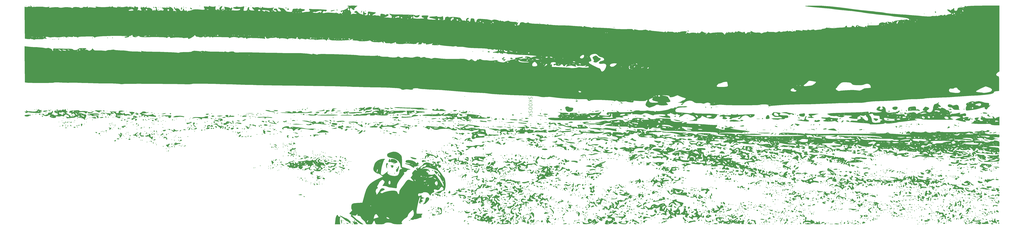
<source format=gbr>
%TF.GenerationSoftware,KiCad,Pcbnew,(6.0.7)*%
%TF.CreationDate,2023-01-10T10:00:48+01:00*%
%TF.ProjectId,skoosk switchplate 4 screwholes,736b6f6f-736b-4207-9377-69746368706c,rev?*%
%TF.SameCoordinates,Original*%
%TF.FileFunction,Legend,Top*%
%TF.FilePolarity,Positive*%
%FSLAX46Y46*%
G04 Gerber Fmt 4.6, Leading zero omitted, Abs format (unit mm)*
G04 Created by KiCad (PCBNEW (6.0.7)) date 2023-01-10 10:00:48*
%MOMM*%
%LPD*%
G01*
G04 APERTURE LIST*
%ADD10C,0.150000*%
G04 APERTURE END LIST*
D10*
X3952976Y-16605952D02*
X3857738Y-16891666D01*
X3857738Y-17367857D01*
X3952976Y-17558333D01*
X4048214Y-17653571D01*
X4238690Y-17748809D01*
X4429166Y-17748809D01*
X4619642Y-17653571D01*
X4714880Y-17558333D01*
X4810119Y-17367857D01*
X4905357Y-16986904D01*
X5000595Y-16796428D01*
X5095833Y-16701190D01*
X5286309Y-16605952D01*
X5476785Y-16605952D01*
X5667261Y-16701190D01*
X5762500Y-16796428D01*
X5857738Y-16986904D01*
X5857738Y-17463095D01*
X5762500Y-17748809D01*
X3857738Y-18605952D02*
X5857738Y-18605952D01*
X3857738Y-19748809D02*
X5000595Y-18891666D01*
X5857738Y-19748809D02*
X4714880Y-18605952D01*
X5857738Y-20986904D02*
X5857738Y-21367857D01*
X5762500Y-21558333D01*
X5572023Y-21748809D01*
X5191071Y-21844047D01*
X4524404Y-21844047D01*
X4143452Y-21748809D01*
X3952976Y-21558333D01*
X3857738Y-21367857D01*
X3857738Y-20986904D01*
X3952976Y-20796428D01*
X4143452Y-20605952D01*
X4524404Y-20510714D01*
X5191071Y-20510714D01*
X5572023Y-20605952D01*
X5762500Y-20796428D01*
X5857738Y-20986904D01*
X5857738Y-23082142D02*
X5857738Y-23463095D01*
X5762500Y-23653571D01*
X5572023Y-23844047D01*
X5191071Y-23939285D01*
X4524404Y-23939285D01*
X4143452Y-23844047D01*
X3952976Y-23653571D01*
X3857738Y-23463095D01*
X3857738Y-23082142D01*
X3952976Y-22891666D01*
X4143452Y-22701190D01*
X4524404Y-22605952D01*
X5191071Y-22605952D01*
X5572023Y-22701190D01*
X5762500Y-22891666D01*
X5857738Y-23082142D01*
X3952976Y-24701190D02*
X3857738Y-24986904D01*
X3857738Y-25463095D01*
X3952976Y-25653571D01*
X4048214Y-25748809D01*
X4238690Y-25844047D01*
X4429166Y-25844047D01*
X4619642Y-25748809D01*
X4714880Y-25653571D01*
X4810119Y-25463095D01*
X4905357Y-25082142D01*
X5000595Y-24891666D01*
X5095833Y-24796428D01*
X5286309Y-24701190D01*
X5476785Y-24701190D01*
X5667261Y-24796428D01*
X5762500Y-24891666D01*
X5857738Y-25082142D01*
X5857738Y-25558333D01*
X5762499Y-25844047D01*
X3857738Y-26701190D02*
X5857738Y-26701190D01*
X3857738Y-27844047D02*
X5000595Y-26986904D01*
X5857738Y-27844047D02*
X4714880Y-26701190D01*
X3952976Y-16605952D02*
X3857738Y-16891666D01*
X3857738Y-17367857D01*
X3952976Y-17558333D01*
X4048214Y-17653571D01*
X4238690Y-17748809D01*
X4429166Y-17748809D01*
X4619642Y-17653571D01*
X4714880Y-17558333D01*
X4810119Y-17367857D01*
X4905357Y-16986904D01*
X5000595Y-16796428D01*
X5095833Y-16701190D01*
X5286309Y-16605952D01*
X5476785Y-16605952D01*
X5667261Y-16701190D01*
X5762500Y-16796428D01*
X5857738Y-16986904D01*
X5857738Y-17463095D01*
X5762500Y-17748809D01*
X3857738Y-18605952D02*
X5857738Y-18605952D01*
X3857738Y-19748809D02*
X5000595Y-18891666D01*
X5857738Y-19748809D02*
X4714880Y-18605952D01*
X5857738Y-20986904D02*
X5857738Y-21367857D01*
X5762500Y-21558333D01*
X5572023Y-21748809D01*
X5191071Y-21844047D01*
X4524404Y-21844047D01*
X4143452Y-21748809D01*
X3952976Y-21558333D01*
X3857738Y-21367857D01*
X3857738Y-20986904D01*
X3952976Y-20796428D01*
X4143452Y-20605952D01*
X4524404Y-20510714D01*
X5191071Y-20510714D01*
X5572023Y-20605952D01*
X5762500Y-20796428D01*
X5857738Y-20986904D01*
X5857738Y-23082142D02*
X5857738Y-23463095D01*
X5762500Y-23653571D01*
X5572023Y-23844047D01*
X5191071Y-23939285D01*
X4524404Y-23939285D01*
X4143452Y-23844047D01*
X3952976Y-23653571D01*
X3857738Y-23463095D01*
X3857738Y-23082142D01*
X3952976Y-22891666D01*
X4143452Y-22701190D01*
X4524404Y-22605952D01*
X5191071Y-22605952D01*
X5572023Y-22701190D01*
X5762500Y-22891666D01*
X5857738Y-23082142D01*
X3952976Y-24701190D02*
X3857738Y-24986904D01*
X3857738Y-25463095D01*
X3952976Y-25653571D01*
X4048214Y-25748809D01*
X4238690Y-25844047D01*
X4429166Y-25844047D01*
X4619642Y-25748809D01*
X4714880Y-25653571D01*
X4810119Y-25463095D01*
X4905357Y-25082142D01*
X5000595Y-24891666D01*
X5095833Y-24796428D01*
X5286309Y-24701190D01*
X5476785Y-24701190D01*
X5667261Y-24796428D01*
X5762500Y-24891666D01*
X5857738Y-25082142D01*
X5857738Y-25558333D01*
X5762499Y-25844047D01*
X3857738Y-26701190D02*
X5857738Y-26701190D01*
X3857738Y-27844047D02*
X5000595Y-26986904D01*
X5857738Y-27844047D02*
X4714880Y-26701190D01*
%TO.C,G\u002A\u002A\u002A*%
G36*
X218877444Y-69913500D02*
G01*
X218701055Y-70089889D01*
X218524666Y-69913500D01*
X218701055Y-69737112D01*
X218877444Y-69913500D01*
G37*
G36*
X229350098Y-70317765D02*
G01*
X229284389Y-70442667D01*
X228951996Y-70779571D01*
X228889971Y-70795445D01*
X228865902Y-70567569D01*
X228931611Y-70442667D01*
X229264003Y-70105763D01*
X229326028Y-70089889D01*
X229350098Y-70317765D01*
G37*
G36*
X-232475618Y-37397465D02*
G01*
X-231997555Y-37620955D01*
X-231478181Y-38040710D01*
X-231587827Y-38477721D01*
X-231593940Y-38485145D01*
X-231852611Y-38946890D01*
X-231838619Y-39077904D01*
X-231959231Y-39401872D01*
X-232392017Y-39923218D01*
X-232845973Y-40347636D01*
X-232920226Y-40252569D01*
X-232841407Y-40020478D01*
X-232889252Y-39275976D01*
X-233189813Y-38836125D01*
X-233565644Y-38316184D01*
X-233573210Y-38059062D01*
X-233240179Y-38146207D01*
X-232845444Y-38542031D01*
X-232486838Y-38960838D01*
X-232419094Y-38825159D01*
X-232544088Y-38213714D01*
X-232562707Y-38104704D01*
X-232207741Y-38104704D01*
X-232159315Y-38314430D01*
X-231972556Y-38339889D01*
X-231682180Y-38210814D01*
X-231737371Y-38104704D01*
X-232156035Y-38062484D01*
X-232207741Y-38104704D01*
X-232562707Y-38104704D01*
X-232660998Y-37529249D01*
X-232475618Y-37397465D01*
G37*
G36*
X156431733Y-67540608D02*
G01*
X156435777Y-67620445D01*
X156164579Y-67959666D01*
X156062180Y-67973223D01*
X155851488Y-67757098D01*
X155906611Y-67620445D01*
X156223619Y-67283901D01*
X156280208Y-67267667D01*
X156431733Y-67540608D01*
G37*
G36*
X36491333Y-69207945D02*
G01*
X36314944Y-69384334D01*
X36138555Y-69207945D01*
X36314944Y-69031556D01*
X36491333Y-69207945D01*
G37*
G36*
X78328680Y-35255449D02*
G01*
X78375826Y-35260211D01*
X78709642Y-35325624D01*
X78407401Y-35375247D01*
X77538565Y-35400436D01*
X77237166Y-35401907D01*
X76207340Y-35386365D01*
X75697887Y-35342610D01*
X75791902Y-35279313D01*
X75906381Y-35263056D01*
X77072975Y-35203830D01*
X78328680Y-35255449D01*
G37*
G36*
X7563555Y-64269056D02*
G01*
X7387166Y-64445445D01*
X7210778Y-64269056D01*
X7387166Y-64092667D01*
X7563555Y-64269056D01*
G37*
G36*
X-207373655Y-45182308D02*
G01*
X-207478867Y-45342650D01*
X-207836676Y-45367594D01*
X-208213102Y-45281439D01*
X-208049813Y-45154457D01*
X-207498464Y-45112401D01*
X-207373655Y-45182308D01*
G37*
G36*
X213468185Y-79732482D02*
G01*
X213419759Y-79942208D01*
X213233000Y-79967667D01*
X212942624Y-79838591D01*
X212997815Y-79732482D01*
X213416479Y-79690261D01*
X213468185Y-79732482D01*
G37*
G36*
X271847344Y-37217202D02*
G01*
X271990968Y-37314675D01*
X271845850Y-37548844D01*
X271285764Y-37634334D01*
X270612094Y-37588879D01*
X270383000Y-37499090D01*
X270671140Y-37274086D01*
X271284691Y-37165738D01*
X271847344Y-37217202D01*
G37*
G36*
X163138555Y-84024612D02*
G01*
X162962166Y-84201000D01*
X162785777Y-84024612D01*
X162962166Y-83848223D01*
X163138555Y-84024612D01*
G37*
G36*
X159842289Y-27267125D02*
G01*
X159787166Y-27403778D01*
X159470158Y-27740323D01*
X159413569Y-27756556D01*
X159262044Y-27483615D01*
X159258000Y-27403778D01*
X159529198Y-27064557D01*
X159631597Y-27051000D01*
X159842289Y-27267125D01*
G37*
G36*
X-200575334Y-39574612D02*
G01*
X-200751722Y-39751001D01*
X-200928111Y-39574612D01*
X-200751722Y-39398223D01*
X-200575334Y-39574612D01*
G37*
G36*
X84116333Y-42396834D02*
G01*
X83939944Y-42573223D01*
X83763555Y-42396834D01*
X83939944Y-42220445D01*
X84116333Y-42396834D01*
G37*
G36*
X-228092000Y-30497839D02*
G01*
X-228373785Y-30922374D01*
X-228621167Y-31059130D01*
X-229080394Y-31173720D01*
X-229150334Y-31140069D01*
X-228917030Y-30845336D01*
X-228621167Y-30578778D01*
X-228191419Y-30364119D01*
X-228092000Y-30497839D01*
G37*
G36*
X72344395Y-88193150D02*
G01*
X72382300Y-88224374D01*
X72257460Y-88384566D01*
X71790164Y-88434334D01*
X71208505Y-88572958D01*
X71191129Y-88963500D01*
X71133770Y-89398563D01*
X70699706Y-89492667D01*
X70133696Y-89281036D01*
X70005222Y-88991531D01*
X70305757Y-88613990D01*
X71001580Y-88288667D01*
X71784017Y-88115181D01*
X72344395Y-88193150D01*
G37*
G36*
X-201447875Y-35241296D02*
G01*
X-200930941Y-35690646D01*
X-200190988Y-36059086D01*
X-199564829Y-36021156D01*
X-198963560Y-35919719D01*
X-198986721Y-36037093D01*
X-199281176Y-36234579D01*
X-200116170Y-36495047D01*
X-200604093Y-36466263D01*
X-201151157Y-36455264D01*
X-201280889Y-36609027D01*
X-201497316Y-36901814D01*
X-202113802Y-36657910D01*
X-202427417Y-36437695D01*
X-202922652Y-35941868D01*
X-203044778Y-35672804D01*
X-202851963Y-35617469D01*
X-202621445Y-35799889D01*
X-202055363Y-36184984D01*
X-201725854Y-36104401D01*
X-201761241Y-35694056D01*
X-201786287Y-35237039D01*
X-201447875Y-35241296D01*
G37*
G36*
X183582615Y-74969488D02*
G01*
X183728018Y-75207193D01*
X183710911Y-75660248D01*
X183365019Y-75686160D01*
X183085565Y-75405932D01*
X183118280Y-74952203D01*
X183204168Y-74878792D01*
X183582615Y-74969488D01*
G37*
G36*
X-216920704Y-42690815D02*
G01*
X-216969130Y-42900541D01*
X-217155889Y-42926001D01*
X-217446265Y-42796925D01*
X-217391074Y-42690815D01*
X-216972410Y-42648595D01*
X-216920704Y-42690815D01*
G37*
G36*
X198063555Y-35694056D02*
G01*
X197887166Y-35870445D01*
X197710777Y-35694056D01*
X197887166Y-35517667D01*
X198063555Y-35694056D01*
G37*
G36*
X40254296Y-60682482D02*
G01*
X40205870Y-60892208D01*
X40019111Y-60917667D01*
X39728735Y-60788591D01*
X39783926Y-60682482D01*
X40202590Y-60640261D01*
X40254296Y-60682482D01*
G37*
G36*
X200533000Y-63210723D02*
G01*
X200356611Y-63387112D01*
X200180222Y-63210723D01*
X200356611Y-63034334D01*
X200533000Y-63210723D01*
G37*
G36*
X14471835Y-78415112D02*
G01*
X14859805Y-78660604D01*
X14824438Y-78879092D01*
X14500593Y-78803967D01*
X14027491Y-78807134D01*
X13913555Y-79273183D01*
X13768366Y-79840470D01*
X13571849Y-79967667D01*
X13377746Y-79709078D01*
X13433204Y-79438500D01*
X13417683Y-78985433D01*
X13245743Y-78909334D01*
X12872979Y-78692496D01*
X12855222Y-78600653D01*
X13141428Y-78359793D01*
X13786882Y-78301133D01*
X14471835Y-78415112D01*
G37*
G36*
X-51703111Y-58977389D02*
G01*
X-51366567Y-59294398D01*
X-51350334Y-59350987D01*
X-51623275Y-59502511D01*
X-51703111Y-59506556D01*
X-52042333Y-59235357D01*
X-52055889Y-59132958D01*
X-51839764Y-58922267D01*
X-51703111Y-58977389D01*
G37*
G36*
X61068185Y-39868593D02*
G01*
X61019759Y-40078319D01*
X60833000Y-40103778D01*
X60542624Y-39974702D01*
X60597815Y-39868593D01*
X61016479Y-39826372D01*
X61068185Y-39868593D01*
G37*
G36*
X-25685464Y-62777234D02*
G01*
X-25683496Y-62919681D01*
X-25810728Y-63735156D01*
X-26080371Y-64175460D01*
X-26045998Y-64344682D01*
X-25460330Y-64439273D01*
X-25244778Y-64445445D01*
X-24487253Y-64497579D01*
X-24365272Y-64656816D01*
X-24539223Y-64798223D01*
X-25101304Y-65093320D01*
X-25582047Y-65017697D01*
X-26038528Y-64769966D01*
X-26551620Y-64233858D01*
X-26655889Y-63877929D01*
X-26480328Y-63526517D01*
X-26303111Y-63563501D01*
X-25978032Y-63535530D01*
X-25950334Y-63407931D01*
X-26260383Y-63161019D01*
X-27022794Y-63037569D01*
X-27185056Y-63034334D01*
X-28001371Y-63108214D01*
X-28409187Y-63289866D01*
X-28419778Y-63328315D01*
X-28709283Y-63583116D01*
X-28995622Y-63622297D01*
X-29353588Y-63566254D01*
X-29139467Y-63310912D01*
X-28928195Y-63151926D01*
X-28071173Y-62782632D01*
X-27364574Y-62681556D01*
X-26523267Y-62545364D01*
X-26064986Y-62302320D01*
X-25786908Y-62223861D01*
X-25685464Y-62777234D01*
G37*
G36*
X100938987Y-69612210D02*
G01*
X100873278Y-69737112D01*
X100540885Y-70074015D01*
X100478860Y-70089889D01*
X100454791Y-69862013D01*
X100520500Y-69737112D01*
X100852892Y-69400208D01*
X100914917Y-69384334D01*
X100938987Y-69612210D01*
G37*
G36*
X208999666Y-79438500D02*
G01*
X208823277Y-79614889D01*
X208646889Y-79438500D01*
X208823277Y-79262112D01*
X208999666Y-79438500D01*
G37*
G36*
X126600142Y-87050694D02*
G01*
X126708366Y-87414760D01*
X126691632Y-87996061D01*
X126442537Y-87937895D01*
X126131080Y-87593588D01*
X125918047Y-87141191D01*
X126192120Y-86926792D01*
X126600142Y-87050694D01*
G37*
G36*
X194074508Y-64638678D02*
G01*
X194047706Y-64686289D01*
X194325345Y-64927689D01*
X194766185Y-65363265D01*
X194654985Y-65602624D01*
X194431785Y-65701201D01*
X193758114Y-65629075D01*
X193054718Y-65159952D01*
X192566445Y-64669699D01*
X192596597Y-64556005D01*
X192917954Y-64659994D01*
X193384385Y-64752449D01*
X193338107Y-64505396D01*
X193354275Y-64128501D01*
X193544819Y-64070306D01*
X193618445Y-63951255D01*
X193161643Y-63709949D01*
X192599610Y-63400325D01*
X192502655Y-63185975D01*
X192949965Y-63115507D01*
X193660396Y-63251106D01*
X194299056Y-63500917D01*
X194535777Y-63743623D01*
X194832391Y-64038265D01*
X195554038Y-64377948D01*
X195629553Y-64404938D01*
X196357135Y-64616782D01*
X196583530Y-64521412D01*
X196522570Y-64263060D01*
X196562966Y-63833483D01*
X197042619Y-63787045D01*
X197710777Y-64092667D01*
X198032058Y-64368985D01*
X197755776Y-64440043D01*
X197453193Y-64539419D01*
X197679192Y-64935953D01*
X197724636Y-64991310D01*
X198195383Y-65312051D01*
X198412200Y-65157688D01*
X198702051Y-65137103D01*
X199047398Y-65657558D01*
X199266448Y-66435362D01*
X198981771Y-66719911D01*
X198239944Y-66542763D01*
X197825218Y-66311372D01*
X197887166Y-66222909D01*
X197931709Y-66025546D01*
X197606187Y-65706262D01*
X196819296Y-65387528D01*
X196319282Y-65396432D01*
X195573113Y-65344096D01*
X194679724Y-64980754D01*
X194669298Y-64974612D01*
X195594111Y-64974612D01*
X195770500Y-65151001D01*
X195946889Y-64974612D01*
X195770500Y-64798223D01*
X195594111Y-64974612D01*
X194669298Y-64974612D01*
X194659983Y-64969125D01*
X194074508Y-64638678D01*
G37*
G36*
X-3440085Y-83795184D02*
G01*
X-3308727Y-84289195D01*
X-2989984Y-84925737D01*
X-2599972Y-85037504D01*
X-1987916Y-85244209D01*
X-1817465Y-85478476D01*
X-1911987Y-85903017D01*
X-2148905Y-85964889D01*
X-2609917Y-86230892D01*
X-2667000Y-86452911D01*
X-2961668Y-86931670D01*
X-3346162Y-87118538D01*
X-3839843Y-87122862D01*
X-3837585Y-86806905D01*
X-3463000Y-86364973D01*
X-3291617Y-86317667D01*
X-3125782Y-86129921D01*
X-3282019Y-85876695D01*
X-3588628Y-85267526D01*
X-3794669Y-84484945D01*
X-3851916Y-83803079D01*
X-3712141Y-83496055D01*
X-3700949Y-83495445D01*
X-3440085Y-83795184D01*
G37*
G36*
X174658956Y-60781014D02*
G01*
X174603833Y-60917667D01*
X174286824Y-61254211D01*
X174230235Y-61270445D01*
X174078711Y-60997504D01*
X174074666Y-60917667D01*
X174345865Y-60578446D01*
X174448264Y-60564889D01*
X174658956Y-60781014D01*
G37*
G36*
X267859048Y-85402035D02*
G01*
X268237771Y-85757245D01*
X268160082Y-85961455D01*
X268110764Y-85964889D01*
X267812379Y-85714319D01*
X267703479Y-85557604D01*
X267661900Y-85316200D01*
X267859048Y-85402035D01*
G37*
G36*
X179601518Y-68443593D02*
G01*
X179553093Y-68653319D01*
X179366333Y-68678778D01*
X179075957Y-68549702D01*
X179131148Y-68443593D01*
X179549813Y-68401372D01*
X179601518Y-68443593D01*
G37*
G36*
X229695963Y-81143593D02*
G01*
X229647537Y-81353319D01*
X229460777Y-81378778D01*
X229170401Y-81249702D01*
X229225592Y-81143593D01*
X229644257Y-81101372D01*
X229695963Y-81143593D01*
G37*
G36*
X196930856Y-35313664D02*
G01*
X197005222Y-35517667D01*
X196697265Y-35750961D01*
X195946999Y-35846516D01*
X195858694Y-35845650D01*
X195152595Y-35802069D01*
X195086263Y-35684254D01*
X195417722Y-35517667D01*
X196393708Y-35216629D01*
X196930856Y-35313664D01*
G37*
G36*
X97470853Y-44851882D02*
G01*
X97698278Y-45042667D01*
X97573380Y-45304261D01*
X97013542Y-45395445D01*
X96340668Y-45277226D01*
X96110778Y-45042667D01*
X96405314Y-44753200D01*
X96795513Y-44689889D01*
X97470853Y-44851882D01*
G37*
G36*
X-176917638Y-29977035D02*
G01*
X-176028296Y-30204867D01*
X-175555234Y-30523022D01*
X-175528111Y-30619923D01*
X-175762670Y-30879646D01*
X-176501954Y-30788912D01*
X-177644778Y-30402389D01*
X-178384934Y-30096104D01*
X-178505921Y-29953187D01*
X-178055390Y-29906440D01*
X-177997556Y-29904878D01*
X-176917638Y-29977035D01*
G37*
G36*
X263562629Y-71265815D02*
G01*
X263604850Y-71684480D01*
X263562629Y-71736186D01*
X263352903Y-71687760D01*
X263327444Y-71501000D01*
X263456520Y-71210624D01*
X263562629Y-71265815D01*
G37*
G36*
X12227904Y-79997241D02*
G01*
X12326055Y-80093659D01*
X12754480Y-80605705D01*
X12855222Y-80824413D01*
X12612806Y-81018444D01*
X12148839Y-80885413D01*
X12032074Y-80790815D01*
X11813337Y-80258114D01*
X11796889Y-80060061D01*
X11879578Y-79759279D01*
X12227904Y-79997241D01*
G37*
G36*
X220895637Y-60529727D02*
G01*
X221219790Y-60695503D01*
X221820533Y-61085100D01*
X221803412Y-61227000D01*
X221222493Y-61088727D01*
X220817722Y-60937016D01*
X220095049Y-60783417D01*
X219759389Y-60837176D01*
X219643970Y-60798381D01*
X219808678Y-60584992D01*
X220242894Y-60347654D01*
X220895637Y-60529727D01*
G37*
G36*
X-260736511Y-31202067D02*
G01*
X-260760283Y-31343130D01*
X-261225565Y-31634207D01*
X-261273931Y-31637112D01*
X-261599519Y-31400417D01*
X-261605889Y-31343130D01*
X-261320386Y-31079933D01*
X-261092241Y-31049149D01*
X-260736511Y-31202067D01*
G37*
G36*
X-209747556Y-39927389D02*
G01*
X-209923945Y-40103778D01*
X-210100334Y-39927389D01*
X-209923945Y-39751001D01*
X-209747556Y-39927389D01*
G37*
G36*
X25907792Y-90119585D02*
G01*
X25908000Y-90128306D01*
X25595973Y-90316856D01*
X24822404Y-90429528D01*
X24585083Y-90439137D01*
X23813172Y-90424876D01*
X23691441Y-90320466D01*
X23967722Y-90181071D01*
X24878541Y-89921877D01*
X25603226Y-89899261D01*
X25907792Y-90119585D01*
G37*
G36*
X-210453111Y-32519056D02*
G01*
X-210629500Y-32695445D01*
X-210805889Y-32519056D01*
X-210629500Y-32342667D01*
X-210453111Y-32519056D01*
G37*
G36*
X238280222Y-78027389D02*
G01*
X238103833Y-78203778D01*
X237927444Y-78027389D01*
X238103833Y-77851000D01*
X238280222Y-78027389D01*
G37*
G36*
X33845500Y-67320003D02*
G01*
X34004737Y-67600490D01*
X33845500Y-67603867D01*
X32955892Y-67567709D01*
X32477671Y-67815302D01*
X32465735Y-68104088D01*
X32364037Y-68630620D01*
X32145982Y-68781650D01*
X31743946Y-68705928D01*
X31640639Y-68154314D01*
X31854085Y-67469394D01*
X32566680Y-67151112D01*
X33383082Y-67134355D01*
X33845500Y-67320003D01*
G37*
G36*
X-143542926Y-45865815D02*
G01*
X-143591352Y-46075541D01*
X-143778111Y-46101001D01*
X-144068487Y-45971925D01*
X-144013297Y-45865815D01*
X-143594632Y-45823595D01*
X-143542926Y-45865815D01*
G37*
G36*
X148909852Y-58565815D02*
G01*
X148861426Y-58775541D01*
X148674666Y-58801001D01*
X148384290Y-58671925D01*
X148439481Y-58565815D01*
X148858146Y-58523595D01*
X148909852Y-58565815D01*
G37*
G36*
X-31359593Y-76910260D02*
G01*
X-31408019Y-77119986D01*
X-31594778Y-77145445D01*
X-31885154Y-77016369D01*
X-31829963Y-76910260D01*
X-31411299Y-76868039D01*
X-31359593Y-76910260D01*
G37*
G36*
X160669111Y-79085723D02*
G01*
X160492722Y-79262112D01*
X160316333Y-79085723D01*
X160492722Y-78909334D01*
X160669111Y-79085723D01*
G37*
G36*
X26495963Y-43749149D02*
G01*
X26538183Y-44167813D01*
X26495963Y-44219519D01*
X26286237Y-44171093D01*
X26260778Y-43984334D01*
X26389853Y-43693958D01*
X26495963Y-43749149D01*
G37*
G36*
X136562629Y-36693593D02*
G01*
X136514204Y-36903319D01*
X136327444Y-36928778D01*
X136037068Y-36799702D01*
X136092259Y-36693593D01*
X136510924Y-36651372D01*
X136562629Y-36693593D01*
G37*
G36*
X134563555Y-55096834D02*
G01*
X134387166Y-55273223D01*
X134210777Y-55096834D01*
X134387166Y-54920445D01*
X134563555Y-55096834D01*
G37*
G36*
X-93551352Y-25441834D02*
G01*
X-92773687Y-25597084D01*
X-92708729Y-25630132D01*
X-92534273Y-25828270D01*
X-92898045Y-25919440D01*
X-93870642Y-25915478D01*
X-94301028Y-25897061D01*
X-95442537Y-25869766D01*
X-96239384Y-25903190D01*
X-96506234Y-25980169D01*
X-96825623Y-26086723D01*
X-97649082Y-26163252D01*
X-98446512Y-26187717D01*
X-99508936Y-26151369D01*
X-100213566Y-26038022D01*
X-100386445Y-25923134D01*
X-100389770Y-25786695D01*
X-100317759Y-25693832D01*
X-100047431Y-25628323D01*
X-99455805Y-25573945D01*
X-98419901Y-25514477D01*
X-96816737Y-25433694D01*
X-96589284Y-25422246D01*
X-94869233Y-25381090D01*
X-93551352Y-25441834D01*
G37*
G36*
X26305378Y-82333801D02*
G01*
X26613555Y-82613500D01*
X26802044Y-83032592D01*
X26553238Y-83150369D01*
X26066530Y-82969552D01*
X25629508Y-82600082D01*
X25357439Y-82191630D01*
X25631934Y-82084698D01*
X25674506Y-82084334D01*
X26305378Y-82333801D01*
G37*
G36*
X79787456Y-89632308D02*
G01*
X79682244Y-89792650D01*
X79324435Y-89817594D01*
X78948009Y-89731439D01*
X79111298Y-89604457D01*
X79662648Y-89562401D01*
X79787456Y-89632308D01*
G37*
G36*
X-257386912Y-33304308D02*
G01*
X-257372556Y-33401001D01*
X-257492918Y-33744606D01*
X-257528125Y-33753778D01*
X-257829316Y-33506574D01*
X-257901723Y-33401001D01*
X-257873752Y-33075922D01*
X-257746153Y-33048223D01*
X-257386912Y-33304308D01*
G37*
G36*
X136680222Y-64269056D02*
G01*
X136503833Y-64445445D01*
X136327444Y-64269056D01*
X136503833Y-64092667D01*
X136680222Y-64269056D01*
G37*
G36*
X76398436Y-42107777D02*
G01*
X76636008Y-41924731D01*
X77457653Y-41999959D01*
X78620470Y-42164420D01*
X79574319Y-42220445D01*
X80298124Y-42326710D01*
X80588555Y-42573223D01*
X80302820Y-42886200D01*
X80059389Y-42926001D01*
X79589923Y-43116490D01*
X79530222Y-43278778D01*
X79450821Y-43537581D01*
X79115894Y-43546620D01*
X78380354Y-43282490D01*
X77679937Y-42980311D01*
X77139450Y-42690815D01*
X78589481Y-42690815D01*
X78637907Y-42900541D01*
X78824666Y-42926001D01*
X79115042Y-42796925D01*
X79059852Y-42690815D01*
X78641187Y-42648595D01*
X78589481Y-42690815D01*
X77139450Y-42690815D01*
X76751744Y-42483152D01*
X76398436Y-42107777D01*
G37*
G36*
X17748506Y-64869918D02*
G01*
X17481164Y-65118874D01*
X17478323Y-65120674D01*
X17214476Y-65396943D01*
X17601277Y-65589524D01*
X17654712Y-65603516D01*
X18054352Y-65736069D01*
X17790633Y-65799619D01*
X17529528Y-65815633D01*
X16879550Y-65651738D01*
X16735778Y-65327389D01*
X17023963Y-64882794D01*
X17353139Y-64803625D01*
X17748506Y-64869918D01*
G37*
G36*
X-47826600Y-48137831D02*
G01*
X-47822556Y-48217667D01*
X-48093755Y-48556888D01*
X-48196153Y-48570445D01*
X-48406845Y-48354320D01*
X-48351723Y-48217667D01*
X-48034714Y-47881123D01*
X-47978125Y-47864889D01*
X-47826600Y-48137831D01*
G37*
G36*
X-1703285Y-83683118D02*
G01*
X-1608667Y-83891418D01*
X-1459208Y-84102781D01*
X-1154844Y-83910752D01*
X-801442Y-83783371D01*
X-643165Y-84257217D01*
X-629629Y-84396723D01*
X-615917Y-85035425D01*
X-799609Y-85191433D01*
X-1299505Y-84863952D01*
X-1853578Y-84388538D01*
X-2439627Y-83816841D01*
X-2495686Y-83557056D01*
X-2226028Y-83506593D01*
X-1703285Y-83683118D01*
G37*
G36*
X-194578111Y-29696834D02*
G01*
X-194754500Y-29873223D01*
X-194930889Y-29696834D01*
X-194754500Y-29520445D01*
X-194578111Y-29696834D01*
G37*
G36*
X23438555Y-87552389D02*
G01*
X23262166Y-87728778D01*
X23085778Y-87552389D01*
X23262166Y-87376000D01*
X23438555Y-87552389D01*
G37*
G36*
X257156730Y-22234569D02*
G01*
X257453543Y-21595482D01*
X257257619Y-21323559D01*
X257094776Y-21070617D01*
X262315823Y-21070617D01*
X262438726Y-21316068D01*
X263130235Y-21406556D01*
X263877465Y-21536998D01*
X264209978Y-21760288D01*
X264625189Y-21882737D01*
X265241952Y-21695678D01*
X265715826Y-21336482D01*
X265791487Y-21129561D01*
X265569477Y-20464386D01*
X264895431Y-20237340D01*
X263758500Y-20408776D01*
X262771222Y-20743610D01*
X262315823Y-21070617D01*
X257094776Y-21070617D01*
X257010409Y-20939570D01*
X257059885Y-20642226D01*
X257538428Y-20177949D01*
X257670748Y-20113038D01*
X258153370Y-20113038D01*
X258201796Y-20322764D01*
X258388555Y-20348223D01*
X258678931Y-20219147D01*
X258623740Y-20113038D01*
X258205076Y-20070817D01*
X258153370Y-20113038D01*
X257670748Y-20113038D01*
X257910459Y-19995445D01*
X260152444Y-19995445D01*
X260448802Y-20279300D01*
X260878820Y-20348223D01*
X261366611Y-20212418D01*
X261387166Y-19995445D01*
X260876740Y-19670845D01*
X260660791Y-19642667D01*
X260204845Y-19839912D01*
X260152444Y-19995445D01*
X257910459Y-19995445D01*
X258466670Y-19722589D01*
X259592363Y-19356346D01*
X260663260Y-19159420D01*
X261427115Y-19212013D01*
X261481445Y-19236414D01*
X262298473Y-19374321D01*
X262798278Y-19270365D01*
X264416020Y-18978280D01*
X266096365Y-19296463D01*
X266608158Y-19526024D01*
X267759802Y-19911439D01*
X269012284Y-20042747D01*
X269079087Y-20039778D01*
X270029955Y-20078706D01*
X270361796Y-20349101D01*
X270360206Y-20421005D01*
X270333995Y-21193670D01*
X270346604Y-21406556D01*
X270432830Y-21757853D01*
X270679906Y-21492060D01*
X270735778Y-21406556D01*
X271018248Y-21138929D01*
X271083153Y-21292757D01*
X270833083Y-21783313D01*
X270222477Y-22389314D01*
X270206611Y-22401862D01*
X269589484Y-22999396D01*
X269324835Y-23478004D01*
X269324666Y-23485800D01*
X269082417Y-23846852D01*
X268337978Y-23741480D01*
X268141072Y-23670416D01*
X267776788Y-23225543D01*
X267818945Y-22908155D01*
X267840745Y-22516301D01*
X267355697Y-22560842D01*
X265033794Y-23250215D01*
X263232030Y-23715165D01*
X261813793Y-23989119D01*
X261210778Y-24064428D01*
X259881798Y-24216747D01*
X258592500Y-24395556D01*
X258350081Y-24434448D01*
X257484592Y-24519488D01*
X257060842Y-24320281D01*
X256862807Y-23828507D01*
X256887400Y-22994056D01*
X259446889Y-22994056D01*
X259623278Y-23170445D01*
X259642964Y-23150759D01*
X260307837Y-23150759D01*
X260397220Y-23297628D01*
X260909318Y-23512232D01*
X261200538Y-23134643D01*
X261210778Y-22994056D01*
X261031333Y-22524427D01*
X260878820Y-22464889D01*
X260418156Y-22698308D01*
X260307837Y-23150759D01*
X259642964Y-23150759D01*
X259799666Y-22994056D01*
X259623278Y-22817667D01*
X259446889Y-22994056D01*
X256887400Y-22994056D01*
X256891402Y-22858278D01*
X257156730Y-22234569D01*
G37*
G36*
X-261188435Y-32971788D02*
G01*
X-260918897Y-33420829D01*
X-260953250Y-33571510D01*
X-261321832Y-33560590D01*
X-261370704Y-33518593D01*
X-261603293Y-32975500D01*
X-261605889Y-32918871D01*
X-261426906Y-32787704D01*
X-261188435Y-32971788D01*
G37*
G36*
X-9732807Y-50602789D02*
G01*
X-9722556Y-50687112D01*
X-9991011Y-51029638D01*
X-10075334Y-51039889D01*
X-10417860Y-50771434D01*
X-10428111Y-50687112D01*
X-10159656Y-50344585D01*
X-10075334Y-50334334D01*
X-9732807Y-50602789D01*
G37*
G36*
X89453632Y-65958287D02*
G01*
X89375975Y-66068913D01*
X89231611Y-66108110D01*
X88483822Y-66397585D01*
X88190916Y-66596354D01*
X87671879Y-66903930D01*
X87450607Y-66698299D01*
X87516537Y-66385723D01*
X88022886Y-65987372D01*
X88828382Y-65897479D01*
X89453632Y-65958287D01*
G37*
G36*
X2507074Y-50804704D02*
G01*
X2458648Y-51014430D01*
X2271889Y-51039889D01*
X1981513Y-50910814D01*
X2036703Y-50804704D01*
X2455368Y-50762484D01*
X2507074Y-50804704D01*
G37*
G36*
X77214746Y-84417601D02*
G01*
X77553526Y-84677117D01*
X77302653Y-85029015D01*
X76236451Y-85761166D01*
X75204054Y-86067382D01*
X74855916Y-86045411D01*
X74331110Y-85673410D01*
X74238555Y-85366660D01*
X74344218Y-85015596D01*
X74736315Y-85233268D01*
X75254717Y-85449637D01*
X75466247Y-85270710D01*
X75865983Y-85035366D01*
X75989855Y-85075164D01*
X76343645Y-84968513D01*
X76481291Y-84734088D01*
X76921493Y-84383334D01*
X77214746Y-84417601D01*
G37*
G36*
X270921212Y-58726108D02*
G01*
X270859016Y-58988687D01*
X270596504Y-59469723D01*
X270470886Y-59269069D01*
X270478156Y-58825440D01*
X270629255Y-58341720D01*
X270793602Y-58307571D01*
X270921212Y-58726108D01*
G37*
G36*
X113396889Y-85435723D02*
G01*
X113220500Y-85612112D01*
X113044111Y-85435723D01*
X113220500Y-85259334D01*
X113396889Y-85435723D01*
G37*
G36*
X223816333Y-86494056D02*
G01*
X223639944Y-86670445D01*
X223463555Y-86494056D01*
X223639944Y-86317667D01*
X223816333Y-86494056D01*
G37*
G36*
X-133312371Y-43396371D02*
G01*
X-133360796Y-43606097D01*
X-133547556Y-43631556D01*
X-133837932Y-43502480D01*
X-133782741Y-43396371D01*
X-133364076Y-43354150D01*
X-133312371Y-43396371D01*
G37*
G36*
X-207983667Y-32519056D02*
G01*
X-208160056Y-32695445D01*
X-208336445Y-32519056D01*
X-208160056Y-32342667D01*
X-207983667Y-32519056D01*
G37*
G36*
X-63462371Y-23640815D02*
G01*
X-63510796Y-23850541D01*
X-63697556Y-23876000D01*
X-63987932Y-23746925D01*
X-63932741Y-23640815D01*
X-63514076Y-23598595D01*
X-63462371Y-23640815D01*
G37*
G36*
X-28265030Y-65210950D02*
G01*
X-28394862Y-65463464D01*
X-28746827Y-65714083D01*
X-28910602Y-65565818D01*
X-28883493Y-65081742D01*
X-28754840Y-64963662D01*
X-28289324Y-64842296D01*
X-28265030Y-65210950D01*
G37*
G36*
X213550756Y-76651853D02*
G01*
X213685191Y-76823631D01*
X214310688Y-77403638D01*
X214644111Y-77589530D01*
X214877550Y-77754376D01*
X214438324Y-77823150D01*
X213733327Y-77744614D01*
X213468185Y-77615815D01*
X213263100Y-77089890D01*
X213244219Y-76822065D01*
X213300836Y-76447009D01*
X213550756Y-76651853D01*
G37*
G36*
X192301518Y-45865815D02*
G01*
X192253093Y-46075541D01*
X192066333Y-46101001D01*
X191775957Y-45971925D01*
X191831148Y-45865815D01*
X192249813Y-45823595D01*
X192301518Y-45865815D01*
G37*
G36*
X247687629Y-72676926D02*
G01*
X247729850Y-73095591D01*
X247687629Y-73147297D01*
X247477903Y-73098871D01*
X247452444Y-72912112D01*
X247581520Y-72621736D01*
X247687629Y-72676926D01*
G37*
G36*
X45920789Y-58235086D02*
G01*
X45815577Y-58395428D01*
X45457768Y-58420372D01*
X45081342Y-58334216D01*
X45244632Y-58207235D01*
X45795981Y-58165179D01*
X45920789Y-58235086D01*
G37*
G36*
X-31260457Y-51577753D02*
G01*
X-31007186Y-51920898D01*
X-31000903Y-52679085D01*
X-31076630Y-53513296D01*
X-31307624Y-53782478D01*
X-31890511Y-53625945D01*
X-32176040Y-53511694D01*
X-32839941Y-53135432D01*
X-33212208Y-52735588D01*
X-33163842Y-52477516D01*
X-33003517Y-52451001D01*
X-32387428Y-52606412D01*
X-31932303Y-52811941D01*
X-31450750Y-53000193D01*
X-31428392Y-52734315D01*
X-31464072Y-52635552D01*
X-31895037Y-52161829D01*
X-32140868Y-52098223D01*
X-32704435Y-51979143D01*
X-32691051Y-51738572D01*
X-32163998Y-51551513D01*
X-31936362Y-51532680D01*
X-31260457Y-51577753D01*
G37*
G36*
X-9148463Y-68293507D02*
G01*
X-9017000Y-68551595D01*
X-8724106Y-68976358D01*
X-8399639Y-69108150D01*
X-8035494Y-69232316D01*
X-8318597Y-69380872D01*
X-8535075Y-69443058D01*
X-9411982Y-69353303D01*
X-9857991Y-68983787D01*
X-10339927Y-68350332D01*
X-10300488Y-68087312D01*
X-9722556Y-68070220D01*
X-9148463Y-68293507D01*
G37*
G36*
X-73692926Y-60682482D02*
G01*
X-73650706Y-61101147D01*
X-73692926Y-61152852D01*
X-73902652Y-61104427D01*
X-73928111Y-60917667D01*
X-73799036Y-60627291D01*
X-73692926Y-60682482D01*
G37*
G36*
X-8311445Y-68502389D02*
G01*
X-8487834Y-68678778D01*
X-8664222Y-68502389D01*
X-8487834Y-68326000D01*
X-8311445Y-68502389D01*
G37*
G36*
X107046889Y-74146834D02*
G01*
X106870500Y-74323223D01*
X106694111Y-74146834D01*
X106870500Y-73970445D01*
X107046889Y-74146834D01*
G37*
G36*
X197240407Y-39163038D02*
G01*
X197191981Y-39372764D01*
X197005222Y-39398223D01*
X196714846Y-39269147D01*
X196770037Y-39163038D01*
X197188701Y-39120817D01*
X197240407Y-39163038D01*
G37*
G36*
X198063555Y-78732945D02*
G01*
X197887166Y-78909334D01*
X197710777Y-78732945D01*
X197887166Y-78556556D01*
X198063555Y-78732945D01*
G37*
G36*
X-12940656Y-71042244D02*
G01*
X-12897556Y-71254871D01*
X-12644317Y-71606832D01*
X-11927417Y-71605324D01*
X-11284358Y-71534670D01*
X-11256017Y-71677529D01*
X-11574639Y-71957719D01*
X-12098522Y-72484027D01*
X-12026710Y-72781404D01*
X-11317124Y-72901808D01*
X-10801709Y-72912112D01*
X-9866145Y-72989120D01*
X-9271348Y-73180431D01*
X-9206304Y-73243993D01*
X-9358588Y-73421042D01*
X-10061735Y-73401146D01*
X-10243817Y-73374223D01*
X-11165349Y-73325991D01*
X-11486420Y-73568102D01*
X-11486445Y-73571509D01*
X-11695029Y-73948360D01*
X-12151261Y-73901235D01*
X-12600861Y-73502018D01*
X-12735961Y-73218278D01*
X-12985228Y-72739127D01*
X-13253296Y-72916906D01*
X-13735657Y-73211685D01*
X-14283955Y-73013832D01*
X-14634264Y-72454410D01*
X-14661445Y-72217628D01*
X-14520283Y-71638319D01*
X-14319739Y-71501000D01*
X-14125635Y-71759589D01*
X-14181093Y-72030167D01*
X-14165572Y-72483234D01*
X-13993632Y-72559334D01*
X-13673350Y-72265186D01*
X-13603111Y-71874598D01*
X-13441119Y-71199258D01*
X-13250334Y-70971834D01*
X-12940656Y-71042244D01*
G37*
G36*
X14266333Y-86494056D02*
G01*
X14089944Y-86670445D01*
X13913555Y-86494056D01*
X14089944Y-86317667D01*
X14266333Y-86494056D01*
G37*
G36*
X147168011Y-37773975D02*
G01*
X147062799Y-37934317D01*
X146704990Y-37959261D01*
X146328565Y-37873105D01*
X146491854Y-37746124D01*
X147043203Y-37704068D01*
X147168011Y-37773975D01*
G37*
G36*
X101172737Y-81919681D02*
G01*
X101232662Y-82638439D01*
X101607990Y-83031222D01*
X102051794Y-83443852D01*
X101918427Y-83743215D01*
X101753503Y-83856750D01*
X101450467Y-84129626D01*
X101687847Y-84195598D01*
X101980122Y-84397319D01*
X101931611Y-84553778D01*
X102011585Y-84855792D01*
X102263569Y-84906556D01*
X102746074Y-85101401D01*
X102813555Y-85280154D01*
X103032733Y-85483973D01*
X103189804Y-85421217D01*
X103424219Y-85093205D01*
X103382992Y-85005622D01*
X103448892Y-84667167D01*
X103827711Y-84192433D01*
X104270041Y-83871285D01*
X104378846Y-83848223D01*
X104383987Y-84095203D01*
X104171980Y-84507047D01*
X103949421Y-85405133D01*
X104047197Y-85829964D01*
X104284888Y-86283588D01*
X104426089Y-86093853D01*
X104481518Y-85876695D01*
X104777342Y-85321026D01*
X105142340Y-85423232D01*
X105385217Y-85964889D01*
X105304252Y-86516581D01*
X104823456Y-86685151D01*
X104158894Y-86431687D01*
X103916113Y-86229473D01*
X103518965Y-86036987D01*
X103051871Y-86337251D01*
X102685778Y-86758639D01*
X102037007Y-87411552D01*
X101483820Y-87724168D01*
X101434191Y-87728778D01*
X101147398Y-87614534D01*
X101376379Y-87231019D01*
X101578452Y-86704825D01*
X101176592Y-86419259D01*
X100241120Y-86407121D01*
X99766157Y-86479933D01*
X98979231Y-86680917D01*
X98780919Y-86933371D01*
X98950298Y-87220455D01*
X99172935Y-87635146D01*
X98858127Y-87659909D01*
X98053442Y-87299243D01*
X97698278Y-87102030D01*
X96945478Y-86667933D01*
X96506717Y-86411869D01*
X96487074Y-86399982D01*
X96559212Y-86116144D01*
X96751657Y-85888454D01*
X97097808Y-85650987D01*
X97169111Y-85894334D01*
X97403946Y-86266213D01*
X97893121Y-86255302D01*
X98313637Y-85884386D01*
X98346272Y-85811293D01*
X98295366Y-85275237D01*
X98119432Y-85133588D01*
X97922520Y-84976915D01*
X98164448Y-84934407D01*
X98777154Y-85140713D01*
X99159785Y-85435723D01*
X99820117Y-85915050D01*
X100249681Y-85747130D01*
X100446455Y-85258847D01*
X100469688Y-84781403D01*
X100311211Y-84750500D01*
X99753470Y-84778540D01*
X99607350Y-84710881D01*
X99559809Y-84404765D01*
X100020464Y-84072700D01*
X100782995Y-83522004D01*
X100898602Y-83014988D01*
X100357528Y-82635702D01*
X100192783Y-82588268D01*
X99519279Y-82295282D01*
X99287315Y-81960803D01*
X99574156Y-81747590D01*
X99786091Y-81731556D01*
X100560683Y-81607860D01*
X100848425Y-81515889D01*
X101240449Y-81484784D01*
X101172737Y-81919681D01*
G37*
G36*
X-113086445Y-57566278D02*
G01*
X-113262834Y-57742667D01*
X-113439222Y-57566278D01*
X-113262834Y-57389889D01*
X-113086445Y-57566278D01*
G37*
G36*
X-27714223Y-69207945D02*
G01*
X-27890611Y-69384334D01*
X-28067000Y-69207945D01*
X-27890611Y-69031556D01*
X-27714223Y-69207945D01*
G37*
G36*
X-2352799Y-78838486D02*
G01*
X-2034528Y-79440709D01*
X-1961445Y-79820131D01*
X-2257050Y-79941908D01*
X-2637602Y-79967667D01*
X-3254884Y-80121583D01*
X-3431352Y-80309140D01*
X-3770509Y-80462394D01*
X-3999928Y-80370327D01*
X-4149663Y-80080035D01*
X-3657905Y-79730402D01*
X-3539063Y-79674576D01*
X-2953795Y-79272350D01*
X-2844317Y-78907833D01*
X-2836552Y-78582900D01*
X-2725563Y-78556556D01*
X-2352799Y-78838486D01*
G37*
G36*
X35315407Y-81143593D02*
G01*
X35266981Y-81353319D01*
X35080222Y-81378778D01*
X34789846Y-81249702D01*
X34845037Y-81143593D01*
X35263701Y-81101372D01*
X35315407Y-81143593D01*
G37*
G36*
X-192226260Y-29285260D02*
G01*
X-192274685Y-29494986D01*
X-192461445Y-29520445D01*
X-192751821Y-29391369D01*
X-192696630Y-29285260D01*
X-192277965Y-29243039D01*
X-192226260Y-29285260D01*
G37*
G36*
X-38546151Y-48121323D02*
G01*
X-38473945Y-48217667D01*
X-38553919Y-48519680D01*
X-38805903Y-48570445D01*
X-39288578Y-48386260D01*
X-39355889Y-48217667D01*
X-39102691Y-47874987D01*
X-39023931Y-47864889D01*
X-38546151Y-48121323D01*
G37*
G36*
X-64667695Y-88200696D02*
G01*
X-64623378Y-88329457D01*
X-65108667Y-88378632D01*
X-65609481Y-88323193D01*
X-65549639Y-88200696D01*
X-64827381Y-88154102D01*
X-64667695Y-88200696D01*
G37*
G36*
X14685693Y-80256207D02*
G01*
X14748657Y-80308880D01*
X14902145Y-80642954D01*
X14777861Y-80700214D01*
X14160614Y-80785738D01*
X13825361Y-80845388D01*
X13307335Y-80814651D01*
X13208000Y-80679751D01*
X13494411Y-80299553D01*
X14109198Y-80128950D01*
X14685693Y-80256207D01*
G37*
G36*
X50484852Y-84671371D02*
G01*
X50436426Y-84881097D01*
X50249666Y-84906556D01*
X49959290Y-84777480D01*
X50014481Y-84671371D01*
X50433146Y-84629150D01*
X50484852Y-84671371D01*
G37*
G36*
X-103571804Y-25554777D02*
G01*
X-103241490Y-25364919D01*
X-102344485Y-25223779D01*
X-102036428Y-25191781D01*
X-100987028Y-25107877D01*
X-100275173Y-25087929D01*
X-100099873Y-25112560D01*
X-100283292Y-25315849D01*
X-100880526Y-25655031D01*
X-101646808Y-26012855D01*
X-102337376Y-26272068D01*
X-102645506Y-26332026D01*
X-103192177Y-26080409D01*
X-103379064Y-25908324D01*
X-102702883Y-25908324D01*
X-102356121Y-25964816D01*
X-101898563Y-25899956D01*
X-101893100Y-25779531D01*
X-102365254Y-25695316D01*
X-102569257Y-25751680D01*
X-102702883Y-25908324D01*
X-103379064Y-25908324D01*
X-103447539Y-25845273D01*
X-103571804Y-25554777D01*
G37*
G36*
X108458000Y-69207945D02*
G01*
X108281611Y-69384334D01*
X108105222Y-69207945D01*
X108281611Y-69031556D01*
X108458000Y-69207945D01*
G37*
G36*
X76355222Y-67984295D02*
G01*
X76069318Y-68287506D01*
X75826055Y-68326000D01*
X75355376Y-68250523D01*
X75296889Y-68187355D01*
X75572746Y-67959882D01*
X75826055Y-67845649D01*
X76280312Y-67838316D01*
X76355222Y-67984295D01*
G37*
G36*
X229108000Y-60741278D02*
G01*
X228931611Y-60917667D01*
X228755222Y-60741278D01*
X228931611Y-60564889D01*
X229108000Y-60741278D01*
G37*
G36*
X-1409931Y-53026038D02*
G01*
X-1474062Y-53314622D01*
X-1438996Y-53753827D01*
X-940855Y-53862112D01*
X-347083Y-53980640D01*
X-197556Y-54158263D01*
X-492786Y-54509668D01*
X-1191446Y-54900020D01*
X-2012992Y-55195099D01*
X-2528031Y-55273223D01*
X-2887999Y-55437430D01*
X-2858455Y-55601624D01*
X-2900111Y-56056082D01*
X-3002468Y-56144469D01*
X-3182662Y-56603797D01*
X-3137836Y-57416342D01*
X-3132449Y-57443897D01*
X-3025073Y-58167508D01*
X-3185409Y-58341952D01*
X-3636127Y-58143187D01*
X-4311658Y-57949585D01*
X-4789819Y-58279247D01*
X-5316621Y-58607272D01*
X-6057641Y-58795122D01*
X-6703909Y-58793271D01*
X-6944431Y-58624612D01*
X-7038027Y-58183639D01*
X-7253935Y-57671963D01*
X-7367528Y-57478084D01*
X-7517704Y-57084161D01*
X-7238116Y-57133777D01*
X-6624049Y-57599162D01*
X-6469292Y-57739865D01*
X-5879125Y-58198841D01*
X-5449666Y-58165282D01*
X-5133349Y-57916254D01*
X-4358484Y-57479948D01*
X-3873945Y-57384487D01*
X-3442733Y-57317331D01*
X-3666890Y-57080993D01*
X-3682335Y-57071151D01*
X-3982588Y-56610124D01*
X-3927826Y-56373792D01*
X-3897072Y-55789412D01*
X-4075863Y-55364211D01*
X-4339144Y-54992980D01*
X-4327577Y-55232178D01*
X-4247572Y-55537806D01*
X-4211437Y-56162330D01*
X-4407116Y-56331556D01*
X-4775673Y-56030244D01*
X-4841507Y-55257196D01*
X-4836722Y-55218864D01*
X-5047932Y-54831793D01*
X-5344017Y-54541787D01*
X-5747021Y-54277901D01*
X-5785719Y-54537620D01*
X-5773711Y-54596146D01*
X-5913963Y-54958148D01*
X-6194778Y-54944244D01*
X-6852090Y-54857552D01*
X-7896226Y-54816107D01*
X-8396293Y-54816948D01*
X-9407988Y-54768379D01*
X-9856915Y-54598713D01*
X-9851421Y-54490771D01*
X-9940060Y-54292821D01*
X-10472128Y-54376593D01*
X-10994093Y-54488908D01*
X-10899907Y-54335588D01*
X-10783820Y-54252677D01*
X-10049421Y-54051446D01*
X-9402898Y-54105982D01*
X-8803543Y-54186362D01*
X-8719130Y-53905883D01*
X-8797787Y-53670110D01*
X-8930628Y-53233082D01*
X-8714446Y-53320038D01*
X-8414821Y-53575581D01*
X-7767933Y-54022268D01*
X-7066608Y-54346805D01*
X-6511028Y-54483617D01*
X-6301373Y-54367128D01*
X-6347809Y-54252684D01*
X-6306506Y-53952981D01*
X-5858508Y-53867579D01*
X-5270253Y-53999346D01*
X-4902557Y-54237110D01*
X-4255792Y-54523723D01*
X-3288353Y-54640566D01*
X-2370129Y-54562533D01*
X-2027691Y-54432221D01*
X-1782917Y-53943399D01*
X-1824513Y-53710109D01*
X-1780139Y-53145662D01*
X-1636758Y-52997528D01*
X-1409931Y-53026038D01*
G37*
G36*
X-32437250Y-76780802D02*
G01*
X-32409933Y-76880862D01*
X-32034515Y-77405169D01*
X-31745300Y-77498223D01*
X-31292680Y-77697179D01*
X-31242000Y-77851000D01*
X-30981645Y-78193610D01*
X-30900294Y-78203778D01*
X-30719436Y-77938365D01*
X-30789956Y-77586417D01*
X-30895841Y-77174371D01*
X-30624976Y-77295619D01*
X-30429991Y-77450000D01*
X-30018915Y-78008624D01*
X-30258677Y-78404756D01*
X-31099182Y-78556548D01*
X-31107251Y-78556556D01*
X-31694464Y-78442207D01*
X-31771167Y-78203778D01*
X-31851142Y-77901765D01*
X-32103125Y-77851000D01*
X-32541710Y-77558925D01*
X-32612189Y-77057250D01*
X-32552266Y-76579790D01*
X-32437250Y-76780802D01*
G37*
G36*
X-118473655Y-64937864D02*
G01*
X-118578867Y-65098206D01*
X-118936676Y-65123150D01*
X-119313102Y-65036994D01*
X-119149813Y-64910013D01*
X-118598464Y-64867957D01*
X-118473655Y-64937864D01*
G37*
G36*
X268971889Y-72030167D02*
G01*
X268795500Y-72206556D01*
X268619111Y-72030167D01*
X268795500Y-71853778D01*
X268971889Y-72030167D01*
G37*
G36*
X184305222Y-70971834D02*
G01*
X184128833Y-71148223D01*
X183952444Y-70971834D01*
X184128833Y-70795445D01*
X184305222Y-70971834D01*
G37*
G36*
X161563110Y-78812904D02*
G01*
X161513012Y-79057652D01*
X161632789Y-79517040D01*
X162141445Y-79715166D01*
X162645612Y-79829270D01*
X162498243Y-79888146D01*
X161992027Y-79919625D01*
X161265907Y-79834071D01*
X161026974Y-79394621D01*
X161021889Y-79262112D01*
X161165035Y-78688787D01*
X161363595Y-78556556D01*
X161563110Y-78812904D01*
G37*
G36*
X-16969873Y-89260244D02*
G01*
X-16694890Y-89772807D01*
X-16741315Y-90259705D01*
X-17323376Y-90444079D01*
X-17447495Y-90452168D01*
X-17969559Y-90431306D01*
X-17924639Y-90319019D01*
X-17519680Y-89851593D01*
X-17483667Y-89639658D01*
X-17315899Y-89184262D01*
X-16969873Y-89260244D01*
G37*
G36*
X-28264021Y-66346917D02*
G01*
X-28246946Y-66567866D01*
X-28650772Y-66783457D01*
X-28766801Y-66742057D01*
X-29139791Y-66830609D01*
X-29243741Y-67000886D01*
X-29399516Y-67129433D01*
X-29450261Y-66826695D01*
X-29199579Y-66309329D01*
X-28751736Y-66209334D01*
X-28264021Y-66346917D01*
G37*
G36*
X-33711445Y-76263500D02*
G01*
X-33887834Y-76439889D01*
X-34064223Y-76263500D01*
X-33887834Y-76087112D01*
X-33711445Y-76263500D01*
G37*
G36*
X-270425334Y-24405167D02*
G01*
X-270601722Y-24581556D01*
X-270778111Y-24405167D01*
X-270601722Y-24228778D01*
X-270425334Y-24405167D01*
G37*
G36*
X106220067Y-74892125D02*
G01*
X106164944Y-75028778D01*
X105847936Y-75365323D01*
X105791347Y-75381556D01*
X105639822Y-75108615D01*
X105635778Y-75028778D01*
X105906976Y-74689557D01*
X106009375Y-74676000D01*
X106220067Y-74892125D01*
G37*
G36*
X213137456Y-82929531D02*
G01*
X213032244Y-83089872D01*
X212674435Y-83114816D01*
X212298009Y-83028661D01*
X212461298Y-82901680D01*
X213012648Y-82859624D01*
X213137456Y-82929531D01*
G37*
G36*
X-16435585Y-52366678D02*
G01*
X-16425334Y-52451001D01*
X-16693789Y-52793527D01*
X-16778111Y-52803778D01*
X-17120638Y-52535323D01*
X-17130889Y-52451001D01*
X-16862434Y-52108474D01*
X-16778111Y-52098223D01*
X-16435585Y-52366678D01*
G37*
G36*
X-30301260Y-59976926D02*
G01*
X-30349685Y-60186652D01*
X-30536445Y-60212112D01*
X-30826821Y-60083036D01*
X-30771630Y-59976926D01*
X-30352965Y-59934706D01*
X-30301260Y-59976926D01*
G37*
G36*
X87700652Y-49069159D02*
G01*
X88367977Y-49016147D01*
X89460773Y-48927786D01*
X90339617Y-48782140D01*
X90461516Y-48748363D01*
X90929131Y-48715547D01*
X91091949Y-49140258D01*
X91095852Y-49585037D01*
X90864383Y-50492544D01*
X90439818Y-50796262D01*
X89985485Y-50773580D01*
X90001304Y-50470794D01*
X90036724Y-50036986D01*
X89725559Y-50075404D01*
X89222292Y-50561547D01*
X89193527Y-50598917D01*
X88822990Y-50936596D01*
X88713664Y-50775306D01*
X88403162Y-50443744D01*
X87820500Y-50334334D01*
X87111225Y-50152342D01*
X86938555Y-49703741D01*
X87034745Y-49452389D01*
X88702444Y-49452389D01*
X88878833Y-49628778D01*
X89055222Y-49452389D01*
X88878833Y-49276001D01*
X88702444Y-49452389D01*
X87034745Y-49452389D01*
X87101977Y-49276708D01*
X87700652Y-49069159D01*
G37*
G36*
X70129691Y-68802742D02*
G01*
X70181611Y-69031556D01*
X69957537Y-69331516D01*
X69665306Y-69263145D01*
X69299666Y-69031556D01*
X69027537Y-68775916D01*
X69379910Y-68688528D01*
X69585070Y-68684180D01*
X70129691Y-68802742D01*
G37*
G36*
X92465407Y-46924149D02*
G01*
X92416981Y-47133875D01*
X92230222Y-47159334D01*
X91939846Y-47030258D01*
X91995037Y-46924149D01*
X92413701Y-46881928D01*
X92465407Y-46924149D01*
G37*
G36*
X150673740Y-61740815D02*
G01*
X150625315Y-61950541D01*
X150438555Y-61976001D01*
X150148179Y-61846925D01*
X150203370Y-61740815D01*
X150622035Y-61698595D01*
X150673740Y-61740815D01*
G37*
G36*
X178190407Y-66679704D02*
G01*
X178141981Y-66889430D01*
X177955222Y-66914889D01*
X177664846Y-66785814D01*
X177720037Y-66679704D01*
X178138701Y-66637484D01*
X178190407Y-66679704D01*
G37*
G36*
X-42295704Y-78046444D02*
G01*
X-42586353Y-78471694D01*
X-42942463Y-78556556D01*
X-43483984Y-78481960D01*
X-43589223Y-78392579D01*
X-43320839Y-78116167D01*
X-42942463Y-77882467D01*
X-42428309Y-77724009D01*
X-42295704Y-78046444D01*
G37*
G36*
X219215865Y-25895975D02*
G01*
X219230222Y-25992667D01*
X219109860Y-26336273D01*
X219074653Y-26345445D01*
X218773462Y-26098241D01*
X218701055Y-25992667D01*
X218729025Y-25667588D01*
X218856624Y-25639889D01*
X219215865Y-25895975D01*
G37*
G36*
X236398740Y-44101926D02*
G01*
X236350315Y-44311652D01*
X236163555Y-44337112D01*
X235873179Y-44208036D01*
X235928370Y-44101926D01*
X236347035Y-44059706D01*
X236398740Y-44101926D01*
G37*
G36*
X46884151Y-58891279D02*
G01*
X46529669Y-59174584D01*
X46240591Y-59332341D01*
X45369796Y-59754878D01*
X45062665Y-59807263D01*
X45282136Y-59489397D01*
X45436770Y-59330167D01*
X46167290Y-58889790D01*
X46608496Y-58803174D01*
X46884151Y-58891279D01*
G37*
G36*
X215626479Y-59312998D02*
G01*
X215555783Y-59494437D01*
X215433661Y-59506556D01*
X214887637Y-59733756D01*
X214527185Y-60026657D01*
X214089151Y-60357266D01*
X213849645Y-60132475D01*
X213819916Y-60059006D01*
X213976826Y-59670580D01*
X214535407Y-59339444D01*
X215194952Y-59189774D01*
X215626479Y-59312998D01*
G37*
G36*
X-33829037Y-69149149D02*
G01*
X-33877463Y-69358875D01*
X-34064223Y-69384334D01*
X-34354599Y-69255258D01*
X-34299408Y-69149149D01*
X-33880743Y-69106928D01*
X-33829037Y-69149149D01*
G37*
G36*
X127155222Y-83671834D02*
G01*
X126978833Y-83848223D01*
X126802444Y-83671834D01*
X126978833Y-83495445D01*
X127155222Y-83671834D01*
G37*
G36*
X157758449Y-56069171D02*
G01*
X158130009Y-56189540D01*
X158196898Y-56156878D01*
X158353074Y-56286506D01*
X158300573Y-56689345D01*
X157961667Y-57434973D01*
X157546692Y-57585909D01*
X157279639Y-57328269D01*
X157260857Y-56877564D01*
X157411833Y-56770556D01*
X157718065Y-56373998D01*
X157708500Y-56220569D01*
X157704988Y-55995895D01*
X157758449Y-56069171D01*
G37*
G36*
X-272659593Y-23993593D02*
G01*
X-272708019Y-24203319D01*
X-272894778Y-24228778D01*
X-273185154Y-24099702D01*
X-273129963Y-23993593D01*
X-272711299Y-23951372D01*
X-272659593Y-23993593D01*
G37*
G36*
X221229296Y-75851926D02*
G01*
X221180870Y-76061652D01*
X220994111Y-76087112D01*
X220703735Y-75958036D01*
X220758926Y-75851926D01*
X221177590Y-75809706D01*
X221229296Y-75851926D01*
G37*
G36*
X147313081Y-33596410D02*
G01*
X147616333Y-33753778D01*
X147967527Y-34028688D01*
X147704556Y-34095172D01*
X147616333Y-34095752D01*
X146861251Y-33911146D01*
X146558000Y-33753778D01*
X146206806Y-33478869D01*
X146469777Y-33412385D01*
X146558000Y-33411805D01*
X147313081Y-33596410D01*
G37*
G36*
X99638555Y-71677389D02*
G01*
X99462166Y-71853778D01*
X99285778Y-71677389D01*
X99462166Y-71501000D01*
X99638555Y-71677389D01*
G37*
G36*
X-58405889Y-52627389D02*
G01*
X-58582278Y-52803778D01*
X-58758667Y-52627389D01*
X-58582278Y-52451001D01*
X-58405889Y-52627389D01*
G37*
G36*
X-56507524Y-53418445D02*
G01*
X-56289472Y-53618348D01*
X-56067859Y-53746282D01*
X-55936445Y-53685723D01*
X-55612408Y-53736682D01*
X-55583667Y-53882437D01*
X-55861866Y-54147085D01*
X-56289223Y-54112672D01*
X-56851755Y-54092888D01*
X-56994778Y-54247916D01*
X-57230883Y-54549627D01*
X-57710907Y-54423732D01*
X-57817926Y-54332482D01*
X-58066532Y-53767916D01*
X-57727856Y-53364560D01*
X-57171416Y-53282070D01*
X-56507524Y-53418445D01*
G37*
G36*
X44208754Y-40553074D02*
G01*
X45938981Y-40765254D01*
X47726802Y-41036327D01*
X48911758Y-41280586D01*
X49594270Y-41527724D01*
X49874762Y-41807434D01*
X49896889Y-41935537D01*
X49609896Y-42113396D01*
X48937189Y-42105330D01*
X48161170Y-41952187D01*
X47564242Y-41694817D01*
X47444981Y-41580879D01*
X46993727Y-41376601D01*
X46145025Y-41240726D01*
X46016333Y-41231701D01*
X45292372Y-41246945D01*
X45158014Y-41393960D01*
X45222585Y-41445803D01*
X45176251Y-41610461D01*
X44534909Y-41714626D01*
X43811473Y-41739293D01*
X42910860Y-41719495D01*
X42502304Y-41661696D01*
X42596272Y-41600650D01*
X43069911Y-41314358D01*
X43005185Y-40951036D01*
X42507389Y-40722632D01*
X42159515Y-40721511D01*
X41416381Y-40958907D01*
X40812292Y-41386270D01*
X40556254Y-41829315D01*
X40623873Y-42002059D01*
X40587814Y-42209697D01*
X40489481Y-42220445D01*
X39932558Y-42013713D01*
X39901518Y-41985260D01*
X39676142Y-41471065D01*
X40024691Y-41173619D01*
X40166102Y-41162112D01*
X40696617Y-40940664D01*
X40789924Y-40789951D01*
X41254011Y-40510573D01*
X42393486Y-40431615D01*
X44208754Y-40553074D01*
G37*
G36*
X89408000Y-74146834D02*
G01*
X89231611Y-74323223D01*
X89055222Y-74146834D01*
X89231611Y-73970445D01*
X89408000Y-74146834D01*
G37*
G36*
X202182440Y-52374983D02*
G01*
X202567796Y-52803778D01*
X202826725Y-53337019D01*
X202617445Y-53503680D01*
X202476267Y-53509334D01*
X202006306Y-53243311D01*
X201944111Y-53009565D01*
X201677379Y-52443072D01*
X201503139Y-52331861D01*
X201317257Y-52173331D01*
X201594668Y-52126074D01*
X202182440Y-52374983D01*
G37*
G36*
X-76044778Y-28285723D02*
G01*
X-76221167Y-28462112D01*
X-76397556Y-28285723D01*
X-76221167Y-28109334D01*
X-76044778Y-28285723D01*
G37*
G36*
X219108956Y-78419903D02*
G01*
X219053833Y-78556556D01*
X218736824Y-78893100D01*
X218680235Y-78909334D01*
X218528711Y-78636393D01*
X218524666Y-78556556D01*
X218795865Y-78217335D01*
X218898264Y-78203778D01*
X219108956Y-78419903D01*
G37*
G36*
X-17748250Y-69150696D02*
G01*
X-17703933Y-69279457D01*
X-18189222Y-69328632D01*
X-18690036Y-69273193D01*
X-18630195Y-69150696D01*
X-17907936Y-69104102D01*
X-17748250Y-69150696D01*
G37*
G36*
X175838555Y-66032945D02*
G01*
X175662166Y-66209334D01*
X175485777Y-66032945D01*
X175662166Y-65856556D01*
X175838555Y-66032945D01*
G37*
G36*
X-210570704Y-38457482D02*
G01*
X-210619130Y-38667208D01*
X-210805889Y-38692667D01*
X-211096265Y-38563591D01*
X-211041074Y-38457482D01*
X-210622410Y-38415261D01*
X-210570704Y-38457482D01*
G37*
G36*
X-71225452Y-56964431D02*
G01*
X-71311372Y-57478084D01*
X-71530671Y-58339150D01*
X-71599729Y-58801001D01*
X-71824092Y-59423494D01*
X-72263662Y-60003112D01*
X-72627065Y-60212112D01*
X-72804692Y-59912228D01*
X-72956121Y-59330167D01*
X-72939925Y-58613062D01*
X-72651190Y-58448223D01*
X-72220389Y-58147611D01*
X-71956311Y-57566278D01*
X-71675711Y-56905635D01*
X-71396650Y-56684334D01*
X-71225452Y-56964431D01*
G37*
G36*
X-110277316Y-59331209D02*
G01*
X-110264222Y-59527376D01*
X-110476477Y-59746173D01*
X-110590301Y-59699446D01*
X-110915957Y-59807294D01*
X-111041696Y-60119598D01*
X-111170822Y-60545214D01*
X-111345246Y-60286587D01*
X-111398898Y-60153113D01*
X-111362709Y-59552140D01*
X-111095039Y-59359363D01*
X-110477735Y-59172295D01*
X-110277316Y-59331209D01*
G37*
G36*
X197358000Y-80496834D02*
G01*
X197181611Y-80673223D01*
X197005222Y-80496834D01*
X197181611Y-80320445D01*
X197358000Y-80496834D01*
G37*
G36*
X148674666Y-63916278D02*
G01*
X148498277Y-64092667D01*
X148321889Y-63916278D01*
X148498277Y-63739889D01*
X148674666Y-63916278D01*
G37*
G36*
X228990407Y-88199149D02*
G01*
X228941981Y-88408875D01*
X228755222Y-88434334D01*
X228464846Y-88305258D01*
X228520037Y-88199149D01*
X228938701Y-88156928D01*
X228990407Y-88199149D01*
G37*
G36*
X219935777Y-85435723D02*
G01*
X219759389Y-85612112D01*
X219583000Y-85435723D01*
X219759389Y-85259334D01*
X219935777Y-85435723D01*
G37*
G36*
X93994111Y-54744056D02*
G01*
X93817722Y-54920445D01*
X93641333Y-54744056D01*
X93817722Y-54567667D01*
X93994111Y-54744056D01*
G37*
G36*
X15677444Y-27580167D02*
G01*
X15501055Y-27756556D01*
X15324666Y-27580167D01*
X15501055Y-27403778D01*
X15677444Y-27580167D01*
G37*
G36*
X-99397277Y-31889685D02*
G01*
X-99151722Y-31989889D01*
X-98754120Y-32230492D01*
X-98975334Y-32312470D01*
X-99728424Y-32145887D01*
X-100033667Y-31989889D01*
X-100310737Y-31725339D01*
X-100054253Y-31691937D01*
X-99397277Y-31889685D01*
G37*
G36*
X189501345Y-46946197D02*
G01*
X189396133Y-47106539D01*
X189038324Y-47131483D01*
X188661898Y-47045327D01*
X188825187Y-46918346D01*
X189376536Y-46876290D01*
X189501345Y-46946197D01*
G37*
G36*
X-168825334Y-32871834D02*
G01*
X-169001723Y-33048223D01*
X-169178111Y-32871834D01*
X-169001723Y-32695445D01*
X-168825334Y-32871834D01*
G37*
G36*
X-192108667Y-30755167D02*
G01*
X-192285056Y-30931556D01*
X-192461445Y-30755167D01*
X-192285056Y-30578778D01*
X-192108667Y-30755167D01*
G37*
G36*
X-5606815Y-49746371D02*
G01*
X-5655241Y-49956097D01*
X-5842000Y-49981556D01*
X-6132376Y-49852480D01*
X-6077185Y-49746371D01*
X-5658521Y-49704150D01*
X-5606815Y-49746371D01*
G37*
G36*
X-7702887Y-73617667D02*
G01*
X-7874941Y-73043190D01*
X-8392166Y-72912112D01*
X-8913355Y-72838244D01*
X-8860977Y-72666040D01*
X-8345626Y-72469602D01*
X-7519086Y-72327120D01*
X-6812944Y-72309843D01*
X-6786018Y-72471110D01*
X-6857335Y-72521472D01*
X-7156675Y-72986510D01*
X-7101099Y-73225448D01*
X-6642361Y-73598046D01*
X-6267048Y-73417416D01*
X-6194778Y-73088500D01*
X-5957471Y-72616634D01*
X-5753806Y-72553932D01*
X-5570161Y-72431971D01*
X-5842000Y-72206556D01*
X-6500712Y-71998729D01*
X-7543304Y-71874312D01*
X-8026042Y-71859180D01*
X-9050980Y-71786671D01*
X-9752581Y-71609178D01*
X-9898945Y-71501000D01*
X-10395089Y-71207653D01*
X-10822529Y-71148223D01*
X-11340598Y-71049598D01*
X-11288120Y-70813085D01*
X-10762613Y-70527727D01*
X-9877789Y-70285585D01*
X-8921474Y-70101011D01*
X-8247672Y-69961958D01*
X-8198198Y-69950634D01*
X-7975752Y-69948164D01*
X-8049059Y-70001450D01*
X-8151019Y-70375885D01*
X-8084822Y-70523947D01*
X-8168921Y-70759485D01*
X-8788180Y-70719125D01*
X-9468446Y-70678588D01*
X-9722556Y-70823545D01*
X-9582048Y-71156565D01*
X-9077696Y-71371657D01*
X-8085260Y-71502028D01*
X-6952403Y-71563927D01*
X-5600404Y-71684702D01*
X-4888461Y-71909927D01*
X-4783667Y-72075056D01*
X-4507548Y-72591946D01*
X-4342695Y-72696060D01*
X-4159214Y-72848395D01*
X-4430889Y-72860049D01*
X-5373844Y-72882804D01*
X-5785977Y-73142602D01*
X-5842000Y-73434557D01*
X-5540968Y-73902395D01*
X-4960056Y-74178357D01*
X-4222167Y-74485007D01*
X-4180748Y-74812100D01*
X-4834252Y-75088535D01*
X-4980528Y-75119035D01*
X-5622176Y-75151130D01*
X-5714591Y-74856850D01*
X-5697156Y-74807383D01*
X-5713560Y-74381323D01*
X-5853072Y-74323223D01*
X-6184929Y-74592013D01*
X-6194778Y-74676000D01*
X-6419936Y-75137783D01*
X-6932491Y-75762916D01*
X-7488066Y-76281975D01*
X-7794690Y-76439889D01*
X-7804221Y-76181982D01*
X-7618301Y-75757526D01*
X-7297323Y-75008506D01*
X-7474106Y-74719627D01*
X-8228706Y-74783365D01*
X-8328982Y-74802980D01*
X-9051024Y-74868959D01*
X-9197284Y-74682945D01*
X-9190106Y-74670688D01*
X-8690338Y-74367602D01*
X-8365697Y-74323223D01*
X-6900334Y-74323223D01*
X-6771258Y-74613599D01*
X-6665148Y-74558408D01*
X-6622928Y-74139743D01*
X-6665148Y-74088038D01*
X-6874874Y-74136463D01*
X-6900334Y-74323223D01*
X-8365697Y-74323223D01*
X-7833900Y-74024986D01*
X-7702887Y-73617667D01*
G37*
G36*
X222052444Y-71677389D02*
G01*
X221876055Y-71853778D01*
X221699666Y-71677389D01*
X221876055Y-71501000D01*
X222052444Y-71677389D01*
G37*
G36*
X35315407Y-62446371D02*
G01*
X35266981Y-62656097D01*
X35080222Y-62681556D01*
X34789846Y-62552480D01*
X34845037Y-62446371D01*
X35263701Y-62404150D01*
X35315407Y-62446371D01*
G37*
G36*
X110574666Y-90374612D02*
G01*
X110398278Y-90551000D01*
X110221889Y-90374612D01*
X110398278Y-90198223D01*
X110574666Y-90374612D01*
G37*
G36*
X243924666Y-88257945D02*
G01*
X243748277Y-88434334D01*
X243571889Y-88257945D01*
X243748277Y-88081556D01*
X243924666Y-88257945D01*
G37*
G36*
X20096501Y-77213576D02*
G01*
X19990634Y-77475998D01*
X19661409Y-77651930D01*
X19249265Y-77759337D01*
X19418345Y-77500909D01*
X19463926Y-77454447D01*
X19926458Y-77175794D01*
X20096501Y-77213576D01*
G37*
G36*
X-90626260Y-33871371D02*
G01*
X-90674685Y-34081097D01*
X-90861445Y-34106556D01*
X-91151821Y-33977480D01*
X-91096630Y-33871371D01*
X-90677965Y-33829150D01*
X-90626260Y-33871371D01*
G37*
G36*
X160316333Y-75205167D02*
G01*
X160139944Y-75381556D01*
X159963555Y-75205167D01*
X160139944Y-75028778D01*
X160316333Y-75205167D01*
G37*
G36*
X138630586Y-64935407D02*
G01*
X138888615Y-65135899D01*
X139132849Y-65473450D01*
X138813304Y-65429135D01*
X138778414Y-65417137D01*
X137963591Y-65400059D01*
X137047982Y-65727093D01*
X136296715Y-66260189D01*
X135974917Y-66861295D01*
X135974666Y-66877040D01*
X135818339Y-67558150D01*
X135625929Y-67794336D01*
X135426978Y-67736874D01*
X135492820Y-67447952D01*
X135532561Y-67001654D01*
X135400584Y-66942239D01*
X134784517Y-66962091D01*
X134811062Y-66719406D01*
X135269111Y-66394992D01*
X136696032Y-65586307D01*
X137647790Y-65102747D01*
X138250577Y-64900413D01*
X138630586Y-64935407D01*
G37*
G36*
X149380222Y-87905167D02*
G01*
X149203833Y-88081556D01*
X149027444Y-87905167D01*
X149203833Y-87728778D01*
X149380222Y-87905167D01*
G37*
G36*
X135857074Y-79732482D02*
G01*
X135899294Y-80151147D01*
X135857074Y-80202852D01*
X135647348Y-80154427D01*
X135621889Y-79967667D01*
X135750964Y-79677291D01*
X135857074Y-79732482D01*
G37*
G36*
X78824666Y-61446834D02*
G01*
X78648278Y-61623223D01*
X78471889Y-61446834D01*
X78648278Y-61270445D01*
X78824666Y-61446834D01*
G37*
G36*
X176027596Y-77473474D02*
G01*
X176011661Y-77503535D01*
X175509197Y-77822186D01*
X175200374Y-77875796D01*
X174843877Y-77934167D01*
X175132976Y-78106507D01*
X175283595Y-78166884D01*
X175730270Y-78402722D01*
X175533902Y-78595306D01*
X175406080Y-78647026D01*
X174698682Y-78626826D01*
X174197705Y-78384781D01*
X173758580Y-77981736D01*
X173846235Y-77709909D01*
X174531941Y-77486300D01*
X175062342Y-77377819D01*
X175835852Y-77304502D01*
X176027596Y-77473474D01*
G37*
G36*
X264973740Y-63504704D02*
G01*
X264925315Y-63714430D01*
X264738555Y-63739889D01*
X264448179Y-63610814D01*
X264503370Y-63504704D01*
X264922035Y-63462484D01*
X264973740Y-63504704D01*
G37*
G36*
X-79631043Y-65866321D02*
G01*
X-79949858Y-65325809D01*
X-80148193Y-65099652D01*
X-80575011Y-64703334D01*
X-80975708Y-64701123D01*
X-81628241Y-65107803D01*
X-81735693Y-65184090D01*
X-82415854Y-65787941D01*
X-82742514Y-66312896D01*
X-82747556Y-66362170D01*
X-82951596Y-66941451D01*
X-83443986Y-67705002D01*
X-83459321Y-67724601D01*
X-83882441Y-68447335D01*
X-83812098Y-68851330D01*
X-83467944Y-69301096D01*
X-83660982Y-69673484D01*
X-83954248Y-69737112D01*
X-84371351Y-70038302D01*
X-84669942Y-70738529D01*
X-84777552Y-71532777D01*
X-84621708Y-72116033D01*
X-84537205Y-72190635D01*
X-84300324Y-72684124D01*
X-84351399Y-73116705D01*
X-84337859Y-73362040D01*
X-84042724Y-73157422D01*
X-83578684Y-72638003D01*
X-83058432Y-71938932D01*
X-82594659Y-71195361D01*
X-82373943Y-70745146D01*
X-81720307Y-69882352D01*
X-80816830Y-69571639D01*
X-79868986Y-69877984D01*
X-79524062Y-70185401D01*
X-79617588Y-70446814D01*
X-80240402Y-70792779D01*
X-80629671Y-70971285D01*
X-81487300Y-71422203D01*
X-81988508Y-71809864D01*
X-82042000Y-71918428D01*
X-81758238Y-72321703D01*
X-81140929Y-72470130D01*
X-80541038Y-72279893D01*
X-80538202Y-72277562D01*
X-79720452Y-71858010D01*
X-78438386Y-71466643D01*
X-76932962Y-71151720D01*
X-75445133Y-70961503D01*
X-74215855Y-70944250D01*
X-74002880Y-70968633D01*
X-72976989Y-71199273D01*
X-72413963Y-71597378D01*
X-72102543Y-72231849D01*
X-71717982Y-72944059D01*
X-71365444Y-72989245D01*
X-71140592Y-72403063D01*
X-71105889Y-71860383D01*
X-70836011Y-70838111D01*
X-70089910Y-69598832D01*
X-69876930Y-69323564D01*
X-69466751Y-68796371D01*
X-48410519Y-68796371D01*
X-48362093Y-69006097D01*
X-48175334Y-69031556D01*
X-47884958Y-68902480D01*
X-47940148Y-68796371D01*
X-48358813Y-68754150D01*
X-48410519Y-68796371D01*
X-69466751Y-68796371D01*
X-68988432Y-68181600D01*
X-68834718Y-67973223D01*
X-54701723Y-67973223D01*
X-54685596Y-68298821D01*
X-54566973Y-68326000D01*
X-54068259Y-68068560D01*
X-53996167Y-67973223D01*
X-54012293Y-67647625D01*
X-54130916Y-67620445D01*
X-54629630Y-67877886D01*
X-54701723Y-67973223D01*
X-68834718Y-67973223D01*
X-68184133Y-67091278D01*
X-56642000Y-67091278D01*
X-56465611Y-67267667D01*
X-56289223Y-67091278D01*
X-56465611Y-66914889D01*
X-56642000Y-67091278D01*
X-68184133Y-67091278D01*
X-68133686Y-67022891D01*
X-67935057Y-66738500D01*
X-55583667Y-66738500D01*
X-55407278Y-66914889D01*
X-55230889Y-66738500D01*
X-55328940Y-66640450D01*
X-50512433Y-66640450D01*
X-50304069Y-67245117D01*
X-49750592Y-67907660D01*
X-49251340Y-67913472D01*
X-48932987Y-67307645D01*
X-48880889Y-66738500D01*
X-49043398Y-65813212D01*
X-49474241Y-65488586D01*
X-50088393Y-65809084D01*
X-50273285Y-66010395D01*
X-50512433Y-66640450D01*
X-55328940Y-66640450D01*
X-55407278Y-66562112D01*
X-55583667Y-66738500D01*
X-67935057Y-66738500D01*
X-67808244Y-66556933D01*
X-66958240Y-65389594D01*
X-66288174Y-64763791D01*
X-65642471Y-64600381D01*
X-64865559Y-64820220D01*
X-64616679Y-64933324D01*
X-63528362Y-65388524D01*
X-63016832Y-65450381D01*
X-63086579Y-65121030D01*
X-63208471Y-64985302D01*
X-62195203Y-64985302D01*
X-62124562Y-65127530D01*
X-61788177Y-65492252D01*
X-61783004Y-65470751D01*
X-56994778Y-65470751D01*
X-56713834Y-65652217D01*
X-56289223Y-65605995D01*
X-55719298Y-65401200D01*
X-55583667Y-65286244D01*
X-55880539Y-65176168D01*
X-56289223Y-65151001D01*
X-56862684Y-65285036D01*
X-56994778Y-65470751D01*
X-61783004Y-65470751D01*
X-61726295Y-65235044D01*
X-61811932Y-64959397D01*
X-62071654Y-64575206D01*
X-62188963Y-64583148D01*
X-62195203Y-64985302D01*
X-63208471Y-64985302D01*
X-63662664Y-64479552D01*
X-64306237Y-63815769D01*
X-64448382Y-63505625D01*
X-51280684Y-63505625D01*
X-51205515Y-63654689D01*
X-50841935Y-63933824D01*
X-50220443Y-64362127D01*
X-49975864Y-64378212D01*
X-49939223Y-64133812D01*
X-50235875Y-63816568D01*
X-50732973Y-63622191D01*
X-51280684Y-63505625D01*
X-64448382Y-63505625D01*
X-64489516Y-63415874D01*
X-64418034Y-63302769D01*
X-55783438Y-63302769D01*
X-55436676Y-63359261D01*
X-55124799Y-63315051D01*
X-54361940Y-63315051D01*
X-53999873Y-63360724D01*
X-53643389Y-63366225D01*
X-52700233Y-63267975D01*
X-52066106Y-63048113D01*
X-51661846Y-62688184D01*
X-51833340Y-62537636D01*
X-52477877Y-62612212D01*
X-53304116Y-62858354D01*
X-54144576Y-63169383D01*
X-54361940Y-63315051D01*
X-55124799Y-63315051D01*
X-54979118Y-63294400D01*
X-54973655Y-63173975D01*
X-55445810Y-63089761D01*
X-55649813Y-63146124D01*
X-55783438Y-63302769D01*
X-64418034Y-63302769D01*
X-64262206Y-63056202D01*
X-64027605Y-62837376D01*
X-63906468Y-62681556D01*
X-58758667Y-62681556D01*
X-58490212Y-63024082D01*
X-58405889Y-63034334D01*
X-58180831Y-62857945D01*
X-57700334Y-62857945D01*
X-57523945Y-63034334D01*
X-57347556Y-62857945D01*
X-56642000Y-62857945D01*
X-56465611Y-63034334D01*
X-56289223Y-62857945D01*
X-56465611Y-62681556D01*
X-56642000Y-62857945D01*
X-57347556Y-62857945D01*
X-57523945Y-62681556D01*
X-57700334Y-62857945D01*
X-58180831Y-62857945D01*
X-58063363Y-62765879D01*
X-58053111Y-62681556D01*
X-58321566Y-62339030D01*
X-58405889Y-62328778D01*
X-58748416Y-62597233D01*
X-58758667Y-62681556D01*
X-63906468Y-62681556D01*
X-63467937Y-62117467D01*
X-63380974Y-61500896D01*
X-63675868Y-61211649D01*
X-63675818Y-60901727D01*
X-63296349Y-60251497D01*
X-63007292Y-59873642D01*
X-62348805Y-59140432D01*
X-61907323Y-58903005D01*
X-61501815Y-59074586D01*
X-61441480Y-59123088D01*
X-60985343Y-59364063D01*
X-60875334Y-59217794D01*
X-61134669Y-58699584D01*
X-61245242Y-58614025D01*
X-61297773Y-58454702D01*
X-57876723Y-58454702D01*
X-56639000Y-58251795D01*
X-55362881Y-58262494D01*
X-54293163Y-58663116D01*
X-53630879Y-59361044D01*
X-53527831Y-59685110D01*
X-53470091Y-60169605D01*
X-53630980Y-60109135D01*
X-53990965Y-59682945D01*
X-54479760Y-59245356D01*
X-54754015Y-59420560D01*
X-55129884Y-59690630D01*
X-55306787Y-59636038D01*
X-55546998Y-59674471D01*
X-55515084Y-59888692D01*
X-55081370Y-60344988D01*
X-54499179Y-60608188D01*
X-54017368Y-60792148D01*
X-54084361Y-60882502D01*
X-54495362Y-61117859D01*
X-54525334Y-61234922D01*
X-54217095Y-61496452D01*
X-53458695Y-61658016D01*
X-52499608Y-61710862D01*
X-51589306Y-61646235D01*
X-50977265Y-61455383D01*
X-50882966Y-61362723D01*
X-50606403Y-61306772D01*
X-50094201Y-61739960D01*
X-49300350Y-62708208D01*
X-48652958Y-63588422D01*
X-47716320Y-64938956D01*
X-46877009Y-66229223D01*
X-46269973Y-67248807D01*
X-46121715Y-67535205D01*
X-45703166Y-68260689D01*
X-45456913Y-68328881D01*
X-45417695Y-68211710D01*
X-45507148Y-67626738D01*
X-45848025Y-66625562D01*
X-46340341Y-65482958D01*
X-46058667Y-65482958D01*
X-45802582Y-65842199D01*
X-45705889Y-65856556D01*
X-45362283Y-65736194D01*
X-45353111Y-65700987D01*
X-45600316Y-65399796D01*
X-45705889Y-65327389D01*
X-46030968Y-65355360D01*
X-46058667Y-65482958D01*
X-46340341Y-65482958D01*
X-46367963Y-65418852D01*
X-46400562Y-65350192D01*
X-47048818Y-64129852D01*
X-47701186Y-63124855D01*
X-48217712Y-62550505D01*
X-48222760Y-62546933D01*
X-48716987Y-62043838D01*
X-48628201Y-61488176D01*
X-48573536Y-61389317D01*
X-48283525Y-60960711D01*
X-48192938Y-61144252D01*
X-48186061Y-61337820D01*
X-47978324Y-61985506D01*
X-47799085Y-62166895D01*
X-47339295Y-62316812D01*
X-47303991Y-61972470D01*
X-47682751Y-61195188D01*
X-48064646Y-60604114D01*
X-48644176Y-59850809D01*
X-49275062Y-59312842D01*
X-50151991Y-58871900D01*
X-51469653Y-58409671D01*
X-51897705Y-58274755D01*
X-53409389Y-57809210D01*
X-54426073Y-57537132D01*
X-55127364Y-57445311D01*
X-55692868Y-57520535D01*
X-56302191Y-57749594D01*
X-56689692Y-57922296D01*
X-57876723Y-58454702D01*
X-61297773Y-58454702D01*
X-61372261Y-58228785D01*
X-61086647Y-57741223D01*
X-60576270Y-57419424D01*
X-60391166Y-57395291D01*
X-60290179Y-57543738D01*
X-60522556Y-57742667D01*
X-60863460Y-58017541D01*
X-60572381Y-58088726D01*
X-60489038Y-58090043D01*
X-59842681Y-57849604D01*
X-59766883Y-57786802D01*
X-58758667Y-57786802D01*
X-58677170Y-58236535D01*
X-58305474Y-58163029D01*
X-58053111Y-58013575D01*
X-57502411Y-57553243D01*
X-57347556Y-57263885D01*
X-57265638Y-57213501D01*
X-50292000Y-57213501D01*
X-50115611Y-57389889D01*
X-49939223Y-57213501D01*
X-50115611Y-57037112D01*
X-50292000Y-57213501D01*
X-57265638Y-57213501D01*
X-57066338Y-57090921D01*
X-56642000Y-57139329D01*
X-56055194Y-57114984D01*
X-55936445Y-56857094D01*
X-55908135Y-56801926D01*
X-52996630Y-56801926D01*
X-52948204Y-57011652D01*
X-52761445Y-57037112D01*
X-52471069Y-56908036D01*
X-52526260Y-56801926D01*
X-52944924Y-56759706D01*
X-52996630Y-56801926D01*
X-55908135Y-56801926D01*
X-55667576Y-56333153D01*
X-55512848Y-56249154D01*
X-55511148Y-56247213D01*
X-53666772Y-56247213D01*
X-53320010Y-56303705D01*
X-52862451Y-56238845D01*
X-52856989Y-56118419D01*
X-53162577Y-56063914D01*
X-51937984Y-56063914D01*
X-51840008Y-56226808D01*
X-51507831Y-56366029D01*
X-50713433Y-56616750D01*
X-50368653Y-56467803D01*
X-50292053Y-55835075D01*
X-50292000Y-55802389D01*
X-50419831Y-55139526D01*
X-50665598Y-54920445D01*
X-50869338Y-55139656D01*
X-50806492Y-55296968D01*
X-50910348Y-55657610D01*
X-51384141Y-55885402D01*
X-51937984Y-56063914D01*
X-53162577Y-56063914D01*
X-53329143Y-56034205D01*
X-53533146Y-56090569D01*
X-53666772Y-56247213D01*
X-55511148Y-56247213D01*
X-55307913Y-56015205D01*
X-55444351Y-55888491D01*
X-55978269Y-55888139D01*
X-56661697Y-56171043D01*
X-57536585Y-56632232D01*
X-58141306Y-56896230D01*
X-58662065Y-57394535D01*
X-58758667Y-57786802D01*
X-59766883Y-57786802D01*
X-59287834Y-57389889D01*
X-58679085Y-56861028D01*
X-58263019Y-56682103D01*
X-57838176Y-56402767D01*
X-57336254Y-55728862D01*
X-57309660Y-55682821D01*
X-56746516Y-54976506D01*
X-55952756Y-54680810D01*
X-55395401Y-54635124D01*
X-54391386Y-54699088D01*
X-53655328Y-54921834D01*
X-53576898Y-54975627D01*
X-52851319Y-55352271D01*
X-52028398Y-55494165D01*
X-51364676Y-55391691D01*
X-51115148Y-55067917D01*
X-51349082Y-54696886D01*
X-51585519Y-54717803D01*
X-52003133Y-54704380D01*
X-52055889Y-54577415D01*
X-51821372Y-54115747D01*
X-51364087Y-54059935D01*
X-51154224Y-54246798D01*
X-50846751Y-54440360D01*
X-50647043Y-54218555D01*
X-50368325Y-54171362D01*
X-50035920Y-54797064D01*
X-50003936Y-54886447D01*
X-49616078Y-55645877D01*
X-49211003Y-55972229D01*
X-48930588Y-55794358D01*
X-48880889Y-55449612D01*
X-49040096Y-54979709D01*
X-49174871Y-54920445D01*
X-49448377Y-54640745D01*
X-49468852Y-54479473D01*
X-49150763Y-54161766D01*
X-48311079Y-54038540D01*
X-48292926Y-54038501D01*
X-47500173Y-54108094D01*
X-47122221Y-54278142D01*
X-47117000Y-54303084D01*
X-47411556Y-54522124D01*
X-47785237Y-54567667D01*
X-48305129Y-54783392D01*
X-48402598Y-55393486D01*
X-48199908Y-56012959D01*
X-47783011Y-56070619D01*
X-47233422Y-56201554D01*
X-46931613Y-56708797D01*
X-47015210Y-57271751D01*
X-47193246Y-57444477D01*
X-47893680Y-57720675D01*
X-48364773Y-57627956D01*
X-48411741Y-57242696D01*
X-48495336Y-56705083D01*
X-48697580Y-56559416D01*
X-49212940Y-56668081D01*
X-49380860Y-56911851D01*
X-49576615Y-57678007D01*
X-49439943Y-57984745D01*
X-49233667Y-57919056D01*
X-48928952Y-57995711D01*
X-48880889Y-58233484D01*
X-48610929Y-58880186D01*
X-48415681Y-59048054D01*
X-47976283Y-59479158D01*
X-47318186Y-60304457D01*
X-46756760Y-61094056D01*
X-46044545Y-62115933D01*
X-45438490Y-62932513D01*
X-45145668Y-63283750D01*
X-44722270Y-64077790D01*
X-44416394Y-65339617D01*
X-44254614Y-66837347D01*
X-44263507Y-68339099D01*
X-44434945Y-69485074D01*
X-44714390Y-70408584D01*
X-44960874Y-70926538D01*
X-45062168Y-70968796D01*
X-45520301Y-70922028D01*
X-46182572Y-71194498D01*
X-46764637Y-71621520D01*
X-46982148Y-72038410D01*
X-46972208Y-72075038D01*
X-47037621Y-72374854D01*
X-47311355Y-72327236D01*
X-47753034Y-72358437D01*
X-47822556Y-72534003D01*
X-48007786Y-72759631D01*
X-48504919Y-72571746D01*
X-49376270Y-72255077D01*
X-50043849Y-72268579D01*
X-50292000Y-72583107D01*
X-50017353Y-72799144D01*
X-49586445Y-72735723D01*
X-49000767Y-72713413D01*
X-48880889Y-72947135D01*
X-48750250Y-73212631D01*
X-48658116Y-73159709D01*
X-48209254Y-73123180D01*
X-47598720Y-73403374D01*
X-47165084Y-73819453D01*
X-47117000Y-73982857D01*
X-47404324Y-74281626D01*
X-47666987Y-74323223D01*
X-48032132Y-74152199D01*
X-47998945Y-73970445D01*
X-48026915Y-73645366D01*
X-48154514Y-73617667D01*
X-48509010Y-73896821D01*
X-48539331Y-74058639D01*
X-48702811Y-74200024D01*
X-49019194Y-73882250D01*
X-49657006Y-73378792D01*
X-50092175Y-73264889D01*
X-50557395Y-73020128D01*
X-50577962Y-72649306D01*
X-50121651Y-72124147D01*
X-48961060Y-71631776D01*
X-48520879Y-71502778D01*
X-46963141Y-71038914D01*
X-46012112Y-70639419D01*
X-45580879Y-70239432D01*
X-45582534Y-69774094D01*
X-45754209Y-69438056D01*
X-46347447Y-68781703D01*
X-46876978Y-68826918D01*
X-47297930Y-69443673D01*
X-47996619Y-70413507D01*
X-48886830Y-70716943D01*
X-49706229Y-70472961D01*
X-50572546Y-70182551D01*
X-51076955Y-70348817D01*
X-51102531Y-70909132D01*
X-50990739Y-71160961D01*
X-50833005Y-71695187D01*
X-51223768Y-71977912D01*
X-51474689Y-72048630D01*
X-52242323Y-72515160D01*
X-52746300Y-73196141D01*
X-53067633Y-73820089D01*
X-53296503Y-73847399D01*
X-53558704Y-73433589D01*
X-54129684Y-72659046D01*
X-54499725Y-72305970D01*
X-55225244Y-71998817D01*
X-56175894Y-71876467D01*
X-57047276Y-71948926D01*
X-57523945Y-72206556D01*
X-57993051Y-72445131D01*
X-58847936Y-72557963D01*
X-58955876Y-72559334D01*
X-59780140Y-72626099D01*
X-60114078Y-72932786D01*
X-60169778Y-73479022D01*
X-60036587Y-74146582D01*
X-59728806Y-74218420D01*
X-58704329Y-73808092D01*
X-58192164Y-73653203D01*
X-58052447Y-73739982D01*
X-58145315Y-74054655D01*
X-58148437Y-74062796D01*
X-58085872Y-74581652D01*
X-57415932Y-74962491D01*
X-56465611Y-75294566D01*
X-57435750Y-75552694D01*
X-58222792Y-75883534D01*
X-58344637Y-76250376D01*
X-57836991Y-76582709D01*
X-57465459Y-76860351D01*
X-57701031Y-77322671D01*
X-57703798Y-77326008D01*
X-58352667Y-77777110D01*
X-58713668Y-77856403D01*
X-59093844Y-77912083D01*
X-58834219Y-78154412D01*
X-58758667Y-78203778D01*
X-58416501Y-78478757D01*
X-58704237Y-78549819D01*
X-58788065Y-78551154D01*
X-59481950Y-78384416D01*
X-59618186Y-77818955D01*
X-59493356Y-77373755D01*
X-59098619Y-76130735D01*
X-58920797Y-75193642D01*
X-58983612Y-74710551D01*
X-59061183Y-74676000D01*
X-59284536Y-74996661D01*
X-59593579Y-75852204D01*
X-59949805Y-77082976D01*
X-60314706Y-78529322D01*
X-60649775Y-80031586D01*
X-60916507Y-81430113D01*
X-61076394Y-82565248D01*
X-61103244Y-83142667D01*
X-61051723Y-84377389D01*
X-59170414Y-84360752D01*
X-58120568Y-84375431D01*
X-57675972Y-84465190D01*
X-57737649Y-84661852D01*
X-57879493Y-84775817D01*
X-58295293Y-85438877D01*
X-58230560Y-85961551D01*
X-58167841Y-86536158D01*
X-58463148Y-86619875D01*
X-59061198Y-86704161D01*
X-59966799Y-87032122D01*
X-60240238Y-87158254D01*
X-61153470Y-87500436D01*
X-61835779Y-87578734D01*
X-61955374Y-87538974D01*
X-62467882Y-87554907D01*
X-62640799Y-87731330D01*
X-63212101Y-88014061D01*
X-63871948Y-87937191D01*
X-64827627Y-87697331D01*
X-63733425Y-86651653D01*
X-62857353Y-85382016D01*
X-62651144Y-83905541D01*
X-62966294Y-82613500D01*
X-63162112Y-82260512D01*
X-63445231Y-82248233D01*
X-63953207Y-82636166D01*
X-64705388Y-83365747D01*
X-65502812Y-84273837D01*
X-66033691Y-85094392D01*
X-66167000Y-85515056D01*
X-66491533Y-86193704D01*
X-67376978Y-86858152D01*
X-67390039Y-86865213D01*
X-68309576Y-87488030D01*
X-69101879Y-88239989D01*
X-69640087Y-88966419D01*
X-69797338Y-89512651D01*
X-69691462Y-89671106D01*
X-69320500Y-90061133D01*
X-69628805Y-90340294D01*
X-70597721Y-90501252D01*
X-71899639Y-90539781D01*
X-73706944Y-90440521D01*
X-74870132Y-90164520D01*
X-75142065Y-90010614D01*
X-75983172Y-89659177D01*
X-77131212Y-89505957D01*
X-78311218Y-89550259D01*
X-79248222Y-89791387D01*
X-79572556Y-90021834D01*
X-80123464Y-90343291D01*
X-81176860Y-90512277D01*
X-82446793Y-90551000D01*
X-83727814Y-90539021D01*
X-84471905Y-90458132D01*
X-84847693Y-90240905D01*
X-85023802Y-89819914D01*
X-85093528Y-89492667D01*
X-85339621Y-88751151D01*
X-85638751Y-88434484D01*
X-85644519Y-88434334D01*
X-85990190Y-88729159D01*
X-86364461Y-89443663D01*
X-86383320Y-89492667D01*
X-86675231Y-90114991D01*
X-87085604Y-90429109D01*
X-87834963Y-90539314D01*
X-88621195Y-90551000D01*
X-89710872Y-90516682D01*
X-90282303Y-90363643D01*
X-90521450Y-90016761D01*
X-90572325Y-89762803D01*
X-90921142Y-89072515D01*
X-89797709Y-89072515D01*
X-89740619Y-89467318D01*
X-89496739Y-89210880D01*
X-89450334Y-89139889D01*
X-89150837Y-88536642D01*
X-89102958Y-88325320D01*
X-89318909Y-88197263D01*
X-89450334Y-88257945D01*
X-89757287Y-88761397D01*
X-89797709Y-89072515D01*
X-90921142Y-89072515D01*
X-90931674Y-89051672D01*
X-91663771Y-88345377D01*
X-91783758Y-88263498D01*
X-92637364Y-87511483D01*
X-92765157Y-87323636D01*
X-85967115Y-87323636D01*
X-84621919Y-86930890D01*
X-83736645Y-86658796D01*
X-83603707Y-86611649D01*
X-78514223Y-86611649D01*
X-78211775Y-87170861D01*
X-77350056Y-87365142D01*
X-77308898Y-87364781D01*
X-76798623Y-87326816D01*
X-76880075Y-87132404D01*
X-77258732Y-86835614D01*
X-78036877Y-86377351D01*
X-78461156Y-86414659D01*
X-78514223Y-86611649D01*
X-83603707Y-86611649D01*
X-83195715Y-86466953D01*
X-83140741Y-86438915D01*
X-83200612Y-86113213D01*
X-83545724Y-85519179D01*
X-83996100Y-84918936D01*
X-84371765Y-84574606D01*
X-84431383Y-84559180D01*
X-85147082Y-84908218D01*
X-85642616Y-85880886D01*
X-85724126Y-86203290D01*
X-85967115Y-87323636D01*
X-92765157Y-87323636D01*
X-93226857Y-86644966D01*
X-93252420Y-86582250D01*
X-93739375Y-85832249D01*
X-94537816Y-85612311D01*
X-94572711Y-85612112D01*
X-95246127Y-85505959D01*
X-95339984Y-85140143D01*
X-95319982Y-85082945D01*
X-95294726Y-84627788D01*
X-95420884Y-84553778D01*
X-95792874Y-84835417D01*
X-95938688Y-85111039D01*
X-96287190Y-85478389D01*
X-97030520Y-85485933D01*
X-97299348Y-85437373D01*
X-98446167Y-85206447D01*
X-96682278Y-86810845D01*
X-95759558Y-87621511D01*
X-95039376Y-88201556D01*
X-94679004Y-88424789D01*
X-94252270Y-88650577D01*
X-93973449Y-88889743D01*
X-93338784Y-89427236D01*
X-92635033Y-89948077D01*
X-91762788Y-90551000D01*
X-92719492Y-90551000D01*
X-93689144Y-90255760D01*
X-94985894Y-89363064D01*
X-95556564Y-88875306D01*
X-96674554Y-87899780D01*
X-97742121Y-87002650D01*
X-98470716Y-86422609D01*
X-99112451Y-85862644D01*
X-99205004Y-85501070D01*
X-99016916Y-85314648D01*
X-98772119Y-85021782D01*
X-99155512Y-84786709D01*
X-99281500Y-84744961D01*
X-99908457Y-84418224D01*
X-99910914Y-83981149D01*
X-99278153Y-83357565D01*
X-99063528Y-83195759D01*
X-98443661Y-82650886D01*
X-98373719Y-82251457D01*
X-98534361Y-82037446D01*
X-98879160Y-81277408D01*
X-98936649Y-80219645D01*
X-98827028Y-79732482D01*
X-87921630Y-79732482D01*
X-87873204Y-79942208D01*
X-87686445Y-79967667D01*
X-87396069Y-79838591D01*
X-87451260Y-79732482D01*
X-87869924Y-79690261D01*
X-87921630Y-79732482D01*
X-98827028Y-79732482D01*
X-98709390Y-79209692D01*
X-98510788Y-78857431D01*
X-98031854Y-78521954D01*
X-97120962Y-78296041D01*
X-95655265Y-78152195D01*
X-95258813Y-78129491D01*
X-92448945Y-77982622D01*
X-91727984Y-75172980D01*
X-90950103Y-72411963D01*
X-90142959Y-70231461D01*
X-89216007Y-68509104D01*
X-88078701Y-67122516D01*
X-86640498Y-65949326D01*
X-84810850Y-64867161D01*
X-83687223Y-64305795D01*
X-80569947Y-62811781D01*
X-81858310Y-61829098D01*
X-82661615Y-61286382D01*
X-83224194Y-61034646D01*
X-83349393Y-61049134D01*
X-83786286Y-61048509D01*
X-84492620Y-60687489D01*
X-85248254Y-60113732D01*
X-85542804Y-59791959D01*
X-84133872Y-59791959D01*
X-84091118Y-60410211D01*
X-83964901Y-60376744D01*
X-83805889Y-60035723D01*
X-83544179Y-59248951D01*
X-83477906Y-58868375D01*
X-83650895Y-58576163D01*
X-83805889Y-58624612D01*
X-84060464Y-59105012D01*
X-84133872Y-59791959D01*
X-85542804Y-59791959D01*
X-85833045Y-59474894D01*
X-85928352Y-59319337D01*
X-86126362Y-58712689D01*
X-86079948Y-57924095D01*
X-85771420Y-56738606D01*
X-85696025Y-56496069D01*
X-85224149Y-55223220D01*
X-84912187Y-54744056D01*
X-82394778Y-54744056D01*
X-82218389Y-54920445D01*
X-82042000Y-54744056D01*
X-82218389Y-54567667D01*
X-82394778Y-54744056D01*
X-84912187Y-54744056D01*
X-84674328Y-54378712D01*
X-83854594Y-53694602D01*
X-83542348Y-53490095D01*
X-81699234Y-52670730D01*
X-80539126Y-52516409D01*
X-79648898Y-52533924D01*
X-79363687Y-52645910D01*
X-79584639Y-52898094D01*
X-79633948Y-52935137D01*
X-80010457Y-53492059D01*
X-80432141Y-54544259D01*
X-80857516Y-55917821D01*
X-81245101Y-57438834D01*
X-81553411Y-58933382D01*
X-81740965Y-60227553D01*
X-81766279Y-61147433D01*
X-81669793Y-61470245D01*
X-81152343Y-61889852D01*
X-80557735Y-61849438D01*
X-79734337Y-61313877D01*
X-79260168Y-60912032D01*
X-78455121Y-60274979D01*
X-77826775Y-59903889D01*
X-77672668Y-59864736D01*
X-77573590Y-60010447D01*
X-77799422Y-60198933D01*
X-78080431Y-60504283D01*
X-77907595Y-60931697D01*
X-77503335Y-61396330D01*
X-76557533Y-61994086D01*
X-75213066Y-62370637D01*
X-73754183Y-62482081D01*
X-72465135Y-62284514D01*
X-72258280Y-62206452D01*
X-71627038Y-61590412D01*
X-71164588Y-60456776D01*
X-70945414Y-58993294D01*
X-70633735Y-58661954D01*
X-70047556Y-58424492D01*
X-69474578Y-58228704D01*
X-69537507Y-58047068D01*
X-69782973Y-57929872D01*
X-70270768Y-57396620D01*
X-70400334Y-56805461D01*
X-70729296Y-55189291D01*
X-71663479Y-53820546D01*
X-73123829Y-52774676D01*
X-75031292Y-52127130D01*
X-75365514Y-52066683D01*
X-76784795Y-51780530D01*
X-77633341Y-51423683D01*
X-78045627Y-50903325D01*
X-78156043Y-50140619D01*
X-77869568Y-49525744D01*
X-76974203Y-49011504D01*
X-75431085Y-48579259D01*
X-74555301Y-48413377D01*
X-73005554Y-48451220D01*
X-71541927Y-49137378D01*
X-70400334Y-50155494D01*
X-69965888Y-50688388D01*
X-69702708Y-51266823D01*
X-69568789Y-52080003D01*
X-69522127Y-53317134D01*
X-69518389Y-54128181D01*
X-69518389Y-57154337D01*
X-68460056Y-57474665D01*
X-67443966Y-57780200D01*
X-66194494Y-58153367D01*
X-65814223Y-58266453D01*
X-64900769Y-58549197D01*
X-64617190Y-58693552D01*
X-64914317Y-58752733D01*
X-65349477Y-58769456D01*
X-66277982Y-58967807D01*
X-66696167Y-59506556D01*
X-67211959Y-60096195D01*
X-67848829Y-60212112D01*
X-68459538Y-60285619D01*
X-68444757Y-60539884D01*
X-68381108Y-60608560D01*
X-68190494Y-61174825D01*
X-68308049Y-61402310D01*
X-69883306Y-63383410D01*
X-71031575Y-64950618D01*
X-71810247Y-66203052D01*
X-72276715Y-67239835D01*
X-72488372Y-68160086D01*
X-72517000Y-68671445D01*
X-72587043Y-69411500D01*
X-72900577Y-69626639D01*
X-73310750Y-69567390D01*
X-74144612Y-69426310D01*
X-75308835Y-69286883D01*
X-75791282Y-69241886D01*
X-76894504Y-69077812D01*
X-77738191Y-68827127D01*
X-77955184Y-68703570D01*
X-78616861Y-68421820D01*
X-79590758Y-68265221D01*
X-79691741Y-68260248D01*
X-80951177Y-68212901D01*
X-80261866Y-67244853D01*
X-79741293Y-66433694D01*
X-77396770Y-66433694D01*
X-77231045Y-67112781D01*
X-77050852Y-67299966D01*
X-76543834Y-67326025D01*
X-76210371Y-66855490D01*
X-76165868Y-66094920D01*
X-76229590Y-65830018D01*
X-76572166Y-65313467D01*
X-76868464Y-65247408D01*
X-77265089Y-65690131D01*
X-77396770Y-66433694D01*
X-79741293Y-66433694D01*
X-79730308Y-66416577D01*
X-79631043Y-65866321D01*
G37*
G36*
X228637629Y-68796371D02*
G01*
X228589204Y-69006097D01*
X228402444Y-69031556D01*
X228112068Y-68902480D01*
X228167259Y-68796371D01*
X228585924Y-68754150D01*
X228637629Y-68796371D01*
G37*
G36*
X225580222Y-85435723D02*
G01*
X225403833Y-85612112D01*
X225227444Y-85435723D01*
X225403833Y-85259334D01*
X225580222Y-85435723D01*
G37*
G36*
X-16425334Y-62505167D02*
G01*
X-16601722Y-62681556D01*
X-16778111Y-62505167D01*
X-16601722Y-62328778D01*
X-16425334Y-62505167D01*
G37*
G36*
X-167767000Y-33224612D02*
G01*
X-167943389Y-33401001D01*
X-168119778Y-33224612D01*
X-167943389Y-33048223D01*
X-167767000Y-33224612D01*
G37*
G36*
X-29988317Y-40620404D02*
G01*
X-29534096Y-41006586D01*
X-29692965Y-41147006D01*
X-30183667Y-41182709D01*
X-30695980Y-41232056D01*
X-30606591Y-41341437D01*
X-29919084Y-41556792D01*
X-29145400Y-41870529D01*
X-28777446Y-42197452D01*
X-28772556Y-42230532D01*
X-28901317Y-42511461D01*
X-29387867Y-42466082D01*
X-30095865Y-42209306D01*
X-30972397Y-42046905D01*
X-31506977Y-42121330D01*
X-31918658Y-42227590D01*
X-31799089Y-41958588D01*
X-31639777Y-41757329D01*
X-31405434Y-41286160D01*
X-31625808Y-41152978D01*
X-32131328Y-41367020D01*
X-32543918Y-41708077D01*
X-33045975Y-42067208D01*
X-33274546Y-42069380D01*
X-33262606Y-41683890D01*
X-32848254Y-41207462D01*
X-32261124Y-40862735D01*
X-31974916Y-40809334D01*
X-31249082Y-40612960D01*
X-31029012Y-40455234D01*
X-30472302Y-40347885D01*
X-29988317Y-40620404D01*
G37*
G36*
X-209512371Y-28579704D02*
G01*
X-209560796Y-28789430D01*
X-209747556Y-28814889D01*
X-210037932Y-28685814D01*
X-209982741Y-28579704D01*
X-209564076Y-28537484D01*
X-209512371Y-28579704D01*
G37*
G36*
X24960948Y-37887072D02*
G01*
X24989717Y-37928315D01*
X24881796Y-38186005D01*
X24657759Y-38222297D01*
X24197897Y-38058892D01*
X24144111Y-37928315D01*
X24411381Y-37639976D01*
X24476069Y-37634334D01*
X24960948Y-37887072D01*
G37*
G36*
X-126859135Y-64701530D02*
G01*
X-126844778Y-64798223D01*
X-126965140Y-65141829D01*
X-127000347Y-65151001D01*
X-127301538Y-64903796D01*
X-127373945Y-64798223D01*
X-127345975Y-64473144D01*
X-127218376Y-64445445D01*
X-126859135Y-64701530D01*
G37*
G36*
X-39826260Y-74088038D02*
G01*
X-39874685Y-74297764D01*
X-40061445Y-74323223D01*
X-40351821Y-74194147D01*
X-40296630Y-74088038D01*
X-39877965Y-74045817D01*
X-39826260Y-74088038D01*
G37*
G36*
X-22187371Y-49746371D02*
G01*
X-22235796Y-49956097D01*
X-22422556Y-49981556D01*
X-22712932Y-49852480D01*
X-22657741Y-49746371D01*
X-22239076Y-49704150D01*
X-22187371Y-49746371D01*
G37*
G36*
X177132074Y-67032482D02*
G01*
X177083648Y-67242208D01*
X176896889Y-67267667D01*
X176606513Y-67138591D01*
X176661703Y-67032482D01*
X177080368Y-66990261D01*
X177132074Y-67032482D01*
G37*
G36*
X162785777Y-54038501D02*
G01*
X162609389Y-54214889D01*
X162433000Y-54038501D01*
X162609389Y-53862112D01*
X162785777Y-54038501D01*
G37*
G36*
X204678139Y-29063390D02*
G01*
X205687336Y-29243090D01*
X206111581Y-29433723D01*
X206066123Y-29732965D01*
X205831742Y-30041086D01*
X205128342Y-30534738D01*
X204381374Y-30335725D01*
X203939065Y-29933639D01*
X203449822Y-29299711D01*
X203511335Y-29007618D01*
X204176243Y-28995378D01*
X204678139Y-29063390D01*
G37*
G36*
X153518011Y-35657308D02*
G01*
X153412799Y-35817650D01*
X153054990Y-35842594D01*
X152678565Y-35756439D01*
X152841854Y-35629457D01*
X153393203Y-35587401D01*
X153518011Y-35657308D01*
G37*
G36*
X-31242000Y-75205167D02*
G01*
X-30905456Y-75522176D01*
X-30889223Y-75578765D01*
X-31162164Y-75730289D01*
X-31242000Y-75734334D01*
X-31581221Y-75463135D01*
X-31594778Y-75360736D01*
X-31378653Y-75150045D01*
X-31242000Y-75205167D01*
G37*
G36*
X4035778Y-82260723D02*
G01*
X3859389Y-82437112D01*
X3683000Y-82260723D01*
X3859389Y-82084334D01*
X4035778Y-82260723D01*
G37*
G36*
X-108971043Y-57784276D02*
G01*
X-108701921Y-57742667D01*
X-108208738Y-57919185D01*
X-108266785Y-58331011D01*
X-108829919Y-58788588D01*
X-109482896Y-59101036D01*
X-109823696Y-59091443D01*
X-110012238Y-58935392D01*
X-110000687Y-58555483D01*
X-109735583Y-58271834D01*
X-108853111Y-58271834D01*
X-108676722Y-58448223D01*
X-108500334Y-58271834D01*
X-108676722Y-58095445D01*
X-108853111Y-58271834D01*
X-109735583Y-58271834D01*
X-109576213Y-58101316D01*
X-108971043Y-57784276D01*
G37*
G36*
X78563672Y-67722333D02*
G01*
X78637058Y-67817602D01*
X79041320Y-68215450D01*
X79166225Y-68018221D01*
X79276227Y-67716971D01*
X79687499Y-67957427D01*
X79706611Y-67973223D01*
X80149470Y-68471454D01*
X80235778Y-68700049D01*
X79959459Y-68913706D01*
X79341178Y-68902540D01*
X78696951Y-68696435D01*
X78467004Y-68532782D01*
X78144981Y-67883252D01*
X78119111Y-67658852D01*
X78217183Y-67394609D01*
X78563672Y-67722333D01*
G37*
G36*
X-33711445Y-51921834D02*
G01*
X-33887834Y-52098223D01*
X-34064223Y-51921834D01*
X-33887834Y-51745445D01*
X-33711445Y-51921834D01*
G37*
G36*
X212615639Y-50085367D02*
G01*
X212782816Y-50172608D01*
X212339590Y-50227959D01*
X211821889Y-50238250D01*
X211058884Y-50210729D01*
X210849429Y-50140369D01*
X211028139Y-50085367D01*
X212056127Y-50027003D01*
X212615639Y-50085367D01*
G37*
G36*
X-140603111Y-58977389D02*
G01*
X-140779500Y-59153778D01*
X-140955889Y-58977389D01*
X-140779500Y-58801001D01*
X-140603111Y-58977389D01*
G37*
G36*
X69652444Y-72030167D02*
G01*
X69988988Y-72347176D01*
X70005222Y-72403765D01*
X69732281Y-72555289D01*
X69652444Y-72559334D01*
X69313223Y-72288135D01*
X69299666Y-72185736D01*
X69515791Y-71975045D01*
X69652444Y-72030167D01*
G37*
G36*
X20209094Y-43880974D02*
G01*
X20495058Y-43954930D01*
X21368740Y-44123793D01*
X21896124Y-44088258D01*
X21951557Y-44031919D01*
X22319834Y-43868683D01*
X23008374Y-43923715D01*
X23687409Y-44140933D01*
X23993755Y-44379234D01*
X23889313Y-44646124D01*
X23635764Y-44689889D01*
X23123759Y-44822091D01*
X23142859Y-45103913D01*
X23596266Y-45363184D01*
X24055916Y-45437221D01*
X24865142Y-45454369D01*
X25290639Y-45437221D01*
X25528123Y-45680125D01*
X25555222Y-45895759D01*
X25678973Y-46671527D01*
X25769354Y-46954092D01*
X25793630Y-47428230D01*
X25326274Y-47410811D01*
X24754052Y-47126924D01*
X24332133Y-46703205D01*
X24327508Y-46442439D01*
X24177553Y-46146202D01*
X23541178Y-45886179D01*
X22697384Y-45645427D01*
X22204045Y-45447863D01*
X21615146Y-45330749D01*
X20881128Y-45346837D01*
X20180915Y-45302892D01*
X19910778Y-45069255D01*
X20203103Y-44732045D01*
X20528139Y-44658073D01*
X20648642Y-44559650D01*
X20185075Y-44354119D01*
X19960287Y-44285184D01*
X19227982Y-44016661D01*
X18943189Y-43792263D01*
X18957067Y-43762118D01*
X19379800Y-43732048D01*
X20209094Y-43880974D01*
G37*
G36*
X-49330925Y-59961336D02*
G01*
X-48593639Y-60486146D01*
X-48515606Y-60804398D01*
X-49091076Y-60922244D01*
X-49145473Y-60923069D01*
X-49553987Y-60981332D01*
X-49301244Y-61226251D01*
X-49233667Y-61270445D01*
X-48965527Y-61551471D01*
X-49090796Y-61617821D01*
X-49605506Y-61379578D01*
X-50007313Y-61005862D01*
X-50449087Y-60373981D01*
X-50766424Y-59727815D01*
X-50871188Y-59283738D01*
X-50733212Y-59223814D01*
X-49330925Y-59961336D01*
G37*
G36*
X240336818Y-68186509D02*
G01*
X240396889Y-68369196D01*
X240535501Y-68584608D01*
X240870320Y-68372257D01*
X241448154Y-68175811D01*
X241788146Y-68547613D01*
X241808000Y-68737575D01*
X241511894Y-68940206D01*
X240833045Y-69024669D01*
X240085650Y-68982693D01*
X239583910Y-68806010D01*
X239573740Y-68796371D01*
X239349026Y-68280022D01*
X239716201Y-67985053D01*
X239867722Y-67973223D01*
X240336818Y-68186509D01*
G37*
G36*
X5131077Y-81930791D02*
G01*
X5424374Y-82236361D01*
X5073863Y-82502215D01*
X4935688Y-82557791D01*
X4577555Y-82541958D01*
X4619876Y-82244783D01*
X4952390Y-81900622D01*
X5131077Y-81930791D01*
G37*
G36*
X39303304Y-62950011D02*
G01*
X39313555Y-63034334D01*
X39045100Y-63376860D01*
X38960778Y-63387112D01*
X38618251Y-63118657D01*
X38608000Y-63034334D01*
X38876455Y-62691807D01*
X38960778Y-62681556D01*
X39303304Y-62950011D01*
G37*
G36*
X273910778Y-59330167D02*
G01*
X273734389Y-59506556D01*
X273558000Y-59330167D01*
X273734389Y-59153778D01*
X273910778Y-59330167D01*
G37*
G36*
X202649666Y-61446834D02*
G01*
X202473277Y-61623223D01*
X202296889Y-61446834D01*
X202473277Y-61270445D01*
X202649666Y-61446834D01*
G37*
G36*
X189244111Y-36046834D02*
G01*
X189067722Y-36223223D01*
X188891333Y-36046834D01*
X189067722Y-35870445D01*
X189244111Y-36046834D01*
G37*
G36*
X26613555Y-69207945D02*
G01*
X26437166Y-69384334D01*
X26260778Y-69207945D01*
X26437166Y-69031556D01*
X26613555Y-69207945D01*
G37*
G36*
X11243159Y-51509977D02*
G01*
X11429688Y-51722108D01*
X11965752Y-52056257D01*
X12827966Y-52176278D01*
X13520939Y-52243690D01*
X13734892Y-52449773D01*
X13722696Y-52474415D01*
X13194330Y-52756490D01*
X12347496Y-52776862D01*
X11508076Y-52561263D01*
X11084258Y-52266086D01*
X10824095Y-51721463D01*
X10883855Y-51482553D01*
X11243159Y-51509977D01*
G37*
G36*
X71416333Y-72735723D02*
G01*
X71239944Y-72912112D01*
X71063555Y-72735723D01*
X71239944Y-72559334D01*
X71416333Y-72735723D01*
G37*
G36*
X-4126642Y-80770010D02*
G01*
X-4305221Y-80848621D01*
X-4607278Y-80911396D01*
X-5120942Y-81203153D01*
X-5600268Y-81741903D01*
X-5914960Y-82317330D01*
X-5934719Y-82719117D01*
X-5771066Y-82789889D01*
X-5563564Y-83047849D01*
X-5616796Y-83319056D01*
X-5559437Y-83754118D01*
X-5125373Y-83848223D01*
X-4558933Y-84040162D01*
X-4430889Y-84301794D01*
X-4725297Y-84669822D01*
X-5136445Y-84755366D01*
X-5710147Y-84639042D01*
X-5842000Y-84478183D01*
X-6128190Y-84230841D01*
X-6362347Y-84201000D01*
X-6699662Y-84025868D01*
X-6723225Y-83398927D01*
X-6666702Y-83054473D01*
X-6211509Y-81755379D01*
X-5477303Y-80943302D01*
X-4640796Y-80721265D01*
X-4126642Y-80770010D01*
G37*
G36*
X57817052Y-19877305D02*
G01*
X58010778Y-19995445D01*
X58287829Y-20252777D01*
X57937447Y-20338899D01*
X57746194Y-20342821D01*
X57126813Y-20214243D01*
X56952444Y-19995445D01*
X57174525Y-19667183D01*
X57817052Y-19877305D01*
G37*
G36*
X-39473482Y-31049149D02*
G01*
X-39521907Y-31258875D01*
X-39708667Y-31284334D01*
X-39999043Y-31155258D01*
X-39943852Y-31049149D01*
X-39525187Y-31006928D01*
X-39473482Y-31049149D01*
G37*
G36*
X168090716Y-61677765D02*
G01*
X168271121Y-61852329D01*
X168077444Y-62152389D01*
X167841311Y-62590740D01*
X168034248Y-62681556D01*
X168410844Y-62925553D01*
X168430222Y-63034334D01*
X168161767Y-63376860D01*
X168077444Y-63387112D01*
X167734918Y-63118657D01*
X167724666Y-63034334D01*
X167743541Y-62443226D01*
X167745486Y-62416973D01*
X167467800Y-62131250D01*
X166951736Y-61922971D01*
X166516578Y-61768812D01*
X166694625Y-61690683D01*
X167326890Y-61658388D01*
X168090716Y-61677765D01*
G37*
G36*
X-262774902Y-33276099D02*
G01*
X-262840611Y-33401001D01*
X-263173004Y-33737904D01*
X-263235029Y-33753778D01*
X-263259098Y-33525902D01*
X-263193389Y-33401001D01*
X-262860997Y-33064097D01*
X-262798972Y-33048223D01*
X-262774902Y-33276099D01*
G37*
G36*
X-135406989Y-45182308D02*
G01*
X-135512201Y-45342650D01*
X-135870010Y-45367594D01*
X-136246435Y-45281439D01*
X-136083146Y-45154457D01*
X-135531797Y-45112401D01*
X-135406989Y-45182308D01*
G37*
G36*
X34374666Y-88963500D02*
G01*
X34198278Y-89139889D01*
X34021889Y-88963500D01*
X34198278Y-88787112D01*
X34374666Y-88963500D01*
G37*
G36*
X39570789Y-34246197D02*
G01*
X39465577Y-34406539D01*
X39107768Y-34431483D01*
X38731342Y-34345327D01*
X38894632Y-34218346D01*
X39445981Y-34176290D01*
X39570789Y-34246197D01*
G37*
G36*
X12502444Y-90374612D02*
G01*
X12326055Y-90551000D01*
X12149666Y-90374612D01*
X12326055Y-90198223D01*
X12502444Y-90374612D01*
G37*
G36*
X-107258900Y-23269582D02*
G01*
X-106995404Y-23309979D01*
X-107371063Y-23371904D01*
X-107882972Y-23427432D01*
X-108733754Y-23603468D01*
X-109184323Y-23866403D01*
X-109205889Y-23935039D01*
X-108944770Y-24143017D01*
X-108626824Y-24082057D01*
X-108247223Y-23998610D01*
X-108428646Y-24318463D01*
X-108461209Y-24358025D01*
X-108971025Y-24739538D01*
X-109634916Y-24995532D01*
X-110217361Y-25073808D01*
X-110482840Y-24922162D01*
X-110454821Y-24799892D01*
X-110174906Y-24132838D01*
X-110046916Y-23787806D01*
X-109734000Y-23394557D01*
X-109045552Y-23232902D01*
X-108194605Y-23229748D01*
X-107258900Y-23269582D01*
G37*
G36*
X96842179Y-59241649D02*
G01*
X97168701Y-59453920D01*
X97169111Y-59462459D01*
X96866764Y-59693965D01*
X96280733Y-59771139D01*
X95534676Y-59661296D01*
X95201579Y-59462459D01*
X95367026Y-59250492D01*
X96027482Y-59154299D01*
X96089958Y-59153778D01*
X96842179Y-59241649D01*
G37*
G36*
X170362551Y-61856963D02*
G01*
X170321685Y-62152389D01*
X169975408Y-62619215D01*
X169803590Y-62681556D01*
X169523926Y-62395267D01*
X169488555Y-62152389D01*
X169765274Y-61684557D01*
X170006650Y-61623223D01*
X170362551Y-61856963D01*
G37*
G36*
X37549666Y-38163501D02*
G01*
X37373278Y-38339889D01*
X37196889Y-38163501D01*
X37373278Y-37987112D01*
X37549666Y-38163501D01*
G37*
G36*
X-31594778Y-70419014D02*
G01*
X-31330908Y-70200745D01*
X-30749399Y-70234636D01*
X-30165407Y-70460785D01*
X-29908313Y-70739562D01*
X-29893261Y-71038706D01*
X-30249033Y-71071585D01*
X-30977417Y-70905044D01*
X-31494154Y-70619056D01*
X-30536445Y-70619056D01*
X-30360056Y-70795445D01*
X-30183667Y-70619056D01*
X-30360056Y-70442667D01*
X-30536445Y-70619056D01*
X-31494154Y-70619056D01*
X-31500556Y-70615513D01*
X-31594778Y-70419014D01*
G37*
G36*
X-174822556Y36272611D02*
G01*
X-174998945Y36096222D01*
X-175175334Y36272611D01*
X-174998945Y36448999D01*
X-174822556Y36272611D01*
G37*
G36*
X-10783083Y-84487730D02*
G01*
X-10780889Y-84650551D01*
X-10658808Y-85420532D01*
X-10428111Y-85788500D01*
X-10103032Y-85760530D01*
X-10075334Y-85632931D01*
X-9784545Y-85317362D01*
X-9457972Y-85261658D01*
X-9205467Y-85371068D01*
X-9551860Y-85723330D01*
X-9898945Y-85964889D01*
X-10749997Y-86494969D01*
X-11163307Y-86566329D01*
X-11281792Y-86121049D01*
X-11263099Y-85412049D01*
X-11164782Y-84514965D01*
X-11010469Y-83996288D01*
X-10862467Y-83954411D01*
X-10783083Y-84487730D01*
G37*
G36*
X181835777Y-68855167D02*
G01*
X181659389Y-69031556D01*
X181483000Y-68855167D01*
X181659389Y-68678778D01*
X181835777Y-68855167D01*
G37*
G36*
X200421209Y25931812D02*
G01*
X200463266Y25380463D01*
X200393359Y25255655D01*
X200233017Y25360866D01*
X200208073Y25718675D01*
X200294228Y26095101D01*
X200421209Y25931812D01*
G37*
G36*
X89045720Y-27672857D02*
G01*
X89055222Y-27756556D01*
X88768074Y-28066158D01*
X88505235Y-28109334D01*
X88140090Y-27938310D01*
X88173278Y-27756556D01*
X88624289Y-27417235D01*
X88723264Y-27403778D01*
X89045720Y-27672857D01*
G37*
G36*
X-9727425Y-76015078D02*
G01*
X-9594982Y-76263500D01*
X-9457738Y-76708282D01*
X-9469044Y-76764816D01*
X-9813864Y-76628701D01*
X-9987139Y-76559029D01*
X-10372940Y-76210016D01*
X-10365641Y-75836432D01*
X-10113077Y-75734334D01*
X-9727425Y-76015078D01*
G37*
G36*
X56599666Y-20877389D02*
G01*
X56423278Y-21053778D01*
X56246889Y-20877389D01*
X56423278Y-20701000D01*
X56599666Y-20877389D01*
G37*
G36*
X39032540Y-69614497D02*
G01*
X39090020Y-69203595D01*
X39313309Y-68787758D01*
X39634833Y-68877336D01*
X39991443Y-69182906D01*
X40607093Y-69549117D01*
X40892254Y-69398574D01*
X40871686Y-69108809D01*
X40706791Y-69111010D01*
X40254613Y-68928376D01*
X40177861Y-68758153D01*
X40182436Y-68563540D01*
X40258545Y-68691524D01*
X40623726Y-68811124D01*
X41079008Y-68500974D01*
X41675869Y-68154628D01*
X41950588Y-68311760D01*
X41999738Y-68603157D01*
X41897416Y-68599324D01*
X41617529Y-68763207D01*
X41606611Y-68855167D01*
X41841018Y-69115937D01*
X41930910Y-69099845D01*
X42000365Y-69231868D01*
X41754521Y-69595038D01*
X41355238Y-70193462D01*
X41489007Y-70581786D01*
X41841063Y-70832584D01*
X42082243Y-71150027D01*
X41794950Y-71618335D01*
X41606611Y-71808852D01*
X40973594Y-72263109D01*
X40384088Y-72185257D01*
X40195500Y-72085049D01*
X39587040Y-71733618D01*
X39351479Y-71597720D01*
X39423550Y-71306589D01*
X39635624Y-71008836D01*
X39850019Y-70527283D01*
X39727372Y-70413879D01*
X40179809Y-70413879D01*
X40322263Y-71022631D01*
X40548278Y-71231015D01*
X40975827Y-71480168D01*
X41038620Y-71255809D01*
X41035668Y-71236417D01*
X41062659Y-70795445D01*
X41181638Y-70335441D01*
X41246943Y-70019865D01*
X41240407Y-69621036D01*
X40865329Y-69734152D01*
X40714197Y-69825520D01*
X40179809Y-70413879D01*
X39727372Y-70413879D01*
X39455005Y-70162037D01*
X39032540Y-69614497D01*
G37*
G36*
X195879788Y-76960752D02*
G01*
X195789663Y-77129906D01*
X195632087Y-77145445D01*
X195366500Y-77352389D01*
X195417722Y-77498223D01*
X195401596Y-77823821D01*
X195282973Y-77851000D01*
X194778948Y-77595693D01*
X194735012Y-77535188D01*
X194834558Y-77199483D01*
X195295029Y-76930732D01*
X195779240Y-76898130D01*
X195879788Y-76960752D01*
G37*
G36*
X217370789Y-48004531D02*
G01*
X217265577Y-48164872D01*
X216907768Y-48189816D01*
X216531342Y-48103661D01*
X216694632Y-47976680D01*
X217245981Y-47934624D01*
X217370789Y-48004531D01*
G37*
G36*
X195701288Y-73431450D02*
G01*
X195241333Y-73608183D01*
X194347378Y-73840376D01*
X193604285Y-73930946D01*
X193212210Y-73867253D01*
X193243162Y-73734357D01*
X193721578Y-73557643D01*
X194599879Y-73423619D01*
X194801264Y-73407260D01*
X195576248Y-73370910D01*
X195701288Y-73431450D01*
G37*
G36*
X189479296Y-75499149D02*
G01*
X189430870Y-75708875D01*
X189244111Y-75734334D01*
X188953735Y-75605258D01*
X189008926Y-75499149D01*
X189427590Y-75456928D01*
X189479296Y-75499149D01*
G37*
G36*
X11444111Y-64974612D02*
G01*
X11267722Y-65151001D01*
X11091333Y-64974612D01*
X11267722Y-64798223D01*
X11444111Y-64974612D01*
G37*
G36*
X100321162Y-72975898D02*
G01*
X100048785Y-73221003D01*
X100001550Y-73251110D01*
X99684902Y-73647571D01*
X99742846Y-73839550D01*
X100171177Y-73858534D01*
X100420546Y-73682343D01*
X100990215Y-73315158D01*
X101208416Y-73270291D01*
X101291662Y-73416230D01*
X101072351Y-73596182D01*
X100750899Y-73957062D01*
X101009547Y-74451244D01*
X101017508Y-74460863D01*
X101329230Y-75106621D01*
X101325614Y-75435658D01*
X101060391Y-75533896D01*
X100623539Y-75068833D01*
X100130714Y-74576344D01*
X99830957Y-74650091D01*
X99350967Y-74904673D01*
X98486323Y-75026901D01*
X98362193Y-75028778D01*
X97602763Y-74954369D01*
X97301914Y-74770659D01*
X97316260Y-74723311D01*
X97762531Y-74556924D01*
X98447845Y-74598071D01*
X99101533Y-74631944D01*
X99160676Y-74406207D01*
X99070187Y-73726215D01*
X99427952Y-73120923D01*
X99940882Y-72917514D01*
X100321162Y-72975898D01*
G37*
G36*
X-248670704Y17986962D02*
G01*
X-248628483Y17568298D01*
X-248670704Y17516592D01*
X-248880430Y17565018D01*
X-248905889Y17751777D01*
X-248776813Y18042153D01*
X-248670704Y17986962D01*
G37*
G36*
X-217166693Y-37105167D02*
G01*
X-217342344Y-37684914D01*
X-217508667Y-37987112D01*
X-217788198Y-38269483D01*
X-217850641Y-38163501D01*
X-217674990Y-37583753D01*
X-217508667Y-37281556D01*
X-217229136Y-36999184D01*
X-217166693Y-37105167D01*
G37*
G36*
X180777444Y23925388D02*
G01*
X180601055Y23748999D01*
X180424666Y23925388D01*
X180601055Y24101777D01*
X180777444Y23925388D01*
G37*
G36*
X-27703151Y-52098223D02*
G01*
X-27898604Y-51840183D01*
X-27844523Y-51576162D01*
X-27593494Y-51307695D01*
X-27009934Y-51172751D01*
X-25955199Y-51153041D01*
X-24945178Y-51193675D01*
X-23559133Y-51265071D01*
X-22394682Y-51324550D01*
X-21678257Y-51360554D01*
X-21628806Y-51362957D01*
X-21110093Y-51565551D01*
X-21059813Y-51907682D01*
X-21512926Y-52097896D01*
X-21540611Y-52098223D01*
X-22008313Y-52380610D01*
X-22069778Y-52627389D01*
X-22284664Y-53101453D01*
X-22731862Y-53048846D01*
X-22951723Y-52803778D01*
X-23449305Y-52507422D01*
X-23854487Y-52451001D01*
X-24416338Y-52299255D01*
X-24539223Y-52098223D01*
X-24751803Y-51755183D01*
X-24816405Y-51745445D01*
X-25041788Y-52041541D01*
X-25093588Y-52451001D01*
X-24878746Y-53011280D01*
X-24199044Y-53181351D01*
X-23505405Y-53271873D01*
X-22758354Y-53461438D01*
X-22187509Y-53676135D01*
X-22022490Y-53842056D01*
X-22069778Y-53866715D01*
X-22786548Y-53994006D01*
X-23479339Y-53995063D01*
X-23829704Y-53872529D01*
X-23833667Y-53852076D01*
X-24126806Y-53722649D01*
X-24674260Y-53767864D01*
X-25409566Y-53750841D01*
X-25753413Y-53542555D01*
X-26327850Y-53192748D01*
X-27176110Y-53195253D01*
X-27984754Y-53511314D01*
X-28337908Y-53862112D01*
X-28850892Y-54413663D01*
X-29216517Y-54562265D01*
X-29393809Y-54438000D01*
X-29125334Y-54214889D01*
X-28823477Y-53931783D01*
X-28903946Y-53867514D01*
X-28971006Y-53647286D01*
X-28765853Y-53324869D01*
X-28501305Y-52925752D01*
X-28754824Y-52900397D01*
X-28810852Y-52914273D01*
X-29095888Y-52946947D01*
X-29022415Y-52888042D01*
X-28965311Y-52538597D01*
X-29119614Y-52281504D01*
X-29273726Y-51837699D01*
X-28962181Y-51622950D01*
X-28522909Y-51569821D01*
X-28465786Y-51669946D01*
X-28401976Y-52495826D01*
X-27918701Y-52803285D01*
X-27890611Y-52803778D01*
X-27421146Y-52613288D01*
X-27361445Y-52451001D01*
X-27394914Y-52406958D01*
X-26917004Y-52406958D01*
X-26658575Y-52237878D01*
X-26612114Y-52192297D01*
X-26333461Y-51729764D01*
X-26369169Y-51569056D01*
X-25950334Y-51569056D01*
X-25773945Y-51745445D01*
X-25597556Y-51569056D01*
X-25773945Y-51392667D01*
X-25950334Y-51569056D01*
X-26369169Y-51569056D01*
X-26371243Y-51559721D01*
X-26633664Y-51665588D01*
X-26809597Y-51994814D01*
X-26917004Y-52406958D01*
X-27394914Y-52406958D01*
X-27621800Y-52108391D01*
X-27703151Y-52098223D01*
G37*
G36*
X114440865Y-63290419D02*
G01*
X114455222Y-63387112D01*
X114334860Y-63730717D01*
X114299653Y-63739889D01*
X113998462Y-63492685D01*
X113926055Y-63387112D01*
X113954025Y-63062033D01*
X114081624Y-63034334D01*
X114440865Y-63290419D01*
G37*
G36*
X233245789Y-67407308D02*
G01*
X233140577Y-67567650D01*
X232782768Y-67592594D01*
X232406342Y-67506439D01*
X232569632Y-67379457D01*
X233120981Y-67337401D01*
X233245789Y-67407308D01*
G37*
G36*
X-104629280Y-51308968D02*
G01*
X-104619778Y-51392667D01*
X-104906926Y-51702270D01*
X-105169765Y-51745445D01*
X-105534910Y-51574421D01*
X-105501722Y-51392667D01*
X-105050711Y-51053346D01*
X-104951736Y-51039889D01*
X-104629280Y-51308968D01*
G37*
G36*
X-229651246Y-29686378D02*
G01*
X-229679500Y-29873223D01*
X-229981251Y-30209399D01*
X-230032278Y-30226000D01*
X-230312752Y-29979953D01*
X-230385056Y-29873223D01*
X-230301283Y-29574351D01*
X-230032278Y-29520445D01*
X-229651246Y-29686378D01*
G37*
G36*
X-146953111Y-27580167D02*
G01*
X-147129500Y-27756556D01*
X-147305889Y-27580167D01*
X-147129500Y-27403778D01*
X-146953111Y-27580167D01*
G37*
G36*
X-130483236Y-50209432D02*
G01*
X-130548945Y-50334334D01*
X-130881337Y-50671238D01*
X-130943362Y-50687112D01*
X-130967432Y-50459236D01*
X-130901722Y-50334334D01*
X-130569330Y-49997430D01*
X-130507305Y-49981556D01*
X-130483236Y-50209432D01*
G37*
G36*
X41715523Y-55368307D02*
G01*
X41924574Y-55775210D01*
X41568538Y-55995892D01*
X41261656Y-56063625D01*
X40552816Y-56057313D01*
X40371889Y-55732649D01*
X40541836Y-55396676D01*
X40694536Y-55430990D01*
X41079169Y-55365319D01*
X41148402Y-55236737D01*
X41420506Y-55102001D01*
X41715523Y-55368307D01*
G37*
G36*
X74502455Y-54473674D02*
G01*
X74793504Y-54678615D01*
X74514018Y-54933015D01*
X74050185Y-55147911D01*
X73467896Y-55447887D01*
X73397831Y-55604595D01*
X73444805Y-55610089D01*
X73855503Y-55813156D01*
X73885778Y-55921618D01*
X73573784Y-56117753D01*
X72800289Y-56233260D01*
X72562861Y-56242618D01*
X71833842Y-56220108D01*
X71615243Y-56133062D01*
X71680916Y-56093991D01*
X72091040Y-55634176D01*
X72121889Y-55449612D01*
X71843244Y-54897498D01*
X71680916Y-54797325D01*
X71668289Y-54724273D01*
X72211378Y-54781732D01*
X72343687Y-54803467D01*
X73176830Y-54828638D01*
X73670032Y-54630360D01*
X73677901Y-54618615D01*
X74151910Y-54409922D01*
X74502455Y-54473674D01*
G37*
G36*
X272743792Y-75098311D02*
G01*
X273594704Y-75204357D01*
X273910778Y-75370484D01*
X273648115Y-75554106D01*
X273323739Y-75486922D01*
X272925546Y-75437214D01*
X272991782Y-75674383D01*
X273121108Y-76061624D01*
X272822601Y-75933253D01*
X272720024Y-75837099D01*
X272246952Y-75643596D01*
X271333737Y-75438887D01*
X270809145Y-75355068D01*
X269978257Y-75232686D01*
X269699705Y-75158935D01*
X270018750Y-75116278D01*
X270980653Y-75087174D01*
X271529528Y-75075914D01*
X272743792Y-75098311D01*
G37*
G36*
X70945963Y-51510260D02*
G01*
X70947617Y-51869136D01*
X70477597Y-52226477D01*
X69754432Y-52434353D01*
X69564250Y-52445598D01*
X69042613Y-52203146D01*
X68946889Y-51921834D01*
X69156093Y-51448326D01*
X69601546Y-51504779D01*
X69852110Y-51783108D01*
X70166897Y-51947932D01*
X70382915Y-51705131D01*
X70772394Y-51436677D01*
X70945963Y-51510260D01*
G37*
G36*
X113396889Y-22288500D02*
G01*
X113220500Y-22464889D01*
X113044111Y-22288500D01*
X113220500Y-22112112D01*
X113396889Y-22288500D01*
G37*
G36*
X-144493918Y-45663900D02*
G01*
X-144483667Y-45748223D01*
X-144752122Y-46090749D01*
X-144836445Y-46101001D01*
X-145178971Y-45832545D01*
X-145189222Y-45748223D01*
X-144920767Y-45405696D01*
X-144836445Y-45395445D01*
X-144493918Y-45663900D01*
G37*
G36*
X42359216Y-45776074D02*
G01*
X42716472Y-45866338D01*
X42596568Y-45975255D01*
X42333850Y-46355415D01*
X42490966Y-46858262D01*
X42946897Y-47153393D01*
X43030267Y-47159334D01*
X43639712Y-47390121D01*
X44048151Y-47710993D01*
X44595737Y-48079022D01*
X44883943Y-48087048D01*
X45399935Y-48086313D01*
X45606724Y-48182543D01*
X45596166Y-48364735D01*
X44990464Y-48486495D01*
X44638537Y-48508768D01*
X43700153Y-48469856D01*
X43101533Y-48304948D01*
X43031933Y-48240661D01*
X42576265Y-48050795D01*
X41778415Y-48050788D01*
X40997521Y-48036551D01*
X40732653Y-47821769D01*
X41057995Y-47533394D01*
X41407393Y-47415865D01*
X41908612Y-47065488D01*
X41895415Y-46492775D01*
X41883470Y-45914768D01*
X42356108Y-45775944D01*
X42359216Y-45776074D01*
G37*
G36*
X-10170878Y-79754531D02*
G01*
X-10276089Y-79914872D01*
X-10633898Y-79939816D01*
X-11010324Y-79853661D01*
X-10847035Y-79726680D01*
X-10295686Y-79684624D01*
X-10170878Y-79754531D01*
G37*
G36*
X171467406Y-62183303D02*
G01*
X171579996Y-62157930D01*
X172328630Y-61926920D01*
X172657440Y-61693466D01*
X172658153Y-61683387D01*
X172357187Y-61024923D01*
X171681261Y-60500762D01*
X171605222Y-60469248D01*
X171444217Y-60306086D01*
X171958000Y-60215167D01*
X172548559Y-60153162D01*
X172479546Y-60017323D01*
X172134389Y-59859334D01*
X172001609Y-59694653D01*
X172545252Y-59600459D01*
X173777854Y-59574734D01*
X173898277Y-59575507D01*
X175116788Y-59592143D01*
X175680155Y-59627106D01*
X175638778Y-59694733D01*
X175043056Y-59809366D01*
X174838429Y-59842996D01*
X173638334Y-60181386D01*
X172950666Y-60685530D01*
X172862908Y-61283561D01*
X172927810Y-61412614D01*
X173194161Y-61509338D01*
X173291616Y-61326539D01*
X173536391Y-61068787D01*
X173939201Y-61304408D01*
X174446735Y-61510124D01*
X175038406Y-61177322D01*
X175139617Y-61088068D01*
X175645607Y-60752545D01*
X175838555Y-60860002D01*
X175569823Y-61344878D01*
X175133000Y-61705093D01*
X174592988Y-62160049D01*
X174419852Y-62533396D01*
X174692027Y-62639780D01*
X175252713Y-62629855D01*
X175485777Y-62645182D01*
X175837074Y-62731391D01*
X175571282Y-62978461D01*
X175485777Y-63034334D01*
X174946855Y-63308513D01*
X174780222Y-63337699D01*
X174359777Y-63269258D01*
X173468792Y-63134829D01*
X172728676Y-63026045D01*
X171413595Y-62800314D01*
X170780217Y-62596096D01*
X170792328Y-62501261D01*
X172065565Y-62501261D01*
X172325666Y-62652545D01*
X172760328Y-62681556D01*
X173522393Y-62570582D01*
X173879197Y-62359652D01*
X173738688Y-62155722D01*
X173182908Y-62136019D01*
X172374528Y-62299115D01*
X172065565Y-62501261D01*
X170792328Y-62501261D01*
X170805750Y-62396166D01*
X171467406Y-62183303D01*
G37*
G36*
X81527015Y-68896135D02*
G01*
X81470500Y-69031556D01*
X81003170Y-69371163D01*
X80899693Y-69384334D01*
X80708429Y-69166977D01*
X80764944Y-69031556D01*
X81232274Y-68691949D01*
X81335751Y-68678778D01*
X81527015Y-68896135D01*
G37*
G36*
X86490234Y-66348975D02*
G01*
X86385022Y-66509317D01*
X86027213Y-66534261D01*
X85650787Y-66448105D01*
X85814076Y-66321124D01*
X86365425Y-66279068D01*
X86490234Y-66348975D01*
G37*
G36*
X112691333Y-81202389D02*
G01*
X112514944Y-81378778D01*
X112338555Y-81202389D01*
X112514944Y-81026000D01*
X112691333Y-81202389D01*
G37*
G36*
X243489178Y-52201310D02*
G01*
X244055921Y-52400533D01*
X244101055Y-52451001D01*
X244208547Y-52667391D01*
X244072999Y-52737997D01*
X243543739Y-52662817D01*
X242513555Y-52451001D01*
X241278833Y-52191103D01*
X242580930Y-52144663D01*
X243489178Y-52201310D01*
G37*
G36*
X109516333Y-87552389D02*
G01*
X109339944Y-87728778D01*
X109163555Y-87552389D01*
X109339944Y-87376000D01*
X109516333Y-87552389D01*
G37*
G36*
X73764511Y-65719903D02*
G01*
X73709389Y-65856556D01*
X73392380Y-66193100D01*
X73335791Y-66209334D01*
X73184267Y-65936393D01*
X73180222Y-65856556D01*
X73451421Y-65517335D01*
X73553820Y-65503778D01*
X73764511Y-65719903D01*
G37*
G36*
X211821889Y-81555167D02*
G01*
X211645500Y-81731556D01*
X211469111Y-81555167D01*
X211645500Y-81378778D01*
X211821889Y-81555167D01*
G37*
G36*
X54518093Y-89198773D02*
G01*
X54689340Y-89429058D01*
X54659389Y-89492667D01*
X54687359Y-89817746D01*
X54814958Y-89845445D01*
X55174468Y-90076747D01*
X55188555Y-90162978D01*
X54876286Y-90350013D01*
X54096121Y-90431322D01*
X53779440Y-90427561D01*
X52895426Y-90351196D01*
X52404003Y-90224982D01*
X52368329Y-90180584D01*
X52582825Y-89795290D01*
X52789666Y-89563223D01*
X53311308Y-89275552D01*
X53973099Y-89150836D01*
X54518093Y-89198773D01*
G37*
G36*
X94346889Y-51921834D02*
G01*
X94170500Y-52098223D01*
X93994111Y-51921834D01*
X94170500Y-51745445D01*
X94346889Y-51921834D01*
G37*
G36*
X216672583Y-22187205D02*
G01*
X217327023Y-22473328D01*
X217405747Y-23059554D01*
X216962365Y-23724810D01*
X216147330Y-24183116D01*
X215186444Y-23994919D01*
X214908694Y-23847743D01*
X214339218Y-23303150D01*
X214377662Y-22783002D01*
X214929364Y-22376415D01*
X215899659Y-22172508D01*
X216672583Y-22187205D01*
G37*
G36*
X117355047Y-59361565D02*
G01*
X117428971Y-59763732D01*
X117191448Y-59977741D01*
X117062900Y-60133517D01*
X117365639Y-60184261D01*
X117888076Y-60042429D01*
X117983000Y-59859334D01*
X118254198Y-59520113D01*
X118356597Y-59506556D01*
X118576457Y-59718278D01*
X118530788Y-59829203D01*
X118601611Y-60210879D01*
X118748540Y-60290903D01*
X118630709Y-60353732D01*
X117945131Y-60396091D01*
X116829490Y-60410727D01*
X116502631Y-60409228D01*
X115049762Y-60360450D01*
X114233639Y-60234350D01*
X113988525Y-60019408D01*
X113999882Y-59970630D01*
X114464524Y-59709171D01*
X115501300Y-59714752D01*
X115573824Y-59723151D01*
X116509415Y-59765906D01*
X116787576Y-59591707D01*
X116758848Y-59523660D01*
X116759508Y-59185888D01*
X116883027Y-59153778D01*
X117355047Y-59361565D01*
G37*
G36*
X107382351Y-85030277D02*
G01*
X107919040Y-84917776D01*
X108790520Y-85138215D01*
X109263009Y-85405872D01*
X109654641Y-85767142D01*
X109470581Y-85971947D01*
X108983998Y-86110551D01*
X108371395Y-86357807D01*
X108233496Y-86592593D01*
X108114173Y-86794774D01*
X107592366Y-86840637D01*
X106950413Y-86743645D01*
X106470656Y-86517259D01*
X106461201Y-86508090D01*
X106372969Y-86021622D01*
X106642930Y-85612112D01*
X107399666Y-85612112D01*
X107668121Y-85954638D01*
X107752444Y-85964889D01*
X108094971Y-85696434D01*
X108105222Y-85612112D01*
X107836767Y-85269585D01*
X107752444Y-85259334D01*
X107409918Y-85527789D01*
X107399666Y-85612112D01*
X106642930Y-85612112D01*
X106743000Y-85460314D01*
X107382351Y-85030277D01*
G37*
G36*
X60525752Y-29712080D02*
G01*
X61009389Y-29873223D01*
X61714944Y-30176410D01*
X61009389Y-30176410D01*
X60081914Y-30034365D01*
X59598278Y-29873223D01*
X58892722Y-29570035D01*
X59598278Y-29570035D01*
X60525752Y-29712080D01*
G37*
G36*
X-131397521Y-43543362D02*
G01*
X-131147237Y-43919907D01*
X-131233672Y-43899200D01*
X-131726262Y-43865368D01*
X-132015791Y-44030590D01*
X-132380754Y-44195033D01*
X-132488481Y-43756370D01*
X-132489222Y-43674752D01*
X-132335130Y-43036727D01*
X-131918801Y-43030007D01*
X-131397521Y-43543362D01*
G37*
G36*
X6044526Y-42702710D02*
G01*
X6061873Y-42717837D01*
X6061697Y-43113375D01*
X5990561Y-43255308D01*
X5548284Y-43569586D01*
X5013866Y-43601032D01*
X4741752Y-43332278D01*
X4741333Y-43316522D01*
X5018025Y-42955344D01*
X5584315Y-42690945D01*
X6044526Y-42702710D01*
G37*
G36*
X-11133667Y-68855167D02*
G01*
X-11310056Y-69031556D01*
X-11486445Y-68855167D01*
X-11310056Y-68678778D01*
X-11133667Y-68855167D01*
G37*
G36*
X72474666Y-66032945D02*
G01*
X72298278Y-66209334D01*
X72121889Y-66032945D01*
X72298278Y-65856556D01*
X72474666Y-66032945D01*
G37*
G36*
X200768185Y-84318593D02*
G01*
X200719759Y-84528319D01*
X200533000Y-84553778D01*
X200242624Y-84424702D01*
X200297815Y-84318593D01*
X200716479Y-84276372D01*
X200768185Y-84318593D01*
G37*
G36*
X85174666Y-44866278D02*
G01*
X84998278Y-45042667D01*
X84821889Y-44866278D01*
X84998278Y-44689889D01*
X85174666Y-44866278D01*
G37*
G36*
X222640407Y-33518593D02*
G01*
X222591981Y-33728319D01*
X222405222Y-33753778D01*
X222114846Y-33624702D01*
X222170037Y-33518593D01*
X222588701Y-33476372D01*
X222640407Y-33518593D01*
G37*
G36*
X-282419778Y36272611D02*
G01*
X-282596167Y36096222D01*
X-282772556Y36272611D01*
X-282596167Y36448999D01*
X-282419778Y36272611D01*
G37*
G36*
X274526621Y-79431486D02*
G01*
X275317978Y-79648788D01*
X275428879Y-79884072D01*
X275329047Y-79963243D01*
X274652987Y-80034552D01*
X274160835Y-79847097D01*
X273578409Y-79617306D01*
X273306121Y-79879473D01*
X272971153Y-80267393D01*
X272602095Y-80251797D01*
X272499666Y-79988487D01*
X272800578Y-79483887D01*
X273668358Y-79331741D01*
X274526621Y-79431486D01*
G37*
G36*
X53307074Y-52215815D02*
G01*
X53258648Y-52425541D01*
X53071889Y-52451001D01*
X52781513Y-52321925D01*
X52836703Y-52215815D01*
X53255368Y-52173595D01*
X53307074Y-52215815D01*
G37*
G36*
X97874666Y-81555167D02*
G01*
X97698278Y-81731556D01*
X97521889Y-81555167D01*
X97698278Y-81378778D01*
X97874666Y-81555167D01*
G37*
G36*
X-118320619Y-26450748D02*
G01*
X-118111224Y-26536556D01*
X-118289917Y-26594412D01*
X-118909407Y-26837344D01*
X-119083667Y-27075537D01*
X-119397453Y-27265409D01*
X-120193363Y-27372769D01*
X-121253222Y-27401076D01*
X-122358856Y-27353794D01*
X-123292090Y-27234382D01*
X-123834749Y-27046303D01*
X-123878011Y-26999475D01*
X-123820010Y-26790849D01*
X-123239719Y-26731328D01*
X-122056849Y-26814274D01*
X-121870359Y-26833512D01*
X-120644845Y-26931479D01*
X-120078788Y-26893118D01*
X-120138937Y-26716131D01*
X-120142000Y-26714050D01*
X-120295670Y-26495947D01*
X-119866687Y-26400612D01*
X-119083667Y-26398889D01*
X-118320619Y-26450748D01*
G37*
G36*
X-141323024Y-55882086D02*
G01*
X-141308667Y-55978778D01*
X-141429029Y-56322384D01*
X-141464236Y-56331556D01*
X-141765427Y-56084352D01*
X-141837834Y-55978778D01*
X-141809863Y-55653699D01*
X-141682265Y-55626001D01*
X-141323024Y-55882086D01*
G37*
G36*
X133256741Y-49533441D02*
G01*
X133328833Y-49628778D01*
X133312707Y-49954376D01*
X133194084Y-49981556D01*
X132695370Y-49724115D01*
X132623277Y-49628778D01*
X132639404Y-49303180D01*
X132758027Y-49276001D01*
X133256741Y-49533441D01*
G37*
G36*
X-98975334Y-54038501D02*
G01*
X-99151722Y-54214889D01*
X-99328111Y-54038501D01*
X-99151722Y-53862112D01*
X-98975334Y-54038501D01*
G37*
G36*
X275879309Y-54733601D02*
G01*
X275851055Y-54920445D01*
X275549305Y-55256622D01*
X275498278Y-55273223D01*
X275217804Y-55027175D01*
X275145500Y-54920445D01*
X275229273Y-54621573D01*
X275498278Y-54567667D01*
X275879309Y-54733601D01*
G37*
G36*
X-124375334Y-57213501D02*
G01*
X-124551722Y-57389889D01*
X-124728111Y-57213501D01*
X-124551722Y-57037112D01*
X-124375334Y-57213501D01*
G37*
G36*
X147005686Y-38461267D02*
G01*
X147017413Y-38577079D01*
X146465154Y-38624378D01*
X146381611Y-38623894D01*
X145834469Y-38573024D01*
X145886697Y-38465652D01*
X145947353Y-38448195D01*
X146715812Y-38396550D01*
X147005686Y-38461267D01*
G37*
G36*
X127860777Y-81202389D02*
G01*
X127684389Y-81378778D01*
X127508000Y-81202389D01*
X127684389Y-81026000D01*
X127860777Y-81202389D01*
G37*
G36*
X-110640669Y-30158033D02*
G01*
X-110489427Y-30402389D01*
X-110447233Y-30857167D01*
X-110774472Y-30815381D01*
X-111248270Y-30388971D01*
X-111519593Y-29980700D01*
X-111242346Y-29873612D01*
X-111197819Y-29873223D01*
X-110640669Y-30158033D01*
G37*
G36*
X-32653111Y-64269056D02*
G01*
X-32829500Y-64445445D01*
X-33005889Y-64269056D01*
X-32829500Y-64092667D01*
X-32653111Y-64269056D01*
G37*
G36*
X7174456Y-38171828D02*
G01*
X7178525Y-38364543D01*
X7136463Y-38393284D01*
X6626617Y-38653270D01*
X6505222Y-38681863D01*
X6088280Y-38518157D01*
X5873981Y-38393284D01*
X5802027Y-38187354D01*
X6398410Y-38105565D01*
X6505222Y-38104704D01*
X7174456Y-38171828D01*
G37*
G36*
X139737629Y-72676926D02*
G01*
X139689204Y-72886652D01*
X139502444Y-72912112D01*
X139212068Y-72783036D01*
X139267259Y-72676926D01*
X139685924Y-72634706D01*
X139737629Y-72676926D01*
G37*
G36*
X160669111Y-76969056D02*
G01*
X160492722Y-77145445D01*
X160316333Y-76969056D01*
X160492722Y-76792667D01*
X160669111Y-76969056D01*
G37*
G36*
X-214352155Y-37791408D02*
G01*
X-214333667Y-37949135D01*
X-214113978Y-38196842D01*
X-213926382Y-38129813D01*
X-213684978Y-38088234D01*
X-213770813Y-38285382D01*
X-214135222Y-38668175D01*
X-214477715Y-38390015D01*
X-214524562Y-38316419D01*
X-214604440Y-37825740D01*
X-214545381Y-37728456D01*
X-214352155Y-37791408D01*
G37*
G36*
X256176345Y-85398975D02*
G01*
X256071133Y-85559317D01*
X255713324Y-85584261D01*
X255336898Y-85498105D01*
X255500187Y-85371124D01*
X256051536Y-85329068D01*
X256176345Y-85398975D01*
G37*
G36*
X-178703111Y-32519056D02*
G01*
X-178879500Y-32695445D01*
X-179055889Y-32519056D01*
X-178879500Y-32342667D01*
X-178703111Y-32519056D01*
G37*
G36*
X-181995704Y-30696371D02*
G01*
X-182044130Y-30906097D01*
X-182230889Y-30931556D01*
X-182521265Y-30802480D01*
X-182466074Y-30696371D01*
X-182047410Y-30654150D01*
X-181995704Y-30696371D01*
G37*
G36*
X52355417Y-46335638D02*
G01*
X52366333Y-46453778D01*
X52067548Y-46727026D01*
X51572583Y-46801154D01*
X51057107Y-46745454D01*
X51183841Y-46537946D01*
X51308000Y-46453778D01*
X52038029Y-46125516D01*
X52355417Y-46335638D01*
G37*
G36*
X79412629Y-70207482D02*
G01*
X79364204Y-70417208D01*
X79177444Y-70442667D01*
X78887068Y-70313591D01*
X78942259Y-70207482D01*
X79360924Y-70165261D01*
X79412629Y-70207482D01*
G37*
G36*
X-74284934Y-26971164D02*
G01*
X-74280889Y-27051000D01*
X-74552088Y-27390222D01*
X-74654487Y-27403778D01*
X-74865178Y-27187653D01*
X-74810056Y-27051000D01*
X-74493047Y-26714456D01*
X-74436458Y-26698223D01*
X-74284934Y-26971164D01*
G37*
G36*
X163417284Y-78483187D02*
G01*
X163491333Y-78744017D01*
X163208701Y-79202060D01*
X162962166Y-79262112D01*
X162492412Y-79091672D01*
X162433000Y-78947077D01*
X162713744Y-78561425D01*
X162962166Y-78428982D01*
X163417284Y-78483187D01*
G37*
G36*
X138621900Y-45533361D02*
G01*
X138796889Y-45748223D01*
X138729364Y-46072168D01*
X138708694Y-46076205D01*
X138356442Y-45935298D01*
X137914944Y-45748223D01*
X137438843Y-45516324D01*
X137625155Y-45436608D01*
X138003139Y-45420240D01*
X138621900Y-45533361D01*
G37*
G36*
X155766633Y-50900804D02*
G01*
X156056453Y-51317529D01*
X156030131Y-51556946D01*
X155728016Y-51437016D01*
X155451730Y-51180697D01*
X155226860Y-50782602D01*
X155342715Y-50687112D01*
X155766633Y-50900804D01*
G37*
G36*
X64713555Y-65327389D02*
G01*
X64537166Y-65503778D01*
X64360778Y-65327389D01*
X64537166Y-65151001D01*
X64713555Y-65327389D01*
G37*
G36*
X-99998797Y-26995777D02*
G01*
X-98985572Y-27040882D01*
X-98444148Y-27124658D01*
X-98411105Y-27144859D01*
X-98628140Y-27251163D01*
X-99417348Y-27336314D01*
X-100645431Y-27390120D01*
X-101797556Y-27403778D01*
X-103284615Y-27389854D01*
X-104447808Y-27352215D01*
X-105148491Y-27297061D01*
X-105286888Y-27247740D01*
X-104852535Y-27143451D01*
X-103910692Y-27063179D01*
X-102657215Y-27009856D01*
X-101287964Y-26986412D01*
X-99998797Y-26995777D01*
G37*
G36*
X70710778Y-54038501D02*
G01*
X70534389Y-54214889D01*
X70358000Y-54038501D01*
X70534389Y-53862112D01*
X70710778Y-54038501D01*
G37*
G36*
X142324666Y-83671834D02*
G01*
X142148277Y-83848223D01*
X141971889Y-83671834D01*
X142148277Y-83495445D01*
X142324666Y-83671834D01*
G37*
G36*
X83763555Y-55096834D02*
G01*
X83587166Y-55273223D01*
X83410778Y-55096834D01*
X83587166Y-54920445D01*
X83763555Y-55096834D01*
G37*
G36*
X275584172Y-64346695D02*
G01*
X275856059Y-64509245D01*
X275847358Y-64769238D01*
X275386824Y-64911410D01*
X274725306Y-64881541D01*
X274463360Y-64810258D01*
X274061480Y-64536792D01*
X274130740Y-64351141D01*
X274811730Y-64213325D01*
X275584172Y-64346695D01*
G37*
G36*
X88232074Y-74440815D02*
G01*
X88183648Y-74650541D01*
X87996889Y-74676000D01*
X87706513Y-74546925D01*
X87761703Y-74440815D01*
X88180368Y-74398595D01*
X88232074Y-74440815D01*
G37*
G36*
X217372307Y-85779150D02*
G01*
X217466333Y-85964889D01*
X217412147Y-86272927D01*
X217106764Y-86181316D01*
X216760777Y-85964889D01*
X216436465Y-85691500D01*
X216769885Y-85618654D01*
X216848972Y-85617514D01*
X217372307Y-85779150D01*
G37*
G36*
X216995963Y-71971371D02*
G01*
X217038183Y-72390036D01*
X216995963Y-72441741D01*
X216786237Y-72393316D01*
X216760777Y-72206556D01*
X216889853Y-71916180D01*
X216995963Y-71971371D01*
G37*
G36*
X-5489222Y-61446834D02*
G01*
X-5665611Y-61623223D01*
X-5842000Y-61446834D01*
X-5665611Y-61270445D01*
X-5489222Y-61446834D01*
G37*
G36*
X-97329037Y-33871371D02*
G01*
X-97377463Y-34081097D01*
X-97564222Y-34106556D01*
X-97854599Y-33977480D01*
X-97799408Y-33871371D01*
X-97380743Y-33829150D01*
X-97329037Y-33871371D01*
G37*
G36*
X42723740Y-59624149D02*
G01*
X42675315Y-59833875D01*
X42488555Y-59859334D01*
X42198179Y-59730258D01*
X42253370Y-59624149D01*
X42672035Y-59581928D01*
X42723740Y-59624149D01*
G37*
G36*
X-228797556Y-24757945D02*
G01*
X-228973945Y-24934334D01*
X-229150334Y-24757945D01*
X-228973945Y-24581556D01*
X-228797556Y-24757945D01*
G37*
G36*
X18756900Y-34598975D02*
G01*
X18651688Y-34759317D01*
X18293879Y-34784261D01*
X17917454Y-34698105D01*
X18080743Y-34571124D01*
X18632092Y-34529068D01*
X18756900Y-34598975D01*
G37*
G36*
X-244393256Y-37561981D02*
G01*
X-244319778Y-37821795D01*
X-244541265Y-38287446D01*
X-244989562Y-38236133D01*
X-245178876Y-38024077D01*
X-245084957Y-37650459D01*
X-244846919Y-37505983D01*
X-244393256Y-37561981D01*
G37*
G36*
X248234435Y-69672436D02*
G01*
X248471902Y-70018586D01*
X248228555Y-70089889D01*
X247853483Y-70374432D01*
X247805222Y-70619056D01*
X247602165Y-71088323D01*
X247428671Y-71148223D01*
X247214675Y-70867863D01*
X247296107Y-70354473D01*
X247584703Y-69580126D01*
X247863217Y-69397016D01*
X248234435Y-69672436D01*
G37*
G36*
X-41832952Y-71172743D02*
G01*
X-41558821Y-71649656D01*
X-41536214Y-71765584D01*
X-41601694Y-72385065D01*
X-42146291Y-72559184D01*
X-42174395Y-72559334D01*
X-42694617Y-72430518D01*
X-42645306Y-72118362D01*
X-42385315Y-71554737D01*
X-42359902Y-71412806D01*
X-42181201Y-71059006D01*
X-41832952Y-71172743D01*
G37*
G36*
X250274666Y-78732945D02*
G01*
X250098278Y-78909334D01*
X249921889Y-78732945D01*
X250098278Y-78556556D01*
X250274666Y-78732945D01*
G37*
G36*
X-102973482Y-89963038D02*
G01*
X-102931261Y-90381702D01*
X-102973482Y-90433408D01*
X-103183208Y-90384982D01*
X-103208667Y-90198223D01*
X-103079591Y-89907847D01*
X-102973482Y-89963038D01*
G37*
G36*
X9209852Y-37751926D02*
G01*
X9161426Y-37961652D01*
X8974666Y-37987112D01*
X8684290Y-37858036D01*
X8739481Y-37751926D01*
X9158146Y-37709706D01*
X9209852Y-37751926D01*
G37*
G36*
X110619138Y-57879010D02*
G01*
X110937059Y-58172013D01*
X110646879Y-58577477D01*
X110574666Y-58624612D01*
X110248976Y-58610614D01*
X110221889Y-58493579D01*
X109922815Y-58163492D01*
X109428139Y-57991634D01*
X109065490Y-57882964D01*
X109373574Y-57814100D01*
X109780916Y-57790709D01*
X110619138Y-57879010D01*
G37*
G36*
X-55326433Y-28248975D02*
G01*
X-55431645Y-28409317D01*
X-55789454Y-28434261D01*
X-56165880Y-28348105D01*
X-56002591Y-28221124D01*
X-55451241Y-28179068D01*
X-55326433Y-28248975D01*
G37*
G36*
X-113948351Y-58331114D02*
G01*
X-114010173Y-58606289D01*
X-114294850Y-59102847D01*
X-114478928Y-59019663D01*
X-114497556Y-58821820D01*
X-114241340Y-58343447D01*
X-114148819Y-58274331D01*
X-113948351Y-58331114D01*
G37*
G36*
X23085778Y-69560723D02*
G01*
X22909389Y-69737112D01*
X22733000Y-69560723D01*
X22909389Y-69384334D01*
X23085778Y-69560723D01*
G37*
G36*
X201758229Y-78830933D02*
G01*
X201731384Y-78968130D01*
X201442063Y-79257341D01*
X201414944Y-79262112D01*
X201133282Y-79020863D01*
X201098504Y-78968130D01*
X201203609Y-78708348D01*
X201414944Y-78674149D01*
X201758229Y-78830933D01*
G37*
G36*
X-249258667Y-24405167D02*
G01*
X-249435056Y-24581556D01*
X-249611445Y-24405167D01*
X-249435056Y-24228778D01*
X-249258667Y-24405167D01*
G37*
G36*
X-107089222Y34155944D02*
G01*
X-106752678Y33838935D01*
X-106736445Y33782346D01*
X-107009386Y33630822D01*
X-107089222Y33626777D01*
X-107428444Y33897976D01*
X-107442000Y34000375D01*
X-107225875Y34211066D01*
X-107089222Y34155944D01*
G37*
G36*
X-231325488Y-29948700D02*
G01*
X-231267000Y-30011868D01*
X-231542857Y-30239341D01*
X-231796167Y-30353574D01*
X-232250424Y-30360907D01*
X-232325334Y-30214929D01*
X-232039430Y-29911717D01*
X-231796167Y-29873223D01*
X-231325488Y-29948700D01*
G37*
G36*
X-76515148Y-61035260D02*
G01*
X-76472928Y-61453924D01*
X-76515148Y-61505630D01*
X-76724874Y-61457204D01*
X-76750334Y-61270445D01*
X-76621258Y-60980069D01*
X-76515148Y-61035260D01*
G37*
G36*
X-114593671Y-35894400D02*
G01*
X-113792000Y-36130751D01*
X-113224811Y-36337454D01*
X-113086445Y-36378355D01*
X-112680870Y-36574903D01*
X-112204500Y-36854475D01*
X-111933590Y-37078336D01*
X-112093025Y-37199735D01*
X-112776103Y-37237730D01*
X-113968389Y-37214754D01*
X-115364887Y-37215003D01*
X-116600977Y-37290111D01*
X-117369486Y-37415048D01*
X-118165836Y-37510669D01*
X-118519093Y-37338847D01*
X-118376603Y-37032221D01*
X-117734785Y-36766684D01*
X-117675634Y-36753066D01*
X-116932752Y-36463410D01*
X-116614416Y-36088369D01*
X-116614222Y-36079902D01*
X-116313027Y-35832136D01*
X-115562819Y-35771684D01*
X-114593671Y-35894400D01*
G37*
G36*
X13465234Y-45535086D02*
G01*
X13360022Y-45695428D01*
X13002213Y-45720372D01*
X12625787Y-45634216D01*
X12789076Y-45507235D01*
X13340425Y-45465179D01*
X13465234Y-45535086D01*
G37*
G36*
X154199971Y-79526695D02*
G01*
X154246565Y-80248953D01*
X154199971Y-80408639D01*
X154071210Y-80452957D01*
X154022035Y-79967667D01*
X154077474Y-79466853D01*
X154199971Y-79526695D01*
G37*
G36*
X-49698235Y-81665410D02*
G01*
X-49656179Y-82216759D01*
X-49726086Y-82341568D01*
X-49886428Y-82236356D01*
X-49911372Y-81878547D01*
X-49825216Y-81502121D01*
X-49698235Y-81665410D01*
G37*
G36*
X48720963Y-78321371D02*
G01*
X48672537Y-78531097D01*
X48485778Y-78556556D01*
X48195401Y-78427480D01*
X48250592Y-78321371D01*
X48669257Y-78279150D01*
X48720963Y-78321371D01*
G37*
G36*
X-189404037Y-36340815D02*
G01*
X-189452463Y-36550541D01*
X-189639222Y-36576001D01*
X-189929599Y-36446925D01*
X-189874408Y-36340815D01*
X-189455743Y-36298595D01*
X-189404037Y-36340815D01*
G37*
G36*
X137473972Y-29271478D02*
G01*
X137641149Y-29358719D01*
X137197924Y-29414070D01*
X136680222Y-29424361D01*
X135917218Y-29396840D01*
X135707762Y-29326480D01*
X135886472Y-29271478D01*
X136914460Y-29213114D01*
X137473972Y-29271478D01*
G37*
G36*
X14266333Y-74146834D02*
G01*
X14089944Y-74323223D01*
X13913555Y-74146834D01*
X14089944Y-73970445D01*
X14266333Y-74146834D01*
G37*
G36*
X25008080Y-52581657D02*
G01*
X25797068Y-53218050D01*
X26357365Y-53632323D01*
X26610711Y-53586027D01*
X26613555Y-53550008D01*
X26819506Y-53281915D01*
X26966333Y-53332945D01*
X27317824Y-53765862D01*
X27056149Y-54109665D01*
X26466565Y-54214889D01*
X25748227Y-54376473D01*
X25450281Y-54655862D01*
X25232423Y-54692108D01*
X24920712Y-54174522D01*
X24891716Y-54103729D01*
X24538212Y-53011174D01*
X24577501Y-52503326D01*
X25008080Y-52581657D01*
G37*
G36*
X223698740Y-80790815D02*
G01*
X223740961Y-81209480D01*
X223698740Y-81261186D01*
X223489014Y-81212760D01*
X223463555Y-81026000D01*
X223592631Y-80735624D01*
X223698740Y-80790815D01*
G37*
G36*
X76002444Y-54038501D02*
G01*
X75826055Y-54214889D01*
X75649666Y-54038501D01*
X75826055Y-53862112D01*
X76002444Y-54038501D01*
G37*
G36*
X-105090148Y-25757482D02*
G01*
X-105138574Y-25967208D01*
X-105325334Y-25992667D01*
X-105615710Y-25863591D01*
X-105560519Y-25757482D01*
X-105141854Y-25715261D01*
X-105090148Y-25757482D01*
G37*
G36*
X245911977Y-84466542D02*
G01*
X246041333Y-84688121D01*
X245744658Y-85053096D01*
X245335777Y-85162336D01*
X244763979Y-85084914D01*
X244630222Y-84925776D01*
X244923514Y-84614340D01*
X245335777Y-84451561D01*
X245911977Y-84466542D01*
G37*
G36*
X-19600334Y-78380167D02*
G01*
X-19776723Y-78556556D01*
X-19953111Y-78380167D01*
X-19776723Y-78203778D01*
X-19600334Y-78380167D01*
G37*
G36*
X115065234Y-57882308D02*
G01*
X114960022Y-58042650D01*
X114602213Y-58067594D01*
X114225787Y-57981439D01*
X114389076Y-57854457D01*
X114940425Y-57812401D01*
X115065234Y-57882308D01*
G37*
G36*
X-19755057Y-81699546D02*
G01*
X-19717926Y-81923463D01*
X-19794882Y-82402786D01*
X-20050295Y-82208118D01*
X-20114435Y-82108710D01*
X-20096673Y-81663966D01*
X-20017662Y-81595062D01*
X-19755057Y-81699546D01*
G37*
G36*
X154319111Y-56507945D02*
G01*
X154142722Y-56684334D01*
X153966333Y-56507945D01*
X154142722Y-56331556D01*
X154319111Y-56507945D01*
G37*
G36*
X-30095473Y-25053474D02*
G01*
X-30051155Y-25182235D01*
X-30536445Y-25231410D01*
X-31037259Y-25175970D01*
X-30977417Y-25053474D01*
X-30255159Y-25006880D01*
X-30095473Y-25053474D01*
G37*
G36*
X-181441269Y-26400502D02*
G01*
X-181353729Y-26563807D01*
X-181525334Y-26698223D01*
X-182398130Y-27027957D01*
X-183031181Y-26806368D01*
X-183112834Y-26698223D01*
X-182969523Y-26454643D01*
X-182265371Y-26351461D01*
X-182163515Y-26350847D01*
X-181441269Y-26400502D01*
G37*
G36*
X-43589223Y-50863501D02*
G01*
X-43252678Y-51180509D01*
X-43236445Y-51237098D01*
X-43509386Y-51388623D01*
X-43589223Y-51392667D01*
X-43928444Y-51121468D01*
X-43942000Y-51019070D01*
X-43725875Y-50808378D01*
X-43589223Y-50863501D01*
G37*
G36*
X67535778Y-40280167D02*
G01*
X67359389Y-40456556D01*
X67183000Y-40280167D01*
X67359389Y-40103778D01*
X67535778Y-40280167D01*
G37*
G36*
X-43946045Y-83062831D02*
G01*
X-43942000Y-83142667D01*
X-44213199Y-83481888D01*
X-44315598Y-83495445D01*
X-44526289Y-83279320D01*
X-44471167Y-83142667D01*
X-44154158Y-82806123D01*
X-44097569Y-82789889D01*
X-43946045Y-83062831D01*
G37*
G36*
X134445963Y-50099149D02*
G01*
X134397537Y-50308875D01*
X134210777Y-50334334D01*
X133920401Y-50205258D01*
X133975592Y-50099149D01*
X134394257Y-50056928D01*
X134445963Y-50099149D01*
G37*
G36*
X239472094Y-64644934D02*
G01*
X239437463Y-64447302D01*
X239415719Y-64148578D01*
X239569860Y-64283980D01*
X240106081Y-64705759D01*
X240941137Y-65154399D01*
X241811412Y-65511922D01*
X242453293Y-65660350D01*
X242587473Y-65634483D01*
X242853726Y-65718039D01*
X242866333Y-65814916D01*
X242608892Y-66313631D01*
X242513555Y-66385723D01*
X242188476Y-66357753D01*
X242160777Y-66230154D01*
X241875374Y-65898828D01*
X241631611Y-65856556D01*
X241162145Y-66047046D01*
X241102444Y-66209334D01*
X240802767Y-66494293D01*
X240308694Y-66586907D01*
X239759091Y-66628352D01*
X239886851Y-66766384D01*
X240220500Y-66914889D01*
X240665721Y-67147833D01*
X240469006Y-67234661D01*
X240326224Y-67242872D01*
X239661067Y-66987926D01*
X239402538Y-66688971D01*
X238957844Y-66320661D01*
X238673698Y-66360570D01*
X238451169Y-66827932D01*
X238518575Y-67027460D01*
X238495717Y-67168222D01*
X238144665Y-66937574D01*
X237596229Y-66627646D01*
X237254005Y-66862933D01*
X237252056Y-66866078D01*
X236927670Y-67088420D01*
X236530192Y-66755199D01*
X236292957Y-66348304D01*
X236623511Y-66213017D01*
X236914110Y-66203932D01*
X237440271Y-66133330D01*
X237303401Y-65915025D01*
X237280504Y-65900248D01*
X237031901Y-65612712D01*
X237427689Y-65364918D01*
X238108850Y-65322585D01*
X238382883Y-65465328D01*
X238855653Y-65576476D01*
X239170914Y-65327440D01*
X239830064Y-65327440D01*
X239867722Y-65503778D01*
X240376633Y-65824834D01*
X240614917Y-65856556D01*
X240963713Y-65680116D01*
X240926055Y-65503778D01*
X240417144Y-65182723D01*
X240178860Y-65151001D01*
X239830064Y-65327440D01*
X239170914Y-65327440D01*
X239294763Y-65229607D01*
X239472094Y-64644934D01*
G37*
G36*
X139054122Y-84340642D02*
G01*
X138948911Y-84500983D01*
X138591102Y-84525927D01*
X138214676Y-84439772D01*
X138377965Y-84312791D01*
X138929314Y-84270735D01*
X139054122Y-84340642D01*
G37*
G36*
X147616333Y-51216278D02*
G01*
X147439944Y-51392667D01*
X147263555Y-51216278D01*
X147439944Y-51039889D01*
X147616333Y-51216278D01*
G37*
G36*
X-169825823Y-35269333D02*
G01*
X-169707278Y-35517667D01*
X-170113598Y-35842544D01*
X-170740584Y-35641403D01*
X-170942000Y-35517667D01*
X-171176535Y-35274485D01*
X-170802818Y-35178626D01*
X-170480208Y-35170291D01*
X-169825823Y-35269333D01*
G37*
G36*
X-132385040Y-40007434D02*
G01*
X-132312834Y-40103778D01*
X-132392808Y-40405792D01*
X-132644792Y-40456556D01*
X-133127467Y-40272371D01*
X-133194778Y-40103778D01*
X-132941580Y-39761098D01*
X-132862820Y-39751001D01*
X-132385040Y-40007434D01*
G37*
G36*
X264995789Y-54707308D02*
G01*
X264890577Y-54867650D01*
X264532768Y-54892594D01*
X264156342Y-54806439D01*
X264319632Y-54679457D01*
X264870981Y-54637401D01*
X264995789Y-54707308D01*
G37*
G36*
X250977536Y-85119679D02*
G01*
X251023997Y-85165260D01*
X251302651Y-85627792D01*
X251264868Y-85797835D01*
X251002447Y-85691968D01*
X250826514Y-85362743D01*
X250719107Y-84950599D01*
X250977536Y-85119679D01*
G37*
G36*
X140097320Y-53737210D02*
G01*
X140031611Y-53862112D01*
X139699219Y-54199015D01*
X139637193Y-54214889D01*
X139613124Y-53987013D01*
X139678833Y-53862112D01*
X140011225Y-53525208D01*
X140073251Y-53509334D01*
X140097320Y-53737210D01*
G37*
G36*
X38356572Y-74155323D02*
G01*
X38289158Y-74454266D01*
X38215381Y-74547618D01*
X38008870Y-75115783D01*
X38255222Y-75557945D01*
X38534358Y-76005619D01*
X38362058Y-76033618D01*
X37857232Y-75637618D01*
X37793251Y-75574744D01*
X37275288Y-75263371D01*
X37024239Y-75310161D01*
X36872885Y-75234674D01*
X36898771Y-74852389D01*
X37324540Y-74242924D01*
X37822327Y-74106645D01*
X38356572Y-74155323D01*
G37*
G36*
X273087629Y-58213038D02*
G01*
X273129850Y-58631702D01*
X273087629Y-58683408D01*
X272877903Y-58634982D01*
X272852444Y-58448223D01*
X272981520Y-58157847D01*
X273087629Y-58213038D01*
G37*
G36*
X213321194Y-49395140D02*
G01*
X213365511Y-49523901D01*
X212880222Y-49573077D01*
X212379408Y-49517637D01*
X212439250Y-49395140D01*
X213161508Y-49348546D01*
X213321194Y-49395140D01*
G37*
G36*
X237759314Y-68397690D02*
G01*
X237781171Y-68453661D01*
X238036307Y-68863487D01*
X238322886Y-68621783D01*
X238323914Y-68620163D01*
X238566459Y-68373186D01*
X238627598Y-68737575D01*
X238864947Y-69365899D01*
X239073972Y-69535236D01*
X239133639Y-69640081D01*
X238701033Y-69592389D01*
X238152870Y-69547640D01*
X238187338Y-69792619D01*
X238303256Y-69941255D01*
X238496581Y-70344250D01*
X238115732Y-70365922D01*
X237682679Y-70215635D01*
X237406399Y-69797646D01*
X237442985Y-69571427D01*
X237283002Y-69145552D01*
X236538144Y-68859958D01*
X235854576Y-68605196D01*
X235650245Y-68305609D01*
X235662717Y-68280164D01*
X236067493Y-68175306D01*
X236398238Y-68374380D01*
X236891385Y-68622454D01*
X237229798Y-68313203D01*
X237515626Y-68033043D01*
X237759314Y-68397690D01*
G37*
G36*
X146910777Y-70266278D02*
G01*
X146734389Y-70442667D01*
X146558000Y-70266278D01*
X146734389Y-70089889D01*
X146910777Y-70266278D01*
G37*
G36*
X-156354448Y-26056497D02*
G01*
X-155848925Y-26086622D01*
X-155479504Y-26139278D01*
X-155747667Y-26181597D01*
X-156585462Y-26208841D01*
X-157712834Y-26216600D01*
X-158964608Y-26205078D01*
X-159682831Y-26175078D01*
X-159807868Y-26131317D01*
X-159376702Y-26084952D01*
X-157890328Y-26033163D01*
X-156354448Y-26056497D01*
G37*
G36*
X232988555Y31686499D02*
G01*
X232812166Y31510111D01*
X232635777Y31686499D01*
X232812166Y31862888D01*
X232988555Y31686499D01*
G37*
G36*
X260505222Y-72735723D02*
G01*
X260328833Y-72912112D01*
X260152444Y-72735723D01*
X260328833Y-72559334D01*
X260505222Y-72735723D01*
G37*
G36*
X150763511Y-54683482D02*
G01*
X151630747Y-54397078D01*
X152878814Y-54150743D01*
X153709102Y-54044586D01*
X154686594Y-53942988D01*
X153885491Y-54646506D01*
X153344053Y-55237953D01*
X153172583Y-55664401D01*
X153015932Y-55934487D01*
X152542742Y-55944814D01*
X152087919Y-55706600D01*
X152026055Y-55626001D01*
X151528473Y-55329644D01*
X151123291Y-55273223D01*
X150561158Y-55140263D01*
X150530857Y-55096834D01*
X152202444Y-55096834D01*
X152378833Y-55273223D01*
X152555222Y-55096834D01*
X152378833Y-54920445D01*
X152202444Y-55096834D01*
X150530857Y-55096834D01*
X150438555Y-54964542D01*
X150763511Y-54683482D01*
G37*
G36*
X10973740Y-69854704D02*
G01*
X10925315Y-70064430D01*
X10738555Y-70089889D01*
X10448179Y-69960814D01*
X10503370Y-69854704D01*
X10922035Y-69812484D01*
X10973740Y-69854704D01*
G37*
G36*
X219583000Y-76616278D02*
G01*
X219406611Y-76792667D01*
X219230222Y-76616278D01*
X219406611Y-76439889D01*
X219583000Y-76616278D01*
G37*
G36*
X210645963Y-81849149D02*
G01*
X210688183Y-82267813D01*
X210645963Y-82319519D01*
X210436237Y-82271093D01*
X210410777Y-82084334D01*
X210539853Y-81793958D01*
X210645963Y-81849149D01*
G37*
G36*
X53424666Y-24757945D02*
G01*
X53248278Y-24934334D01*
X53071889Y-24757945D01*
X53248278Y-24581556D01*
X53424666Y-24757945D01*
G37*
G36*
X5885262Y-83384165D02*
G01*
X6107554Y-83730307D01*
X6412272Y-84101333D01*
X6519290Y-84024612D01*
X6646887Y-84005031D01*
X6821649Y-84353146D01*
X6964865Y-85136124D01*
X6901762Y-85964118D01*
X6675000Y-86551822D01*
X6475168Y-86670445D01*
X6316442Y-86410215D01*
X6377648Y-86141278D01*
X6362127Y-85688211D01*
X6190187Y-85612112D01*
X5850744Y-85324390D01*
X5799666Y-85044701D01*
X5627366Y-84655978D01*
X5007762Y-84676956D01*
X4917722Y-84698644D01*
X4232140Y-84745418D01*
X4035778Y-84539680D01*
X4248006Y-84315312D01*
X4364418Y-84362471D01*
X4783922Y-84265082D01*
X5212199Y-83824403D01*
X5618316Y-83320944D01*
X5885262Y-83384165D01*
G37*
G36*
X57658000Y-67796834D02*
G01*
X57481611Y-67973223D01*
X57305222Y-67796834D01*
X57481611Y-67620445D01*
X57658000Y-67796834D01*
G37*
G36*
X254494840Y-84053246D02*
G01*
X254384697Y-84470017D01*
X253980859Y-84778205D01*
X253622622Y-85110279D01*
X253648901Y-85296300D01*
X253744968Y-85585634D01*
X253363444Y-85430807D01*
X253159017Y-85305197D01*
X252896474Y-84978331D01*
X253186115Y-84516924D01*
X253272410Y-84428654D01*
X253858094Y-83970219D01*
X254180420Y-83848223D01*
X254494840Y-84053246D01*
G37*
G36*
X261554583Y-30755167D02*
G01*
X263327444Y-30755167D01*
X263503833Y-30931556D01*
X263680222Y-30755167D01*
X263503833Y-30578778D01*
X263327444Y-30755167D01*
X261554583Y-30755167D01*
X261562922Y-30743719D01*
X261563555Y-30724261D01*
X261704524Y-30344017D01*
X261844982Y-30358292D01*
X262347365Y-30345805D01*
X262638732Y-30208125D01*
X262945779Y-29946717D01*
X262590093Y-29879029D01*
X262555619Y-29878625D01*
X262068814Y-29594870D01*
X262008441Y-29255862D01*
X262232990Y-28828279D01*
X262921996Y-28622212D01*
X263483681Y-28580309D01*
X264343770Y-28571427D01*
X264598854Y-28673664D01*
X264346573Y-28934131D01*
X264295443Y-28971978D01*
X263746374Y-29502666D01*
X263862278Y-29802432D01*
X264406597Y-29873223D01*
X264894389Y-30009027D01*
X264914944Y-30226000D01*
X265052797Y-30475847D01*
X265739150Y-30578608D01*
X265776069Y-30578778D01*
X266528110Y-30478412D01*
X266854797Y-30235934D01*
X266855222Y-30226000D01*
X266612781Y-29990815D01*
X270147815Y-29990815D01*
X270196240Y-30200541D01*
X270383000Y-30226000D01*
X270673376Y-30096925D01*
X270618185Y-29990815D01*
X270199520Y-29948595D01*
X270147815Y-29990815D01*
X266612781Y-29990815D01*
X266559753Y-29939374D01*
X266149666Y-29873223D01*
X265581664Y-29622527D01*
X265459514Y-29087686D01*
X265802643Y-28634944D01*
X266015920Y-28227482D01*
X265973278Y-28109334D01*
X266032122Y-27678573D01*
X266143912Y-27583724D01*
X266444473Y-27667811D01*
X266502444Y-27953270D01*
X266707368Y-28380836D01*
X267208000Y-28359895D01*
X267787666Y-28377504D01*
X267913555Y-28607706D01*
X268219553Y-28870783D01*
X269161261Y-29029540D01*
X270385790Y-29085867D01*
X271667306Y-29097296D01*
X272372324Y-29045621D01*
X272629497Y-28891608D01*
X272567478Y-28596019D01*
X272490044Y-28444132D01*
X272312687Y-27886440D01*
X272524734Y-27772368D01*
X272981507Y-28084491D01*
X273371552Y-28550306D01*
X273869050Y-29056567D01*
X274188840Y-28931053D01*
X274698970Y-28545109D01*
X275413617Y-28275448D01*
X276380222Y-28032846D01*
X276380222Y-33048223D01*
X274130362Y-33048223D01*
X272534706Y-32956629D01*
X271620159Y-32681815D01*
X271469853Y-32553421D01*
X271063664Y-32298116D01*
X270301616Y-32185813D01*
X269043547Y-32202931D01*
X268308849Y-32247133D01*
X266574362Y-32303866D01*
X264545235Y-32278979D01*
X262626926Y-32178415D01*
X262414496Y-32160764D01*
X260968843Y-32023708D01*
X260152773Y-31910151D01*
X259891775Y-31798243D01*
X260111336Y-31666134D01*
X260417028Y-31575021D01*
X261103112Y-31263514D01*
X268971889Y-31263514D01*
X269227974Y-31622755D01*
X269324666Y-31637112D01*
X269668272Y-31516749D01*
X269677444Y-31481543D01*
X269470551Y-31229467D01*
X273626083Y-31229467D01*
X274006744Y-31148033D01*
X274027825Y-31141223D01*
X274936299Y-30960910D01*
X275438936Y-30926154D01*
X275937450Y-30869923D01*
X275791123Y-30657130D01*
X275674666Y-30578778D01*
X274913870Y-30317353D01*
X274263555Y-30259253D01*
X273776049Y-30334571D01*
X273862501Y-30472944D01*
X274166923Y-30695832D01*
X273862501Y-31007538D01*
X273626083Y-31229467D01*
X269470551Y-31229467D01*
X269430240Y-31180352D01*
X269324666Y-31107945D01*
X268999587Y-31135915D01*
X268971889Y-31263514D01*
X261103112Y-31263514D01*
X261224411Y-31208440D01*
X261554583Y-30755167D01*
G37*
G36*
X79341015Y-61894533D02*
G01*
X79340722Y-62396860D01*
X79123585Y-63150139D01*
X78884478Y-63211165D01*
X78691859Y-62844307D01*
X78499938Y-62250885D01*
X78653296Y-61994331D01*
X78976881Y-61857703D01*
X79341015Y-61894533D01*
G37*
G36*
X227696889Y-86846834D02*
G01*
X227520500Y-87023223D01*
X227344111Y-86846834D01*
X227520500Y-86670445D01*
X227696889Y-86846834D01*
G37*
G36*
X-242015425Y-24458318D02*
G01*
X-241534943Y-24734205D01*
X-241740254Y-24901364D01*
X-242223931Y-24934334D01*
X-242715787Y-24804088D01*
X-242741800Y-24596963D01*
X-242282874Y-24404777D01*
X-242015425Y-24458318D01*
G37*
G36*
X128095963Y-87493593D02*
G01*
X128047537Y-87703319D01*
X127860777Y-87728778D01*
X127570401Y-87599702D01*
X127625592Y-87493593D01*
X128044257Y-87451372D01*
X128095963Y-87493593D01*
G37*
G36*
X-28948945Y-39045445D02*
G01*
X-28906826Y-38721000D01*
X-28768177Y-38692667D01*
X-28671764Y-38492977D01*
X-28970993Y-38091055D01*
X-29225667Y-37784406D01*
X-28016069Y-37784406D01*
X-27932885Y-37968484D01*
X-27735042Y-37987112D01*
X-27414433Y-37815394D01*
X-26317849Y-37815394D01*
X-26214917Y-37851264D01*
X-25691528Y-38233643D01*
X-25597556Y-38512747D01*
X-25320323Y-39076154D01*
X-25156584Y-39183202D01*
X-24538049Y-39279011D01*
X-23568499Y-39271516D01*
X-22536660Y-39182048D01*
X-21731257Y-39031939D01*
X-21464389Y-38910426D01*
X-21409405Y-38551066D01*
X-22044663Y-38283162D01*
X-23016654Y-38140514D01*
X-24310202Y-38001036D01*
X-25568398Y-37842043D01*
X-25597556Y-37837944D01*
X-26237127Y-37770326D01*
X-26317849Y-37815394D01*
X-27414433Y-37815394D01*
X-27256669Y-37730896D01*
X-27187553Y-37638375D01*
X-27238660Y-37457945D01*
X-24539223Y-37457945D01*
X-24362834Y-37634334D01*
X-24186445Y-37457945D01*
X-24362834Y-37281556D01*
X-24539223Y-37457945D01*
X-27238660Y-37457945D01*
X-27244336Y-37437907D01*
X-27519511Y-37499729D01*
X-28016069Y-37784406D01*
X-29225667Y-37784406D01*
X-29355776Y-37627744D01*
X-29162258Y-37382389D01*
X-28731608Y-37238001D01*
X-28567447Y-37197213D01*
X-25797327Y-37197213D01*
X-25450565Y-37253705D01*
X-24993007Y-37188845D01*
X-24987544Y-37068419D01*
X-25459699Y-36984205D01*
X-25663702Y-37040569D01*
X-25797327Y-37197213D01*
X-28567447Y-37197213D01*
X-27802713Y-37007205D01*
X-26669131Y-36782570D01*
X-26567695Y-36765294D01*
X-25677982Y-36535896D01*
X-25506918Y-36359769D01*
X-24362834Y-36359769D01*
X-23480889Y-36609109D01*
X-22608625Y-36837489D01*
X-22178891Y-36860891D01*
X-21959267Y-36679886D01*
X-21916235Y-36612966D01*
X-21968467Y-36252310D01*
X-22507892Y-36057835D01*
X-23323942Y-36091162D01*
X-23535058Y-36139236D01*
X-24362834Y-36359769D01*
X-25506918Y-36359769D01*
X-25313343Y-36160464D01*
X-25272629Y-35766265D01*
X-25355170Y-35331734D01*
X-25478416Y-35429473D01*
X-25921068Y-35716790D01*
X-26807966Y-35863972D01*
X-27058885Y-35870445D01*
X-27888557Y-35935937D01*
X-28278818Y-36099959D01*
X-28275018Y-36172045D01*
X-28440622Y-36370960D01*
X-29097406Y-36437776D01*
X-29135339Y-36436629D01*
X-29874465Y-36350523D01*
X-30182861Y-36195415D01*
X-30182862Y-36195204D01*
X-30499992Y-36062812D01*
X-31305792Y-35955646D01*
X-31859361Y-35921093D01*
X-33956737Y-35819864D01*
X-35432860Y-35711059D01*
X-36372018Y-35582998D01*
X-36829983Y-35433324D01*
X-30383438Y-35433324D01*
X-30036676Y-35489816D01*
X-29579118Y-35424956D01*
X-29577328Y-35385490D01*
X-28821510Y-35385490D01*
X-28352941Y-35446567D01*
X-28243389Y-35448894D01*
X-27640907Y-35410762D01*
X-27587863Y-35300326D01*
X-27619314Y-35286267D01*
X-28319644Y-35216480D01*
X-28677647Y-35273195D01*
X-28821510Y-35385490D01*
X-29577328Y-35385490D01*
X-29573655Y-35304531D01*
X-30045810Y-35220316D01*
X-30249813Y-35276680D01*
X-30383438Y-35433324D01*
X-36829983Y-35433324D01*
X-36858503Y-35424003D01*
X-36976605Y-35222391D01*
X-36974639Y-35212268D01*
X-37183561Y-34873854D01*
X-37503806Y-34806710D01*
X-38346809Y-34610663D01*
X-38650334Y-34454425D01*
X-38809362Y-34256846D01*
X-38339690Y-34265818D01*
X-37944778Y-34330088D01*
X-37021811Y-34561430D01*
X-36409981Y-34830378D01*
X-36374917Y-34858762D01*
X-35744795Y-35123512D01*
X-35492972Y-35140094D01*
X-35239583Y-35049908D01*
X-35632535Y-34823183D01*
X-34417000Y-34823183D01*
X-34131097Y-35126395D01*
X-33887834Y-35164889D01*
X-33417155Y-35089412D01*
X-33358667Y-35026244D01*
X-33634524Y-34798771D01*
X-33887834Y-34684538D01*
X-34342090Y-34677205D01*
X-34417000Y-34823183D01*
X-35632535Y-34823183D01*
X-35651723Y-34812112D01*
X-36077385Y-34593634D01*
X-35885003Y-34505668D01*
X-35412338Y-34484129D01*
X-34494302Y-34273410D01*
X-33938230Y-33930167D01*
X-33268819Y-33492116D01*
X-32884097Y-33401001D01*
X-32336869Y-33179953D01*
X-32229778Y-33012945D01*
X-31782486Y-32729148D01*
X-30771057Y-32642223D01*
X-29308585Y-32751124D01*
X-27508159Y-33054807D01*
X-27499093Y-33056689D01*
X-26313749Y-33298921D01*
X-25383291Y-33481691D01*
X-24990406Y-33552126D01*
X-24398128Y-33708621D01*
X-24444995Y-33881943D01*
X-25066187Y-34041557D01*
X-26196886Y-34156928D01*
X-26285229Y-34162098D01*
X-27447801Y-34200541D01*
X-27988830Y-34138621D01*
X-27986917Y-33963197D01*
X-27900013Y-33892109D01*
X-27742397Y-33660976D01*
X-28073416Y-33487041D01*
X-28983069Y-33336335D01*
X-29537380Y-33274081D01*
X-30975549Y-33164784D01*
X-31744897Y-33205570D01*
X-31838229Y-33394394D01*
X-31248351Y-33729213D01*
X-31205023Y-33747939D01*
X-30683290Y-33987237D01*
X-30776119Y-34030705D01*
X-31418389Y-33932532D01*
X-32351898Y-33912446D01*
X-33005889Y-34101780D01*
X-33306590Y-34371585D01*
X-32964356Y-34455930D01*
X-32829500Y-34459334D01*
X-32379472Y-34529242D01*
X-32582777Y-34760449D01*
X-32613785Y-34780341D01*
X-32748428Y-34985260D01*
X-32216485Y-35019097D01*
X-32054450Y-35008010D01*
X-31179465Y-34878414D01*
X-30647277Y-34704221D01*
X-30096240Y-34566081D01*
X-29207520Y-34515200D01*
X-28231358Y-34542909D01*
X-27417995Y-34640541D01*
X-27017670Y-34799428D01*
X-27008667Y-34830251D01*
X-26702290Y-34977302D01*
X-25947710Y-34977297D01*
X-25773945Y-34958543D01*
X-24962077Y-34927569D01*
X-24551497Y-35048365D01*
X-24539223Y-35086384D01*
X-24222960Y-35248074D01*
X-23418790Y-35342989D01*
X-22872038Y-35354323D01*
X-21861344Y-35375894D01*
X-21359277Y-35539252D01*
X-21169352Y-35961137D01*
X-21122976Y-36393503D01*
X-20893144Y-37283931D01*
X-20502588Y-37839496D01*
X-20158928Y-38263489D01*
X-20193780Y-38462965D01*
X-20116743Y-38655935D01*
X-19835519Y-38692667D01*
X-19329647Y-38508884D01*
X-19247556Y-38319070D01*
X-19023688Y-38131373D01*
X-18806584Y-38219726D01*
X-18253796Y-38347381D01*
X-17213431Y-38425598D01*
X-15902659Y-38438711D01*
X-15799325Y-38436630D01*
X-14405640Y-38448727D01*
X-13609255Y-38555348D01*
X-13450404Y-38730984D01*
X-13927366Y-38968681D01*
X-14076412Y-38941978D01*
X-14695767Y-38927458D01*
X-15450438Y-39073754D01*
X-16208371Y-39173367D01*
X-16609454Y-39032935D01*
X-17058668Y-38899702D01*
X-17634684Y-39035799D01*
X-18587192Y-39210737D01*
X-19205500Y-39158660D01*
X-19985520Y-39071787D01*
X-20858566Y-39131786D01*
X-21626908Y-39295846D01*
X-22092815Y-39521153D01*
X-22058558Y-39764895D01*
X-22045371Y-39773550D01*
X-21794692Y-39941383D01*
X-21764002Y-40048748D01*
X-22066098Y-40114795D01*
X-22813774Y-40158674D01*
X-24119827Y-40199533D01*
X-24640693Y-40214158D01*
X-25884433Y-40296669D01*
X-26835932Y-40447995D01*
X-27286526Y-40633606D01*
X-27812351Y-40953952D01*
X-28292574Y-41062846D01*
X-28928193Y-40913841D01*
X-29213793Y-40269096D01*
X-29228883Y-39619147D01*
X-29055593Y-39398223D01*
X-28922764Y-39221834D01*
X-28419778Y-39221834D01*
X-28243389Y-39398223D01*
X-27714223Y-39398223D01*
X-27484321Y-39980325D01*
X-27164236Y-40103778D01*
X-26806719Y-39919895D01*
X-26856654Y-39711559D01*
X-26823367Y-39218404D01*
X-26612891Y-39011405D01*
X-26404639Y-38777334D01*
X-26844231Y-38699079D01*
X-26920473Y-38698069D01*
X-27564059Y-38895957D01*
X-27714223Y-39398223D01*
X-28243389Y-39398223D01*
X-28067000Y-39221834D01*
X-28243389Y-39045445D01*
X-28419778Y-39221834D01*
X-28922764Y-39221834D01*
X-28890657Y-39179198D01*
X-28948945Y-39045445D01*
G37*
G36*
X-167260506Y-30537496D02*
G01*
X-167140416Y-31232937D01*
X-167139049Y-31272939D01*
X-167158125Y-32119281D01*
X-167276917Y-32278254D01*
X-167486439Y-31743667D01*
X-167539503Y-31548917D01*
X-167716579Y-30860930D01*
X-167783495Y-30587598D01*
X-167558974Y-30336680D01*
X-167494691Y-30311619D01*
X-167260506Y-30537496D01*
G37*
G36*
X128022285Y-79379172D02*
G01*
X128481370Y-79265093D01*
X128661783Y-79262112D01*
X129399045Y-79422489D01*
X129723232Y-79715683D01*
X129597676Y-80090196D01*
X129212265Y-80169254D01*
X128446846Y-79951376D01*
X128245764Y-79791278D01*
X128566333Y-79791278D01*
X128742722Y-79967667D01*
X128919111Y-79791278D01*
X128742722Y-79614889D01*
X128566333Y-79791278D01*
X128245764Y-79791278D01*
X128150817Y-79715683D01*
X128022285Y-79379172D01*
G37*
G36*
X-212936912Y35487359D02*
G01*
X-212922556Y35390666D01*
X-213042918Y35047060D01*
X-213078125Y35037888D01*
X-213379316Y35285093D01*
X-213451722Y35390666D01*
X-213423752Y35715745D01*
X-213296153Y35743444D01*
X-212936912Y35487359D01*
G37*
G36*
X156069762Y-82241853D02*
G01*
X156083000Y-82399135D01*
X156251764Y-82690855D01*
X156364427Y-82657598D01*
X156881097Y-82654686D01*
X157055910Y-82737095D01*
X157195485Y-83061068D01*
X156810524Y-83399855D01*
X156279412Y-83606764D01*
X156008775Y-83232903D01*
X155956644Y-83050360D01*
X155863046Y-82384022D01*
X155920603Y-82129138D01*
X156069762Y-82241853D01*
G37*
G36*
X145898961Y-85969569D02*
G01*
X146204407Y-86337363D01*
X146205222Y-86355410D01*
X145917556Y-86632051D01*
X145655235Y-86670445D01*
X145290090Y-86499421D01*
X145323277Y-86317667D01*
X145268039Y-85996633D01*
X145108912Y-85964889D01*
X144823646Y-85854141D01*
X144861211Y-85780197D01*
X145317293Y-85726525D01*
X145898961Y-85969569D01*
G37*
G36*
X147851518Y-86788038D02*
G01*
X147893739Y-87206702D01*
X147851518Y-87258408D01*
X147641792Y-87209982D01*
X147616333Y-87023223D01*
X147745409Y-86732847D01*
X147851518Y-86788038D01*
G37*
G36*
X196534852Y-47982482D02*
G01*
X196486426Y-48192208D01*
X196299666Y-48217667D01*
X196009290Y-48088591D01*
X196064481Y-47982482D01*
X196483146Y-47940261D01*
X196534852Y-47982482D01*
G37*
G36*
X211673754Y-58966934D02*
G01*
X211645500Y-59153778D01*
X211343749Y-59489955D01*
X211292722Y-59506556D01*
X211012248Y-59260508D01*
X210939944Y-59153778D01*
X211023717Y-58854907D01*
X211292722Y-58801001D01*
X211673754Y-58966934D01*
G37*
G36*
X-59548304Y-29630836D02*
G01*
X-59465839Y-29726195D01*
X-59972448Y-29779701D01*
X-60346167Y-29784258D01*
X-61029351Y-29749524D01*
X-61133000Y-29669847D01*
X-60959415Y-29623717D01*
X-60040206Y-29566919D01*
X-59548304Y-29630836D01*
G37*
G36*
X-49351260Y-83613038D02*
G01*
X-49399685Y-83822764D01*
X-49586445Y-83848223D01*
X-49876821Y-83719147D01*
X-49821630Y-83613038D01*
X-49402965Y-83570817D01*
X-49351260Y-83613038D01*
G37*
G36*
X-165767926Y-36693593D02*
G01*
X-165725706Y-37112258D01*
X-165767926Y-37163963D01*
X-165977652Y-37115538D01*
X-166003111Y-36928778D01*
X-165874036Y-36638402D01*
X-165767926Y-36693593D01*
G37*
G36*
X36588818Y-86730245D02*
G01*
X36667698Y-87395869D01*
X36667722Y-87409688D01*
X36588675Y-88138442D01*
X36403139Y-88434334D01*
X36202386Y-88132583D01*
X36138555Y-87573209D01*
X36234984Y-86850047D01*
X36403139Y-86548563D01*
X36588818Y-86730245D01*
G37*
G36*
X19558000Y-34635723D02*
G01*
X19381611Y-34812112D01*
X19205222Y-34635723D01*
X19381611Y-34459334D01*
X19558000Y-34635723D01*
G37*
G36*
X176648408Y-49180663D02*
G01*
X176720500Y-49276001D01*
X176704373Y-49601599D01*
X176585751Y-49628778D01*
X176087036Y-49371338D01*
X176014944Y-49276001D01*
X176031071Y-48950402D01*
X176149693Y-48923223D01*
X176648408Y-49180663D01*
G37*
G36*
X-181812941Y-27809475D02*
G01*
X-181695827Y-28024494D01*
X-181855509Y-28258488D01*
X-182043994Y-28664806D01*
X-181640000Y-28894591D01*
X-181457732Y-28938118D01*
X-181360701Y-29003035D01*
X-181860380Y-29009364D01*
X-182850314Y-28956538D01*
X-182995109Y-28946333D01*
X-184284209Y-28880935D01*
X-185026978Y-28933571D01*
X-185376405Y-29128693D01*
X-185464554Y-29341007D01*
X-185609037Y-29716781D01*
X-185917498Y-29560428D01*
X-186138446Y-29345624D01*
X-186868955Y-28980456D01*
X-188008310Y-28769203D01*
X-189271656Y-28737002D01*
X-190374135Y-28908991D01*
X-190521167Y-28958867D01*
X-191006040Y-29123949D01*
X-190920293Y-28980630D01*
X-190563524Y-28683085D01*
X-190055434Y-28408134D01*
X-189282805Y-28276005D01*
X-188082228Y-28270474D01*
X-186984587Y-28327746D01*
X-185300693Y-28386230D01*
X-184231839Y-28309959D01*
X-183834605Y-28135571D01*
X-183347157Y-27866584D01*
X-182519651Y-27756556D01*
X-181812941Y-27809475D01*
G37*
G36*
X-14758957Y-28943246D02*
G01*
X-14533871Y-29344056D01*
X-14561910Y-29721166D01*
X-15122303Y-29865085D01*
X-15445498Y-29873223D01*
X-16175183Y-29847162D01*
X-16282879Y-29702056D01*
X-15875399Y-29355276D01*
X-15161158Y-28900002D01*
X-14758957Y-28943246D01*
G37*
G36*
X139855222Y-65680167D02*
G01*
X139678833Y-65856556D01*
X139502444Y-65680167D01*
X139678833Y-65503778D01*
X139855222Y-65680167D01*
G37*
G36*
X-3129196Y-50219831D02*
G01*
X-3170011Y-50579793D01*
X-3447945Y-51175894D01*
X-3880166Y-51274442D01*
X-4188760Y-50907606D01*
X-4092998Y-50360795D01*
X-3850594Y-50187140D01*
X-3268718Y-50007744D01*
X-3129196Y-50219831D01*
G37*
G36*
X145852444Y-72382945D02*
G01*
X145676055Y-72559334D01*
X145499666Y-72382945D01*
X145676055Y-72206556D01*
X145852444Y-72382945D01*
G37*
G36*
X149262629Y-45865815D02*
G01*
X149214204Y-46075541D01*
X149027444Y-46101001D01*
X148737068Y-45971925D01*
X148792259Y-45865815D01*
X149210924Y-45823595D01*
X149262629Y-45865815D01*
G37*
G36*
X31993416Y-35989585D02*
G01*
X32037734Y-36118346D01*
X31552444Y-36167521D01*
X31051630Y-36112082D01*
X31111472Y-35989585D01*
X31833730Y-35942991D01*
X31993416Y-35989585D01*
G37*
G36*
X110712559Y-87998525D02*
G01*
X110676883Y-88434334D01*
X110489289Y-89003722D01*
X110398278Y-89139889D01*
X110246465Y-88849746D01*
X110119672Y-88434334D01*
X110143413Y-87848055D01*
X110398278Y-87728778D01*
X110712559Y-87998525D01*
G37*
G36*
X-10428111Y-37587647D02*
G01*
X-10135538Y-37940992D01*
X-9810750Y-38057715D01*
X-9445452Y-38250195D01*
X-9582389Y-38425060D01*
X-10143397Y-38436179D01*
X-10605971Y-38206049D01*
X-11000225Y-37757334D01*
X-10834332Y-37490974D01*
X-10471523Y-37458538D01*
X-10428111Y-37587647D01*
G37*
G36*
X131741333Y-86141278D02*
G01*
X131564944Y-86317667D01*
X131388555Y-86141278D01*
X131564944Y-85964889D01*
X131741333Y-86141278D01*
G37*
G36*
X-174008524Y-27427891D02*
G01*
X-173485667Y-27489241D01*
X-173440843Y-27531630D01*
X-173917758Y-27700671D01*
X-174736349Y-27818752D01*
X-175630716Y-27869697D01*
X-176334954Y-27837330D01*
X-176586445Y-27722987D01*
X-176270382Y-27535486D01*
X-175467748Y-27420691D01*
X-174940148Y-27403778D01*
X-174008524Y-27427891D01*
G37*
G36*
X-146181705Y-36344413D02*
G01*
X-145542000Y-36576001D01*
X-145320784Y-36814362D01*
X-145704899Y-36909978D01*
X-146071167Y-36917974D01*
X-147018963Y-36807588D01*
X-147658667Y-36576001D01*
X-147879883Y-36337639D01*
X-147495768Y-36242023D01*
X-147129500Y-36234027D01*
X-146181705Y-36344413D01*
G37*
G36*
X228755222Y-32166278D02*
G01*
X228578833Y-32342667D01*
X228402444Y-32166278D01*
X228578833Y-31989889D01*
X228755222Y-32166278D01*
G37*
G36*
X-5843808Y-37820938D02*
G01*
X-5665611Y-37987112D01*
X-5527376Y-38260263D01*
X-5729667Y-38251772D01*
X-6371167Y-37987112D01*
X-6814414Y-37754066D01*
X-6615103Y-37666885D01*
X-6480181Y-37659129D01*
X-5843808Y-37820938D01*
G37*
G36*
X184658000Y-63210723D02*
G01*
X184481611Y-63387112D01*
X184305222Y-63210723D01*
X184481611Y-63034334D01*
X184658000Y-63210723D01*
G37*
G36*
X222569044Y-76357623D02*
G01*
X222545273Y-76498686D01*
X222079990Y-76789763D01*
X222031624Y-76792667D01*
X221706037Y-76555973D01*
X221699666Y-76498686D01*
X221985170Y-76235488D01*
X222213315Y-76204704D01*
X222569044Y-76357623D01*
G37*
G36*
X-190344778Y-34282945D02*
G01*
X-190521167Y-34459334D01*
X-190697556Y-34282945D01*
X-190521167Y-34106556D01*
X-190344778Y-34282945D01*
G37*
G36*
X-7283639Y-84496737D02*
G01*
X-6975800Y-85217045D01*
X-7056568Y-85430785D01*
X-7499071Y-85082178D01*
X-7543019Y-85035143D01*
X-7868802Y-84415931D01*
X-7866712Y-84101525D01*
X-7631121Y-84032875D01*
X-7283639Y-84496737D01*
G37*
G36*
X-159395878Y-26837864D02*
G01*
X-159501089Y-26998206D01*
X-159858898Y-27023150D01*
X-160235324Y-26936994D01*
X-160072035Y-26810013D01*
X-159520686Y-26767957D01*
X-159395878Y-26837864D01*
G37*
G36*
X85057074Y-53979704D02*
G01*
X85008648Y-54189430D01*
X84821889Y-54214889D01*
X84531513Y-54085814D01*
X84586703Y-53979704D01*
X85005368Y-53937484D01*
X85057074Y-53979704D01*
G37*
G36*
X25555222Y-79438500D02*
G01*
X25378833Y-79614889D01*
X25202444Y-79438500D01*
X25378833Y-79262112D01*
X25555222Y-79438500D01*
G37*
G36*
X-90720431Y-36165985D02*
G01*
X-90836090Y-36501039D01*
X-91218190Y-36679255D01*
X-91782567Y-36786003D01*
X-91919778Y-36762558D01*
X-91668649Y-36404939D01*
X-91157565Y-36134607D01*
X-90749979Y-36132348D01*
X-90720431Y-36165985D01*
G37*
G36*
X14971889Y-73794056D02*
G01*
X14795500Y-73970445D01*
X14619111Y-73794056D01*
X14795500Y-73617667D01*
X14971889Y-73794056D01*
G37*
G36*
X8621889Y-31107945D02*
G01*
X8445500Y-31284334D01*
X8269111Y-31107945D01*
X8445500Y-30931556D01*
X8621889Y-31107945D01*
G37*
G36*
X118651932Y-62365477D02*
G01*
X118683153Y-62567494D01*
X118624522Y-62992566D01*
X118383099Y-62753735D01*
X118335778Y-62681556D01*
X118050524Y-62394525D01*
X117988402Y-62593362D01*
X117742067Y-63003121D01*
X117600824Y-63034334D01*
X117339522Y-62780693D01*
X117365474Y-62593362D01*
X117756048Y-62130319D01*
X118287428Y-62052344D01*
X118651932Y-62365477D01*
G37*
G36*
X237457074Y-82907482D02*
G01*
X237408648Y-83117208D01*
X237221889Y-83142667D01*
X236931513Y-83013591D01*
X236986703Y-82907482D01*
X237405368Y-82865261D01*
X237457074Y-82907482D01*
G37*
G36*
X-29926433Y-67054531D02*
G01*
X-30031645Y-67214872D01*
X-30389454Y-67239816D01*
X-30765880Y-67153661D01*
X-30602591Y-67026680D01*
X-30051241Y-66984624D01*
X-29926433Y-67054531D01*
G37*
G36*
X36017289Y-84769903D02*
G01*
X35962166Y-84906556D01*
X35645158Y-85243100D01*
X35588569Y-85259334D01*
X35437044Y-84986393D01*
X35433000Y-84906556D01*
X35704198Y-84567335D01*
X35806597Y-84553778D01*
X36017289Y-84769903D01*
G37*
G36*
X231289342Y-72482899D02*
G01*
X231558881Y-72931940D01*
X231524527Y-73082621D01*
X231155945Y-73071702D01*
X231107074Y-73029704D01*
X230874485Y-72486611D01*
X230871889Y-72429982D01*
X231050872Y-72298815D01*
X231289342Y-72482899D01*
G37*
G36*
X39975524Y-56424041D02*
G01*
X40188286Y-56616358D01*
X40354900Y-57106858D01*
X40371889Y-57191723D01*
X40073104Y-57272117D01*
X39371289Y-57254912D01*
X38558251Y-57165020D01*
X37925795Y-57027356D01*
X37800606Y-56972195D01*
X37211020Y-56881817D01*
X37071031Y-56938507D01*
X36897550Y-56917998D01*
X36963781Y-56776106D01*
X37471193Y-56460243D01*
X38331499Y-56286904D01*
X39260881Y-56270150D01*
X39975524Y-56424041D01*
G37*
G36*
X-35240148Y-30696371D02*
G01*
X-35288574Y-30906097D01*
X-35475334Y-30931556D01*
X-35765710Y-30802480D01*
X-35710519Y-30696371D01*
X-35291854Y-30654150D01*
X-35240148Y-30696371D01*
G37*
G36*
X197710777Y-46277389D02*
G01*
X197534389Y-46453778D01*
X197358000Y-46277389D01*
X197534389Y-46101001D01*
X197710777Y-46277389D01*
G37*
G36*
X-95800334Y-30402389D02*
G01*
X-95976722Y-30578778D01*
X-96153111Y-30402389D01*
X-95976722Y-30226000D01*
X-95800334Y-30402389D01*
G37*
G36*
X-51820704Y-51510260D02*
G01*
X-51869130Y-51719986D01*
X-52055889Y-51745445D01*
X-52346265Y-51616369D01*
X-52291074Y-51510260D01*
X-51872410Y-51468039D01*
X-51820704Y-51510260D01*
G37*
G36*
X97119644Y-80473183D02*
G01*
X97163709Y-80585028D01*
X96919013Y-81203977D01*
X96407512Y-81502211D01*
X96218790Y-81479478D01*
X95952257Y-81127442D01*
X96105634Y-80640543D01*
X96554559Y-80332888D01*
X96677687Y-80320445D01*
X97119644Y-80473183D01*
G37*
G36*
X139032074Y-42690815D02*
G01*
X138983648Y-42900541D01*
X138796889Y-42926001D01*
X138506513Y-42796925D01*
X138561703Y-42690815D01*
X138980368Y-42648595D01*
X139032074Y-42690815D01*
G37*
G36*
X64102418Y-54890623D02*
G01*
X64100959Y-55484000D01*
X63816470Y-55627415D01*
X63522930Y-55344574D01*
X63525571Y-54832961D01*
X63629556Y-54609196D01*
X63892608Y-54426237D01*
X64102418Y-54890623D01*
G37*
G36*
X142932937Y-81872158D02*
G01*
X143662370Y-82031924D01*
X143958811Y-82189775D01*
X144396859Y-82221377D01*
X144599740Y-82099258D01*
X144933078Y-82051569D01*
X145057554Y-82538843D01*
X145033017Y-83016809D01*
X144822200Y-82835337D01*
X144821199Y-82833718D01*
X144537238Y-82535696D01*
X144335499Y-82838166D01*
X144157210Y-83068460D01*
X144116406Y-82946185D01*
X143802674Y-82561748D01*
X143118416Y-82184535D01*
X142532997Y-81925768D01*
X142584898Y-81849056D01*
X142932937Y-81872158D01*
G37*
G36*
X214386242Y-83969601D02*
G01*
X214397969Y-84085412D01*
X213845710Y-84132711D01*
X213762166Y-84132227D01*
X213215024Y-84081358D01*
X213267253Y-83973985D01*
X213327908Y-83956529D01*
X214096367Y-83904883D01*
X214386242Y-83969601D01*
G37*
G36*
X107662225Y-82346439D02*
G01*
X108099714Y-82254631D01*
X108645290Y-82478903D01*
X108822305Y-83118880D01*
X108592515Y-83966811D01*
X108458000Y-84201000D01*
X108183478Y-84537770D01*
X108111887Y-84235861D01*
X108110624Y-84153951D01*
X107807215Y-83624512D01*
X107317556Y-83371756D01*
X106792824Y-83139527D01*
X106895472Y-82803347D01*
X106908296Y-82789889D01*
X107223278Y-82789889D01*
X107251248Y-83114968D01*
X107378847Y-83142667D01*
X107738088Y-82886582D01*
X107752444Y-82789889D01*
X107632082Y-82446284D01*
X107596875Y-82437112D01*
X107295684Y-82684316D01*
X107223278Y-82789889D01*
X106908296Y-82789889D01*
X106959270Y-82736396D01*
X107662225Y-82346439D01*
G37*
G36*
X256360083Y-88553474D02*
G01*
X256404400Y-88682235D01*
X255919111Y-88731410D01*
X255418297Y-88675970D01*
X255478139Y-88553474D01*
X256200397Y-88506880D01*
X256360083Y-88553474D01*
G37*
G36*
X203002444Y-81555167D02*
G01*
X202826055Y-81731556D01*
X202649666Y-81555167D01*
X202826055Y-81378778D01*
X203002444Y-81555167D01*
G37*
G36*
X115395963Y-62799149D02*
G01*
X115347537Y-63008875D01*
X115160778Y-63034334D01*
X114870401Y-62905258D01*
X114925592Y-62799149D01*
X115344257Y-62756928D01*
X115395963Y-62799149D01*
G37*
G36*
X199547485Y-48280438D02*
G01*
X200210532Y-48438802D01*
X200328959Y-48525703D01*
X200132853Y-48697904D01*
X199419615Y-48787680D01*
X198908084Y-48790286D01*
X197909915Y-48711241D01*
X197250029Y-48561691D01*
X197130208Y-48482251D01*
X197340471Y-48325944D01*
X198063516Y-48230968D01*
X198551082Y-48217667D01*
X199547485Y-48280438D01*
G37*
G36*
X-46411445Y-57919056D02*
G01*
X-46587834Y-58095445D01*
X-46764223Y-57919056D01*
X-46587834Y-57742667D01*
X-46411445Y-57919056D01*
G37*
G36*
X-53114223Y-84024612D02*
G01*
X-53290611Y-84201000D01*
X-53467000Y-84024612D01*
X-53290611Y-83848223D01*
X-53114223Y-84024612D01*
G37*
G36*
X-36886445Y-73441278D02*
G01*
X-36709389Y-73065081D01*
X-36474237Y-73125230D01*
X-35890319Y-73286148D01*
X-34903141Y-73392532D01*
X-34445764Y-73410634D01*
X-33349708Y-73515155D01*
X-32921001Y-73778669D01*
X-32917695Y-73882250D01*
X-32798264Y-74287316D01*
X-32675036Y-74323223D01*
X-32419553Y-74612581D01*
X-32391970Y-74957604D01*
X-32710607Y-75461223D01*
X-33346218Y-75663757D01*
X-33962198Y-75512351D01*
X-34179106Y-75238239D01*
X-34127642Y-74899881D01*
X-33596856Y-74918502D01*
X-33067220Y-75007654D01*
X-33129534Y-74847384D01*
X-33514288Y-74525795D01*
X-34224054Y-74149431D01*
X-35017181Y-73981209D01*
X-35634618Y-74047099D01*
X-35828111Y-74293825D01*
X-35550281Y-74693360D01*
X-35387139Y-74774694D01*
X-35126681Y-75064584D01*
X-35187280Y-75192196D01*
X-35629370Y-75307252D01*
X-36027186Y-74919130D01*
X-36180889Y-74281583D01*
X-36320069Y-73807035D01*
X-36533667Y-73794056D01*
X-36743429Y-73735260D01*
X-33593852Y-73735260D01*
X-33545426Y-73944986D01*
X-33358667Y-73970445D01*
X-33068291Y-73841369D01*
X-33123482Y-73735260D01*
X-33542146Y-73693039D01*
X-33593852Y-73735260D01*
X-36743429Y-73735260D01*
X-36832538Y-73710283D01*
X-36886445Y-73441278D01*
G37*
G36*
X53424666Y-85435723D02*
G01*
X53248278Y-85612112D01*
X53071889Y-85435723D01*
X53248278Y-85259334D01*
X53424666Y-85435723D01*
G37*
G36*
X-64226723Y-51524072D02*
G01*
X-63372488Y-51715121D01*
X-62378685Y-51922638D01*
X-61430544Y-52204217D01*
X-61062832Y-52499714D01*
X-61306340Y-52726546D01*
X-62050154Y-52803778D01*
X-63302825Y-52548850D01*
X-64099446Y-52079576D01*
X-64621096Y-51595785D01*
X-64617600Y-51453859D01*
X-64226723Y-51524072D01*
G37*
G36*
X94934819Y-45816888D02*
G01*
X94862424Y-45946339D01*
X94523278Y-46101001D01*
X93594195Y-46366885D01*
X93112166Y-46423581D01*
X92650538Y-46384854D01*
X92839500Y-46164808D01*
X92935778Y-46101001D01*
X93696802Y-45838344D01*
X94346889Y-45778420D01*
X94934819Y-45816888D01*
G37*
G36*
X172193185Y-55038038D02*
G01*
X172235406Y-55456702D01*
X172193185Y-55508408D01*
X171983459Y-55459982D01*
X171958000Y-55273223D01*
X172087076Y-54982847D01*
X172193185Y-55038038D01*
G37*
G36*
X38255222Y-59330167D02*
G01*
X38078833Y-59506556D01*
X37902444Y-59330167D01*
X38078833Y-59153778D01*
X38255222Y-59330167D01*
G37*
G36*
X27170976Y-46972490D02*
G01*
X27142722Y-47159334D01*
X26840971Y-47495511D01*
X26789944Y-47512112D01*
X26509470Y-47266064D01*
X26437166Y-47159334D01*
X26520940Y-46860462D01*
X26789944Y-46806556D01*
X27170976Y-46972490D01*
G37*
G36*
X-156830889Y36272611D02*
G01*
X-157007278Y36096222D01*
X-157183667Y36272611D01*
X-157007278Y36448999D01*
X-156830889Y36272611D01*
G37*
G36*
X90769644Y-43431517D02*
G01*
X90813709Y-43543362D01*
X90569013Y-44162311D01*
X90057512Y-44460544D01*
X89868790Y-44437811D01*
X89602257Y-44085775D01*
X89755634Y-43598876D01*
X90204559Y-43291222D01*
X90327687Y-43278778D01*
X90769644Y-43431517D01*
G37*
G36*
X185363555Y-78027389D02*
G01*
X185702876Y-78478401D01*
X185716333Y-78577376D01*
X185447254Y-78899832D01*
X185363555Y-78909334D01*
X185053953Y-78622186D01*
X185010777Y-78359347D01*
X185181801Y-77994202D01*
X185363555Y-78027389D01*
G37*
G36*
X229610994Y-62307057D02*
G01*
X230276976Y-62635916D01*
X230581133Y-62661233D01*
X231637409Y-62644869D01*
X232213932Y-62912417D01*
X232283000Y-63122528D01*
X231989323Y-63462391D01*
X231255080Y-63546244D01*
X230300448Y-63365512D01*
X229901750Y-63215264D01*
X229290697Y-62769510D01*
X229108000Y-62378318D01*
X229217903Y-62075624D01*
X229610994Y-62307057D01*
G37*
G36*
X-16072556Y-34282945D02*
G01*
X-16248945Y-34459334D01*
X-16425334Y-34282945D01*
X-16248945Y-34106556D01*
X-16072556Y-34282945D01*
G37*
G36*
X-75634156Y-37738778D02*
G01*
X-75515611Y-37987112D01*
X-75921932Y-38311988D01*
X-76548917Y-38110848D01*
X-76750334Y-37987112D01*
X-76984868Y-37743929D01*
X-76611152Y-37648070D01*
X-76288542Y-37639736D01*
X-75634156Y-37738778D01*
G37*
G36*
X-259846045Y-27323942D02*
G01*
X-259842000Y-27403778D01*
X-260113199Y-27742999D01*
X-260215598Y-27756556D01*
X-260426289Y-27540431D01*
X-260371167Y-27403778D01*
X-260054158Y-27067234D01*
X-259997569Y-27051000D01*
X-259846045Y-27323942D01*
G37*
G36*
X-228797556Y-37105167D02*
G01*
X-228973945Y-37281556D01*
X-229150334Y-37105167D01*
X-228973945Y-36928778D01*
X-228797556Y-37105167D01*
G37*
G36*
X-10891569Y-62203877D02*
G01*
X-10957278Y-62328778D01*
X-11289670Y-62665682D01*
X-11351696Y-62681556D01*
X-11375765Y-62453680D01*
X-11310056Y-62328778D01*
X-10977664Y-61991875D01*
X-10915638Y-61976001D01*
X-10891569Y-62203877D01*
G37*
G36*
X166666333Y-35694056D02*
G01*
X166489944Y-35870445D01*
X166313555Y-35694056D01*
X166489944Y-35517667D01*
X166666333Y-35694056D01*
G37*
G36*
X118688555Y-49452389D02*
G01*
X118512166Y-49628778D01*
X118335778Y-49452389D01*
X118512166Y-49276001D01*
X118688555Y-49452389D01*
G37*
G36*
X-265486445Y-28991278D02*
G01*
X-265662834Y-29167667D01*
X-265839222Y-28991278D01*
X-265662834Y-28814889D01*
X-265486445Y-28991278D01*
G37*
G36*
X28550575Y-35013494D02*
G01*
X28268869Y-35323861D01*
X27502002Y-35706128D01*
X26415736Y-35858299D01*
X25366250Y-35753749D01*
X24928062Y-35573584D01*
X24879981Y-35381248D01*
X25474541Y-35310401D01*
X25633617Y-35311884D01*
X26815081Y-35238856D01*
X27802698Y-35056760D01*
X28466766Y-34901306D01*
X28550575Y-35013494D01*
G37*
G36*
X209947320Y-81959432D02*
G01*
X209881611Y-82084334D01*
X209549219Y-82421238D01*
X209487193Y-82437112D01*
X209463124Y-82209236D01*
X209528833Y-82084334D01*
X209861225Y-81747430D01*
X209923251Y-81731556D01*
X209947320Y-81959432D01*
G37*
G36*
X-208689222Y-36752389D02*
G01*
X-208865611Y-36928778D01*
X-209042000Y-36752389D01*
X-208865611Y-36576001D01*
X-208689222Y-36752389D01*
G37*
G36*
X-29159021Y-56310736D02*
G01*
X-28918987Y-56655745D01*
X-29016319Y-56793348D01*
X-29562695Y-56810052D01*
X-29797202Y-56705154D01*
X-30037236Y-56360145D01*
X-29939903Y-56222542D01*
X-29393528Y-56205838D01*
X-29159021Y-56310736D01*
G37*
G36*
X-189676746Y-31500166D02*
G01*
X-189511649Y-31813501D01*
X-189577527Y-32272595D01*
X-189914878Y-32370518D01*
X-190243706Y-32460536D01*
X-190080195Y-32576305D01*
X-189679703Y-33041240D01*
X-189639222Y-33274830D01*
X-189460450Y-33616746D01*
X-189286445Y-33577389D01*
X-188961366Y-33605360D01*
X-188933667Y-33732958D01*
X-189107934Y-34093537D01*
X-189541769Y-33923086D01*
X-190101718Y-33276535D01*
X-190123837Y-33243096D01*
X-190469586Y-32439981D01*
X-190479445Y-31831985D01*
X-190093386Y-31326165D01*
X-189676746Y-31500166D01*
G37*
G36*
X71187752Y-27497347D02*
G01*
X71546002Y-27680961D01*
X71430665Y-27895055D01*
X70908306Y-27948994D01*
X70259252Y-27841855D01*
X69903726Y-27686363D01*
X69849458Y-27486288D01*
X70425374Y-27409180D01*
X71187752Y-27497347D01*
G37*
G36*
X252478474Y-28991278D02*
G01*
X256271889Y-28991278D01*
X256448278Y-29167667D01*
X256624666Y-28991278D01*
X256448278Y-28814889D01*
X256271889Y-28991278D01*
X252478474Y-28991278D01*
X252558646Y-28957229D01*
X253185083Y-28827390D01*
X253709223Y-28669064D01*
X253802444Y-28502760D01*
X253484414Y-28276265D01*
X252669305Y-28075656D01*
X251565592Y-27924879D01*
X250381752Y-27847876D01*
X249326257Y-27868593D01*
X248855878Y-27934631D01*
X248034448Y-28210966D01*
X247893504Y-28547476D01*
X248438190Y-28969727D01*
X249128139Y-29288147D01*
X249486894Y-29452065D01*
X249634263Y-29579991D01*
X249503851Y-29676576D01*
X249029263Y-29746469D01*
X248144107Y-29794323D01*
X246781986Y-29824787D01*
X244876508Y-29842512D01*
X242361279Y-29852150D01*
X241035070Y-29855045D01*
X238001664Y-29847714D01*
X235488756Y-29814029D01*
X233538224Y-29755443D01*
X232191945Y-29673411D01*
X231491798Y-29569388D01*
X231401055Y-29520445D01*
X230970706Y-29324916D01*
X230128219Y-29209291D01*
X229110672Y-29174940D01*
X228155144Y-29223232D01*
X227498715Y-29355536D01*
X227344111Y-29497013D01*
X227648610Y-29782186D01*
X228314250Y-29973322D01*
X228578959Y-30062661D01*
X228199324Y-30136531D01*
X227511245Y-30173143D01*
X226292042Y-30249450D01*
X224689492Y-30402871D01*
X223017516Y-30602695D01*
X222748745Y-30639099D01*
X221228448Y-30834900D01*
X219852712Y-30987077D01*
X218865951Y-31069251D01*
X218701055Y-31075946D01*
X217893354Y-31155812D01*
X217466333Y-31309020D01*
X217036631Y-31463867D01*
X216118219Y-31627239D01*
X214901348Y-31781470D01*
X213576268Y-31908897D01*
X212333229Y-31991855D01*
X211362484Y-32012681D01*
X210854284Y-31953708D01*
X210822352Y-31925897D01*
X210415069Y-31654128D01*
X209867318Y-31748839D01*
X209640905Y-32006452D01*
X209245968Y-32169431D01*
X208231089Y-32313789D01*
X206681810Y-32430713D01*
X204760812Y-32509259D01*
X203130551Y-32539763D01*
X201891970Y-32532646D01*
X201137989Y-32491064D01*
X200961526Y-32418172D01*
X201062166Y-32383664D01*
X201349710Y-32266105D01*
X201199884Y-32149418D01*
X200564543Y-32027623D01*
X199395539Y-31894742D01*
X197644725Y-31744795D01*
X195263954Y-31571805D01*
X193653833Y-31463702D01*
X191097843Y-31269269D01*
X189612392Y-31107945D01*
X197358000Y-31107945D01*
X197534389Y-31284334D01*
X197710777Y-31107945D01*
X197534389Y-30931556D01*
X197358000Y-31107945D01*
X189612392Y-31107945D01*
X189232346Y-31066671D01*
X188042304Y-30853691D01*
X187512679Y-30628112D01*
X187480222Y-30553394D01*
X187782273Y-30307235D01*
X188362166Y-30226000D01*
X189025145Y-30346761D01*
X189244111Y-30578778D01*
X189529846Y-30891755D01*
X189773277Y-30931556D01*
X190242450Y-30722773D01*
X190302444Y-30544140D01*
X190603369Y-30336646D01*
X191529468Y-30308716D01*
X192507305Y-30388196D01*
X193706713Y-30483362D01*
X194255210Y-30443529D01*
X194195038Y-30265391D01*
X194183000Y-30257003D01*
X193949860Y-29986024D01*
X194281042Y-29786014D01*
X194807702Y-29661826D01*
X195842846Y-29331194D01*
X196205426Y-28873592D01*
X195934063Y-28270269D01*
X195704107Y-27844456D01*
X195903693Y-27756556D01*
X196279959Y-28025667D01*
X196299666Y-28147077D01*
X196554804Y-28386817D01*
X196810867Y-28341432D01*
X197163636Y-28350839D01*
X197103694Y-28714338D01*
X197066907Y-29097362D01*
X197261083Y-29051176D01*
X197683600Y-29113106D01*
X197842381Y-29354558D01*
X198352953Y-29907321D01*
X199189091Y-30299098D01*
X199971224Y-30359947D01*
X200039728Y-30338360D01*
X200280844Y-29930933D01*
X200231708Y-29228383D01*
X199956960Y-28545393D01*
X199604390Y-28219000D01*
X199165598Y-27762995D01*
X199121889Y-27542424D01*
X198928982Y-27092254D01*
X198434441Y-27215531D01*
X198160839Y-27447606D01*
X197588772Y-27667589D01*
X196706251Y-27475397D01*
X195928424Y-27279457D01*
X195544987Y-27446704D01*
X195436497Y-27658451D01*
X195159425Y-28029629D01*
X195019050Y-28004643D01*
X194632356Y-27969620D01*
X194271215Y-28339462D01*
X194145482Y-28837973D01*
X194230680Y-29042248D01*
X194240704Y-29279984D01*
X193692213Y-29358197D01*
X192872385Y-29322044D01*
X191705635Y-29213199D01*
X190740381Y-29083917D01*
X190478833Y-29033483D01*
X189775929Y-28884905D01*
X189508694Y-28841881D01*
X189213317Y-28638918D01*
X189374076Y-28312831D01*
X189847920Y-28113033D01*
X189928847Y-28109334D01*
X190544192Y-27979807D01*
X190840412Y-27710463D01*
X190692969Y-27480161D01*
X190398263Y-27435182D01*
X189741913Y-27407247D01*
X188624776Y-27344944D01*
X187303833Y-27262727D01*
X186131892Y-27203123D01*
X185647556Y-27223611D01*
X185837289Y-27325506D01*
X186069111Y-27382623D01*
X186707384Y-27569791D01*
X186790992Y-27693320D01*
X186686472Y-27710116D01*
X186161998Y-27935816D01*
X186069111Y-28149390D01*
X185768049Y-28320131D01*
X185030771Y-28349456D01*
X184106136Y-28264707D01*
X183243004Y-28093225D01*
X182690234Y-27862353D01*
X182615116Y-27769905D01*
X182237309Y-27640543D01*
X181400228Y-27632023D01*
X180925763Y-27672545D01*
X179038997Y-27590717D01*
X178173216Y-27298901D01*
X183114377Y-27298901D01*
X183599666Y-27348077D01*
X184100480Y-27292637D01*
X184040639Y-27170140D01*
X183318380Y-27123546D01*
X183158694Y-27170140D01*
X183114377Y-27298901D01*
X178173216Y-27298901D01*
X177937967Y-27219609D01*
X177120920Y-26812197D01*
X177077202Y-26782513D01*
X200841976Y-26782513D01*
X201556212Y-27542782D01*
X202088990Y-28417940D01*
X202419979Y-29519205D01*
X202432004Y-29605601D01*
X202615312Y-30680513D01*
X202942265Y-31291801D01*
X203579028Y-31555489D01*
X204691761Y-31587603D01*
X205238036Y-31564953D01*
X206444986Y-31479328D01*
X207104958Y-31330246D01*
X207327410Y-31107945D01*
X213938555Y-31107945D01*
X214114944Y-31284334D01*
X214291333Y-31107945D01*
X214114944Y-30931556D01*
X213938555Y-31107945D01*
X207327410Y-31107945D01*
X207376512Y-31058876D01*
X207420536Y-30755167D01*
X207631135Y-30209743D01*
X208073299Y-30161400D01*
X208511316Y-30106684D01*
X208485082Y-29896817D01*
X207972178Y-29576791D01*
X207589515Y-29520445D01*
X207102962Y-29341269D01*
X207022767Y-28899022D01*
X209532358Y-28899022D01*
X209569697Y-29386652D01*
X209603126Y-29520907D01*
X210081854Y-30093268D01*
X210711285Y-30294229D01*
X211556095Y-30361474D01*
X212642032Y-30407864D01*
X213800773Y-30432444D01*
X214863999Y-30434261D01*
X215663389Y-30412361D01*
X216030624Y-30365792D01*
X215967027Y-30324006D01*
X215443659Y-30055198D01*
X215349666Y-29873223D01*
X215637798Y-29529933D01*
X215658858Y-29520445D01*
X216760777Y-29520445D01*
X217066847Y-29770035D01*
X217798291Y-29873223D01*
X218612994Y-29764477D01*
X219053833Y-29520445D01*
X223639944Y-29520445D01*
X223667914Y-29845524D01*
X223795513Y-29873223D01*
X224154754Y-29617137D01*
X224169111Y-29520445D01*
X224048748Y-29176839D01*
X224013542Y-29167667D01*
X223712351Y-29414871D01*
X223639944Y-29520445D01*
X219053833Y-29520445D01*
X218904792Y-29280394D01*
X218186096Y-29170270D01*
X218016320Y-29167667D01*
X217191973Y-29254907D01*
X216773737Y-29469867D01*
X216760777Y-29520445D01*
X215658858Y-29520445D01*
X215967027Y-29381611D01*
X216052841Y-29296768D01*
X215552612Y-29303826D01*
X215173277Y-29337980D01*
X214008044Y-29336493D01*
X212574991Y-29171652D01*
X211755582Y-29010423D01*
X210501352Y-28740304D01*
X210036456Y-28709124D01*
X220166576Y-28709124D01*
X220787425Y-28803723D01*
X221082305Y-28809487D01*
X221932708Y-28729881D01*
X222264271Y-28579704D01*
X224639481Y-28579704D01*
X224687907Y-28789430D01*
X224874666Y-28814889D01*
X225165042Y-28685814D01*
X225140433Y-28638500D01*
X228049666Y-28638500D01*
X228226055Y-28814889D01*
X228402444Y-28638500D01*
X228226055Y-28462112D01*
X228049666Y-28638500D01*
X225140433Y-28638500D01*
X225109852Y-28579704D01*
X224691187Y-28537484D01*
X224639481Y-28579704D01*
X222264271Y-28579704D01*
X222383469Y-28525715D01*
X222405222Y-28462112D01*
X222167138Y-28226926D01*
X223228370Y-28226926D01*
X223276796Y-28436652D01*
X223463555Y-28462112D01*
X223753931Y-28333036D01*
X223698740Y-28226926D01*
X230283926Y-28226926D01*
X230332351Y-28436652D01*
X230519111Y-28462112D01*
X230809487Y-28333036D01*
X230754296Y-28226926D01*
X230335631Y-28184706D01*
X230283926Y-28226926D01*
X223698740Y-28226926D01*
X223280076Y-28184706D01*
X223228370Y-28226926D01*
X222167138Y-28226926D01*
X222111058Y-28171529D01*
X221728519Y-28109334D01*
X221723973Y-28109003D01*
X231336607Y-28109003D01*
X231425304Y-28429721D01*
X231759362Y-28820999D01*
X232326211Y-29278621D01*
X232805802Y-29169046D01*
X232883420Y-29108532D01*
X233194200Y-28704940D01*
X232937605Y-28261747D01*
X232857227Y-28179592D01*
X232298533Y-27915768D01*
X234843233Y-27915768D01*
X234863748Y-28364537D01*
X235161695Y-28730251D01*
X235727420Y-28981249D01*
X236108630Y-28626167D01*
X236163555Y-28264903D01*
X236052678Y-28109334D01*
X237574666Y-28109334D01*
X237827865Y-28452014D01*
X237906624Y-28462112D01*
X238289854Y-28256425D01*
X244481839Y-28256425D01*
X244612416Y-28780466D01*
X244643932Y-28840507D01*
X245201241Y-29339997D01*
X245967038Y-29508601D01*
X246635310Y-29319405D01*
X246857614Y-29035183D01*
X246728932Y-28559564D01*
X246140557Y-28169011D01*
X245337167Y-27989474D01*
X244896103Y-28025470D01*
X244481839Y-28256425D01*
X238289854Y-28256425D01*
X238384404Y-28205678D01*
X238456611Y-28109334D01*
X238376636Y-27807321D01*
X238124653Y-27756556D01*
X237641977Y-27940741D01*
X237574666Y-28109334D01*
X236052678Y-28109334D01*
X235869829Y-27852784D01*
X235458000Y-27756556D01*
X234843233Y-27915768D01*
X232298533Y-27915768D01*
X232149946Y-27845603D01*
X231733168Y-27892060D01*
X231336607Y-28109003D01*
X221723973Y-28109003D01*
X220901338Y-28049106D01*
X220581991Y-27990763D01*
X220328506Y-27970611D01*
X220416667Y-28033468D01*
X220445764Y-28317129D01*
X220240279Y-28499414D01*
X220166576Y-28709124D01*
X210036456Y-28709124D01*
X209801593Y-28693372D01*
X209532358Y-28899022D01*
X207022767Y-28899022D01*
X206985432Y-28693133D01*
X206992973Y-28550306D01*
X206977261Y-28362174D01*
X216796546Y-28362174D01*
X217150036Y-28288156D01*
X217216964Y-28263042D01*
X217454559Y-28109334D01*
X218348277Y-28109334D01*
X218428252Y-28411347D01*
X218680235Y-28462112D01*
X219162911Y-28277927D01*
X219230222Y-28109334D01*
X218977024Y-27766654D01*
X218898264Y-27756556D01*
X218420484Y-28012990D01*
X218348277Y-28109334D01*
X217454559Y-28109334D01*
X217648955Y-27983573D01*
X217652057Y-27824687D01*
X217278868Y-27864259D01*
X217019481Y-28065558D01*
X216796546Y-28362174D01*
X206977261Y-28362174D01*
X206933320Y-27836040D01*
X206494640Y-27577541D01*
X206177444Y-27552313D01*
X204768613Y-27486279D01*
X204011931Y-27382958D01*
X211469111Y-27382958D01*
X211725196Y-27742199D01*
X211821889Y-27756556D01*
X212165494Y-27636194D01*
X212174666Y-27600987D01*
X211927462Y-27299796D01*
X211821889Y-27227389D01*
X211496810Y-27255360D01*
X211469111Y-27382958D01*
X204011931Y-27382958D01*
X203909335Y-27368949D01*
X203443651Y-27157040D01*
X203215604Y-26807268D01*
X203186446Y-26722208D01*
X203160650Y-26675254D01*
X214025049Y-26675254D01*
X214073304Y-26698223D01*
X214395244Y-26449874D01*
X214467722Y-26345445D01*
X214531826Y-26110260D01*
X215114481Y-26110260D01*
X215162907Y-26319986D01*
X215349666Y-26345445D01*
X215640042Y-26216369D01*
X215584852Y-26110260D01*
X215166187Y-26068039D01*
X215114481Y-26110260D01*
X214531826Y-26110260D01*
X214557617Y-26015636D01*
X214509362Y-25992667D01*
X214187422Y-26241016D01*
X214114944Y-26345445D01*
X214025049Y-26675254D01*
X203160650Y-26675254D01*
X202943018Y-26279122D01*
X202471941Y-26240398D01*
X201906050Y-26411575D01*
X200841976Y-26782513D01*
X177077202Y-26782513D01*
X176693280Y-26521834D01*
X186421889Y-26521834D01*
X186598277Y-26698223D01*
X186774666Y-26521834D01*
X186598277Y-26345445D01*
X186421889Y-26521834D01*
X176693280Y-26521834D01*
X176689591Y-26519329D01*
X176669170Y-26455571D01*
X177012580Y-26285751D01*
X177715665Y-26146985D01*
X178849180Y-26033837D01*
X180483880Y-25940870D01*
X182690520Y-25862648D01*
X184572950Y-25816278D01*
X196299666Y-25816278D01*
X196476055Y-25992667D01*
X196652444Y-25816278D01*
X198769111Y-25816278D01*
X198945500Y-25992667D01*
X199121889Y-25816278D01*
X198945500Y-25639889D01*
X198769111Y-25816278D01*
X196652444Y-25816278D01*
X196476055Y-25639889D01*
X196299666Y-25816278D01*
X184572950Y-25816278D01*
X185187166Y-25801148D01*
X188717813Y-25716052D01*
X191883197Y-25620398D01*
X194626155Y-25516913D01*
X196889525Y-25408323D01*
X198616144Y-25297354D01*
X199748849Y-25186731D01*
X200223197Y-25084163D01*
X200489373Y-25189102D01*
X200533000Y-25442681D01*
X200717185Y-25925356D01*
X200885777Y-25992667D01*
X201221140Y-25718692D01*
X201238555Y-25595792D01*
X201545191Y-25359281D01*
X202385083Y-25452665D01*
X203540161Y-25606858D01*
X204929043Y-25651927D01*
X206302639Y-25595778D01*
X207411861Y-25446316D01*
X207921821Y-25276932D01*
X208220281Y-25033459D01*
X207883877Y-24950136D01*
X207693349Y-24945061D01*
X206895082Y-24815870D01*
X206022571Y-24519502D01*
X205343735Y-24164946D01*
X205119111Y-23897870D01*
X205388506Y-23249851D01*
X206008832Y-22572729D01*
X206698298Y-22148590D01*
X206903004Y-22112112D01*
X207502790Y-22273052D01*
X207470809Y-22726770D01*
X207165222Y-23099889D01*
X206932791Y-23602487D01*
X207237218Y-23920495D01*
X207913081Y-23937240D01*
X208221356Y-23844799D01*
X208780607Y-23516230D01*
X208754570Y-23035557D01*
X208649916Y-22823324D01*
X208453681Y-22284019D01*
X208761731Y-22117674D01*
X208944059Y-22112112D01*
X209816135Y-22427363D01*
X210378577Y-23299989D01*
X210551889Y-24322701D01*
X210643164Y-25060168D01*
X210992760Y-25437759D01*
X211806384Y-25648857D01*
X211996315Y-25680582D01*
X213085309Y-25765325D01*
X213983096Y-25683321D01*
X214112982Y-25644153D01*
X215008400Y-25479068D01*
X215797004Y-25485894D01*
X216429299Y-25465565D01*
X216572432Y-25267765D01*
X216650986Y-25090952D01*
X216918844Y-25152507D01*
X217383001Y-25146563D01*
X217466333Y-24972077D01*
X217764566Y-24671778D01*
X218260083Y-24592776D01*
X218811693Y-24629154D01*
X218753994Y-24818065D01*
X218348277Y-25137128D01*
X217810427Y-25631972D01*
X217642722Y-25919659D01*
X217346550Y-26072397D01*
X216816781Y-26062463D01*
X216244278Y-26098787D01*
X216225448Y-26335474D01*
X216684997Y-26542624D01*
X217604484Y-26657873D01*
X218286111Y-26666359D01*
X219864475Y-26637419D01*
X220853867Y-26666147D01*
X221369884Y-26772886D01*
X221528122Y-26977974D01*
X221474462Y-27227389D01*
X221528467Y-27655104D01*
X222014701Y-27756556D01*
X222627109Y-27543902D01*
X222802097Y-27227389D01*
X222818109Y-27051000D01*
X224521889Y-27051000D01*
X224650964Y-27341377D01*
X224757074Y-27286186D01*
X224798579Y-26874612D01*
X236516333Y-26874612D01*
X236692722Y-27051000D01*
X236792660Y-26951063D01*
X242196546Y-26951063D01*
X242550036Y-26877044D01*
X242616964Y-26851930D01*
X242672789Y-26815815D01*
X245806148Y-26815815D01*
X245854574Y-27025541D01*
X246041333Y-27051000D01*
X246331709Y-26921925D01*
X246307100Y-26874612D01*
X246746889Y-26874612D01*
X246923277Y-27051000D01*
X247099666Y-26874612D01*
X246923277Y-26698223D01*
X246746889Y-26874612D01*
X246307100Y-26874612D01*
X246276518Y-26815815D01*
X245857854Y-26773595D01*
X245806148Y-26815815D01*
X242672789Y-26815815D01*
X243048955Y-26572462D01*
X243052057Y-26413576D01*
X242678868Y-26453147D01*
X242419481Y-26654447D01*
X242196546Y-26951063D01*
X236792660Y-26951063D01*
X236869111Y-26874612D01*
X236692722Y-26698223D01*
X236516333Y-26874612D01*
X224798579Y-26874612D01*
X224799294Y-26867521D01*
X224757074Y-26815815D01*
X224547348Y-26864241D01*
X224521889Y-27051000D01*
X222818109Y-27051000D01*
X222866146Y-26521834D01*
X238633000Y-26521834D01*
X238809389Y-26698223D01*
X238985777Y-26521834D01*
X238809389Y-26345445D01*
X238633000Y-26521834D01*
X222866146Y-26521834D01*
X222873175Y-26444409D01*
X222891893Y-26257250D01*
X223045404Y-26110260D01*
X223581148Y-26110260D01*
X223629574Y-26319986D01*
X223816333Y-26345445D01*
X224106709Y-26216369D01*
X224051518Y-26110260D01*
X223632854Y-26068039D01*
X223581148Y-26110260D01*
X223045404Y-26110260D01*
X223233965Y-25929708D01*
X223992526Y-25760597D01*
X223994324Y-25760502D01*
X224801194Y-25703646D01*
X225227444Y-25648001D01*
X226524940Y-25432726D01*
X227543744Y-25654552D01*
X227962266Y-26012661D01*
X228383539Y-26478704D01*
X228767027Y-26369398D01*
X228978953Y-26172111D01*
X229231008Y-26032506D01*
X230274472Y-26032506D01*
X230385473Y-26208263D01*
X230519111Y-26306789D01*
X231266471Y-26509413D01*
X231753833Y-26436922D01*
X232649330Y-26259479D01*
X233459036Y-26219449D01*
X234083428Y-26171975D01*
X234025138Y-25973369D01*
X233988202Y-25948932D01*
X233333756Y-25723312D01*
X232522062Y-25653938D01*
X231841078Y-25739530D01*
X231577444Y-25959640D01*
X231289376Y-26142492D01*
X230783694Y-26105427D01*
X230274472Y-26032506D01*
X229231008Y-26032506D01*
X229745975Y-25747283D01*
X230367920Y-25639889D01*
X231018746Y-25515902D01*
X231224666Y-25287112D01*
X231536741Y-25047701D01*
X232310411Y-24896671D01*
X232547583Y-24881476D01*
X233298133Y-24835491D01*
X233378655Y-24771817D01*
X232900361Y-24681655D01*
X232111053Y-24408461D01*
X231994144Y-23922979D01*
X232427891Y-23327935D01*
X232914806Y-22712295D01*
X233061531Y-22422350D01*
X233352834Y-22212108D01*
X234066851Y-22339264D01*
X234504141Y-22486919D01*
X235456928Y-22903626D01*
X235745652Y-23288942D01*
X235398166Y-23749524D01*
X234922536Y-24088956D01*
X234336925Y-24524718D01*
X234303288Y-24828348D01*
X234657953Y-25144202D01*
X235716539Y-25597360D01*
X236368376Y-25463500D01*
X246041333Y-25463500D01*
X246217722Y-25639889D01*
X246394111Y-25463500D01*
X246217722Y-25287112D01*
X246041333Y-25463500D01*
X236368376Y-25463500D01*
X236710544Y-25393233D01*
X237244151Y-24873475D01*
X238749699Y-24873475D01*
X239238757Y-24998984D01*
X240170868Y-24946250D01*
X240617420Y-25027469D01*
X240622516Y-25207442D01*
X240749045Y-25399420D01*
X241285397Y-25372199D01*
X241868364Y-25149647D01*
X241967902Y-24907658D01*
X241441993Y-24581576D01*
X240544637Y-24377412D01*
X239603108Y-24334525D01*
X238944676Y-24492277D01*
X238888871Y-24537352D01*
X238749699Y-24873475D01*
X237244151Y-24873475D01*
X237371266Y-24749659D01*
X237769859Y-23975751D01*
X237885366Y-23426742D01*
X237892516Y-23346834D01*
X240396889Y-23346834D01*
X240573277Y-23523223D01*
X240749666Y-23346834D01*
X240573277Y-23170445D01*
X240396889Y-23346834D01*
X237892516Y-23346834D01*
X237945225Y-22757740D01*
X238082037Y-22288500D01*
X238363639Y-21499559D01*
X238479382Y-21141973D01*
X238893651Y-20776658D01*
X239302285Y-20701000D01*
X240121260Y-20460637D01*
X240522881Y-20171834D01*
X241065561Y-19736476D01*
X241351369Y-19678649D01*
X241233543Y-20004135D01*
X241122032Y-20148232D01*
X240938691Y-20586293D01*
X241284487Y-21019786D01*
X241608002Y-21247139D01*
X242322831Y-21846457D01*
X242461247Y-22268951D01*
X242022465Y-22422558D01*
X241617629Y-22375874D01*
X240981530Y-22361304D01*
X240842046Y-22565640D01*
X241184890Y-22936369D01*
X241768797Y-23221195D01*
X242306513Y-23318135D01*
X242513555Y-23159077D01*
X242793967Y-22844691D01*
X242972391Y-22817667D01*
X243635729Y-22959273D01*
X244437326Y-23292939D01*
X245095668Y-23681938D01*
X245333025Y-23964195D01*
X245636973Y-24165249D01*
X246193949Y-24228778D01*
X247001174Y-24499979D01*
X247276055Y-24934334D01*
X247601621Y-25504718D01*
X247849815Y-25639889D01*
X248038318Y-25422357D01*
X247981611Y-25287112D01*
X247997737Y-24961513D01*
X248116360Y-24934334D01*
X248618378Y-25145538D01*
X248621475Y-25580287D01*
X248195054Y-25909920D01*
X247706488Y-26250416D01*
X247814210Y-26700686D01*
X248092411Y-26985666D01*
X248152598Y-26786417D01*
X248482067Y-26472959D01*
X249377939Y-26344540D01*
X249480916Y-26343478D01*
X250759975Y-26238950D01*
X252075696Y-25987684D01*
X252159830Y-25964984D01*
X253156438Y-25772358D01*
X253721651Y-25828793D01*
X253760214Y-26102330D01*
X253439450Y-26394328D01*
X253309354Y-26577390D01*
X253720658Y-26584228D01*
X254721121Y-26409624D01*
X256134266Y-26100032D01*
X256791153Y-26162076D01*
X257071286Y-26666194D01*
X257058487Y-27416898D01*
X256515348Y-27706942D01*
X255756137Y-27615057D01*
X255162756Y-27549883D01*
X255061271Y-27882528D01*
X255111777Y-28111012D01*
X255312376Y-28673036D01*
X255644842Y-28754597D01*
X256327939Y-28432114D01*
X256959143Y-28251938D01*
X257683580Y-28238877D01*
X258293252Y-28356861D01*
X258580164Y-28569821D01*
X258420687Y-28795031D01*
X258178198Y-29144840D01*
X258322451Y-29303201D01*
X258824487Y-29263523D01*
X259242059Y-28969322D01*
X259673119Y-28596659D01*
X259767198Y-28732164D01*
X259544743Y-29436983D01*
X259467340Y-29643042D01*
X259180871Y-30185564D01*
X258723967Y-30397986D01*
X257859191Y-30370104D01*
X257615257Y-30343462D01*
X256718327Y-30278424D01*
X256456735Y-30371868D01*
X256614450Y-30531496D01*
X257005157Y-30924053D01*
X256772293Y-31095057D01*
X255964503Y-31037281D01*
X254834546Y-30795956D01*
X253540043Y-30473115D01*
X252353538Y-30182401D01*
X251862515Y-30064797D01*
X250804531Y-29815685D01*
X251366029Y-29504938D01*
X255263842Y-29504938D01*
X255378995Y-29855506D01*
X255819260Y-30071173D01*
X255974226Y-30015549D01*
X256122704Y-29641537D01*
X255955729Y-29415952D01*
X255481447Y-29213889D01*
X255263842Y-29504938D01*
X251366029Y-29504938D01*
X251686126Y-29327788D01*
X252478474Y-28991278D01*
G37*
G36*
X-282067000Y-24052389D02*
G01*
X-282243389Y-24228778D01*
X-282419778Y-24052389D01*
X-282243389Y-23876000D01*
X-282067000Y-24052389D01*
G37*
G36*
X261507055Y-56923827D02*
G01*
X261563555Y-57213501D01*
X261248021Y-57633609D01*
X260505222Y-57742667D01*
X259762308Y-57629615D01*
X259446977Y-57357201D01*
X259446889Y-57352146D01*
X259702584Y-57113848D01*
X259964758Y-57160350D01*
X260532417Y-57156589D01*
X260691133Y-57021704D01*
X261140567Y-56693919D01*
X261507055Y-56923827D01*
G37*
G36*
X164832996Y-27852079D02*
G01*
X164620222Y-28179889D01*
X164194453Y-28940072D01*
X164380338Y-29589948D01*
X165120567Y-29935602D01*
X165139822Y-29937985D01*
X165889588Y-30168100D01*
X166227553Y-30490584D01*
X166024520Y-30785055D01*
X165187721Y-30885293D01*
X163761534Y-30791836D01*
X161790333Y-30505219D01*
X161374666Y-30432003D01*
X159081611Y-30018587D01*
X160662292Y-29792170D01*
X161890324Y-29724020D01*
X162487185Y-29962523D01*
X162500446Y-29982353D01*
X162844577Y-30076791D01*
X163287837Y-29707578D01*
X163670566Y-29067445D01*
X163832891Y-28373917D01*
X164122594Y-27851116D01*
X164443833Y-27756556D01*
X164832996Y-27852079D01*
G37*
G36*
X90819111Y-56507945D02*
G01*
X90642722Y-56684334D01*
X90466333Y-56507945D01*
X90642722Y-56331556D01*
X90819111Y-56507945D01*
G37*
G36*
X-51011912Y-81282086D02*
G01*
X-50997556Y-81378778D01*
X-51117918Y-81722384D01*
X-51153125Y-81731556D01*
X-51454316Y-81484352D01*
X-51526723Y-81378778D01*
X-51498752Y-81053699D01*
X-51371153Y-81026000D01*
X-51011912Y-81282086D01*
G37*
G36*
X226873740Y-50451926D02*
G01*
X226825315Y-50661652D01*
X226638555Y-50687112D01*
X226348179Y-50558036D01*
X226403370Y-50451926D01*
X226822035Y-50409706D01*
X226873740Y-50451926D01*
G37*
G36*
X-11133667Y-78027389D02*
G01*
X-11310056Y-78203778D01*
X-11486445Y-78027389D01*
X-11310056Y-77851000D01*
X-11133667Y-78027389D01*
G37*
G36*
X-239748024Y-26954308D02*
G01*
X-239733667Y-27051000D01*
X-239854029Y-27394606D01*
X-239889236Y-27403778D01*
X-240190427Y-27156574D01*
X-240262834Y-27051000D01*
X-240234863Y-26725922D01*
X-240107265Y-26698223D01*
X-239748024Y-26954308D01*
G37*
G36*
X-218930029Y-29788900D02*
G01*
X-218919778Y-29873223D01*
X-219188233Y-30215749D01*
X-219272556Y-30226000D01*
X-219615082Y-29957545D01*
X-219625334Y-29873223D01*
X-219356879Y-29530696D01*
X-219272556Y-29520445D01*
X-218930029Y-29788900D01*
G37*
G36*
X-107464248Y-50982457D02*
G01*
X-107313649Y-51218304D01*
X-107178949Y-51671991D01*
X-107421877Y-51628785D01*
X-107744247Y-51431362D01*
X-108000298Y-51068911D01*
X-107869407Y-50909624D01*
X-107464248Y-50982457D01*
G37*
G36*
X9151456Y-43712363D02*
G01*
X9345447Y-44017972D01*
X9539822Y-44668582D01*
X9214055Y-45238837D01*
X9026795Y-45422596D01*
X8501578Y-45868322D01*
X8254227Y-45819623D01*
X8092937Y-45396124D01*
X7794490Y-44871538D01*
X7577335Y-44785250D01*
X7306197Y-44606304D01*
X7300128Y-44513501D01*
X7603599Y-44277629D01*
X8019874Y-44279473D01*
X8524085Y-44239829D01*
X8506040Y-43838501D01*
X8454482Y-43358767D01*
X8730017Y-43329634D01*
X9151456Y-43712363D01*
G37*
G36*
X6505222Y-57213501D02*
G01*
X6328833Y-57389889D01*
X6152444Y-57213501D01*
X6328833Y-57037112D01*
X6505222Y-57213501D01*
G37*
G36*
X212527444Y-74146834D02*
G01*
X212351055Y-74323223D01*
X212174666Y-74146834D01*
X212351055Y-73970445D01*
X212527444Y-74146834D01*
G37*
G36*
X194878458Y-82337532D02*
G01*
X194888555Y-82416292D01*
X194632122Y-82894072D01*
X194535777Y-82966278D01*
X194233764Y-82886304D01*
X194183000Y-82634320D01*
X194367185Y-82151645D01*
X194535777Y-82084334D01*
X194878458Y-82337532D01*
G37*
G36*
X209256900Y-62821197D02*
G01*
X209151688Y-62981539D01*
X208793879Y-63006483D01*
X208417454Y-62920327D01*
X208580743Y-62793346D01*
X209132092Y-62751290D01*
X209256900Y-62821197D01*
G37*
G36*
X-72517000Y-30402389D02*
G01*
X-72693389Y-30578778D01*
X-72869778Y-30402389D01*
X-72693389Y-30226000D01*
X-72517000Y-30402389D01*
G37*
G36*
X-192924932Y-33939142D02*
G01*
X-193122002Y-34194751D01*
X-193636919Y-34743207D01*
X-193866764Y-34740821D01*
X-193872556Y-34678918D01*
X-193631476Y-34384441D01*
X-193255195Y-34061557D01*
X-192837331Y-33756458D01*
X-192924932Y-33939142D01*
G37*
G36*
X134916333Y-79791278D02*
G01*
X134739944Y-79967667D01*
X134563555Y-79791278D01*
X134739944Y-79614889D01*
X134916333Y-79791278D01*
G37*
G36*
X-7958667Y-41691278D02*
G01*
X-8135056Y-41867667D01*
X-8311445Y-41691278D01*
X-8135056Y-41514889D01*
X-7958667Y-41691278D01*
G37*
G36*
X223698740Y-81849149D02*
G01*
X223650315Y-82058875D01*
X223463555Y-82084334D01*
X223173179Y-81955258D01*
X223228370Y-81849149D01*
X223647035Y-81806928D01*
X223698740Y-81849149D01*
G37*
G36*
X-263732807Y-34375011D02*
G01*
X-263722556Y-34459334D01*
X-263991011Y-34801860D01*
X-264075334Y-34812112D01*
X-264417860Y-34543657D01*
X-264428111Y-34459334D01*
X-264159656Y-34116807D01*
X-264075334Y-34106556D01*
X-263732807Y-34375011D01*
G37*
G36*
X-217973235Y-29454299D02*
G01*
X-217931179Y-30005648D01*
X-218001086Y-30130457D01*
X-218161428Y-30025245D01*
X-218186372Y-29667436D01*
X-218100216Y-29291010D01*
X-217973235Y-29454299D01*
G37*
G36*
X203002444Y-82260723D02*
G01*
X202826055Y-82437112D01*
X202649666Y-82260723D01*
X202826055Y-82084334D01*
X203002444Y-82260723D01*
G37*
G36*
X-132136445Y-58624612D02*
G01*
X-132312834Y-58801001D01*
X-132489222Y-58624612D01*
X-132312834Y-58448223D01*
X-132136445Y-58624612D01*
G37*
G36*
X-129667000Y-63210723D02*
G01*
X-129843389Y-63387112D01*
X-130019778Y-63210723D01*
X-129843389Y-63034334D01*
X-129667000Y-63210723D01*
G37*
G36*
X123157074Y-33871371D02*
G01*
X123108648Y-34081097D01*
X122921889Y-34106556D01*
X122631513Y-33977480D01*
X122686703Y-33871371D01*
X123105368Y-33829150D01*
X123157074Y-33871371D01*
G37*
G36*
X-111675334Y-23699612D02*
G01*
X-111851722Y-23876000D01*
X-112028111Y-23699612D01*
X-111851722Y-23523223D01*
X-111675334Y-23699612D01*
G37*
G36*
X231748579Y-60507594D02*
G01*
X232614467Y-60867364D01*
X232902965Y-61252279D01*
X232593486Y-61541586D01*
X231938800Y-61623223D01*
X231239185Y-61536834D01*
X231017282Y-61326273D01*
X231029656Y-61300576D01*
X230954056Y-60916695D01*
X230785892Y-60819706D01*
X230425762Y-60592582D01*
X230603829Y-60436428D01*
X231152936Y-60405438D01*
X231748579Y-60507594D01*
G37*
G36*
X88697575Y-38973412D02*
G01*
X88830018Y-39221834D01*
X88823646Y-39690697D01*
X88441995Y-39681628D01*
X88232074Y-39515815D01*
X88004782Y-39029152D01*
X88208822Y-38707182D01*
X88311923Y-38692667D01*
X88697575Y-38973412D01*
G37*
G36*
X145146889Y-68502389D02*
G01*
X144970500Y-68678778D01*
X144794111Y-68502389D01*
X144970500Y-68326000D01*
X145146889Y-68502389D01*
G37*
G36*
X245335777Y-70453739D02*
G01*
X245049874Y-70756950D01*
X244806611Y-70795445D01*
X244335932Y-70719968D01*
X244277444Y-70656799D01*
X244553301Y-70429326D01*
X244806611Y-70315093D01*
X245260868Y-70307761D01*
X245335777Y-70453739D01*
G37*
G36*
X253001345Y-33540642D02*
G01*
X252896133Y-33700983D01*
X252538324Y-33725927D01*
X252161898Y-33639772D01*
X252325187Y-33512791D01*
X252876536Y-33470735D01*
X253001345Y-33540642D01*
G37*
G36*
X-18894778Y-78027389D02*
G01*
X-19071167Y-78203778D01*
X-19247556Y-78027389D01*
X-19071167Y-77851000D01*
X-18894778Y-78027389D01*
G37*
G36*
X-40127086Y-30310365D02*
G01*
X-39730330Y-30382601D01*
X-40038510Y-30483612D01*
X-41051609Y-30613382D01*
X-41582166Y-30666494D01*
X-42489596Y-30681899D01*
X-43049851Y-30558814D01*
X-43102291Y-30510440D01*
X-42881463Y-30365859D01*
X-42129778Y-30279009D01*
X-41228792Y-30266923D01*
X-40127086Y-30310365D01*
G37*
G36*
X251525329Y-70673988D02*
G01*
X251869489Y-71006502D01*
X251839320Y-71185188D01*
X251533750Y-71478486D01*
X251267896Y-71127975D01*
X251212320Y-70989800D01*
X251228154Y-70631667D01*
X251525329Y-70673988D01*
G37*
G36*
X204295963Y-76910260D02*
G01*
X204247537Y-77119986D01*
X204060777Y-77145445D01*
X203770401Y-77016369D01*
X203825592Y-76910260D01*
X204244257Y-76868039D01*
X204295963Y-76910260D01*
G37*
G36*
X268501518Y-67032482D02*
G01*
X268543739Y-67451147D01*
X268501518Y-67502852D01*
X268291792Y-67454427D01*
X268266333Y-67267667D01*
X268395409Y-66977291D01*
X268501518Y-67032482D01*
G37*
G36*
X-174565322Y-28248975D02*
G01*
X-174670534Y-28409317D01*
X-175028343Y-28434261D01*
X-175404769Y-28348105D01*
X-175241479Y-28221124D01*
X-174690130Y-28179068D01*
X-174565322Y-28248975D01*
G37*
G36*
X-252080889Y-31107945D02*
G01*
X-252257278Y-31284334D01*
X-252433667Y-31107945D01*
X-252257278Y-30931556D01*
X-252080889Y-31107945D01*
G37*
G36*
X552666Y-42060677D02*
G01*
X1037166Y-42220445D01*
X1393349Y-42438302D01*
X1206055Y-42510162D01*
X622090Y-42436024D01*
X-197556Y-42220445D01*
X-735129Y-42018007D01*
X-618757Y-41937386D01*
X-373945Y-41927627D01*
X552666Y-42060677D01*
G37*
G36*
X-258948758Y-33983318D02*
G01*
X-258468276Y-34259205D01*
X-258673587Y-34426364D01*
X-259157265Y-34459334D01*
X-259649120Y-34329088D01*
X-259675134Y-34121963D01*
X-259216207Y-33929777D01*
X-258948758Y-33983318D01*
G37*
G36*
X128919111Y-84730167D02*
G01*
X128742722Y-84906556D01*
X128566333Y-84730167D01*
X128742722Y-84553778D01*
X128919111Y-84730167D01*
G37*
G36*
X95993185Y-57154704D02*
G01*
X95944759Y-57364430D01*
X95758000Y-57389889D01*
X95467624Y-57260814D01*
X95522815Y-57154704D01*
X95941479Y-57112484D01*
X95993185Y-57154704D01*
G37*
G36*
X54389306Y-84351239D02*
G01*
X55188555Y-84730167D01*
X55781188Y-85089144D01*
X55780070Y-85221577D01*
X55276750Y-85246833D01*
X54657854Y-85109877D01*
X54483000Y-84868813D01*
X54226386Y-84632925D01*
X53953833Y-84681352D01*
X53499576Y-84688685D01*
X53424666Y-84542706D01*
X53685285Y-84238679D01*
X54389306Y-843
... [1305786 chars truncated]
</source>
